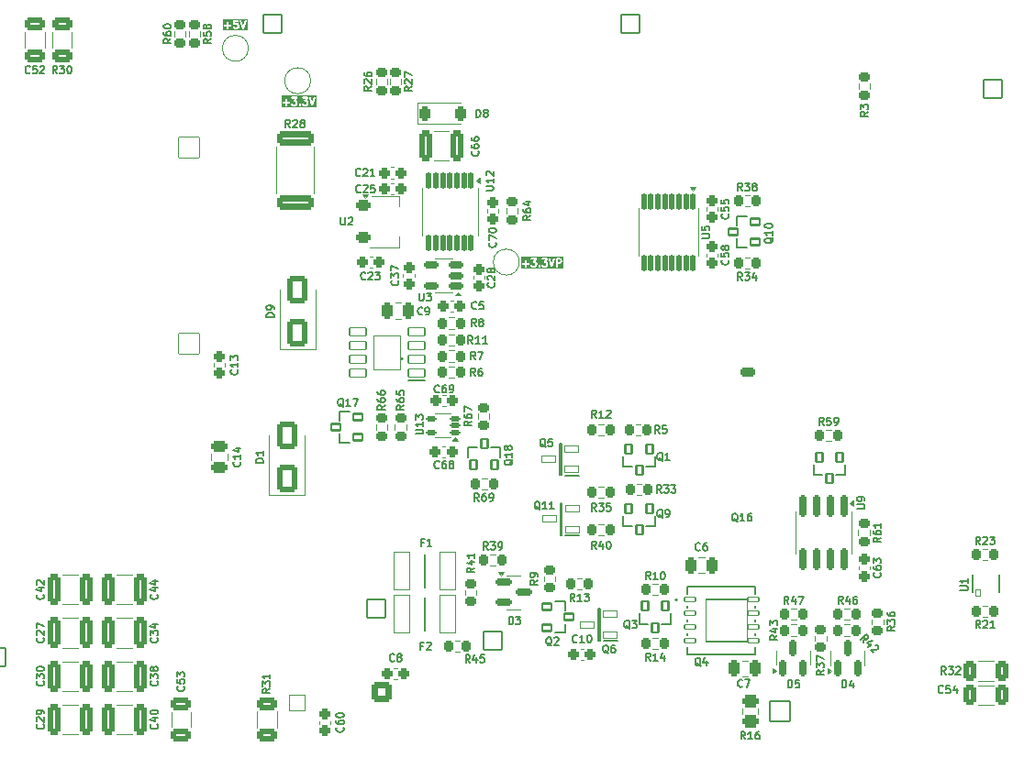
<source format=gbr>
%TF.GenerationSoftware,KiCad,Pcbnew,8.0.8*%
%TF.CreationDate,2025-02-06T17:20:12+00:00*%
%TF.ProjectId,mallow_adapt_v1.3,6d616c6c-6f77-45f6-9164-6170745f7631,rev?*%
%TF.SameCoordinates,Original*%
%TF.FileFunction,Legend,Top*%
%TF.FilePolarity,Positive*%
%FSLAX46Y46*%
G04 Gerber Fmt 4.6, Leading zero omitted, Abs format (unit mm)*
G04 Created by KiCad (PCBNEW 8.0.8) date 2025-02-06 17:20:12*
%MOMM*%
%LPD*%
G01*
G04 APERTURE LIST*
G04 Aperture macros list*
%AMRoundRect*
0 Rectangle with rounded corners*
0 $1 Rounding radius*
0 $2 $3 $4 $5 $6 $7 $8 $9 X,Y pos of 4 corners*
0 Add a 4 corners polygon primitive as box body*
4,1,4,$2,$3,$4,$5,$6,$7,$8,$9,$2,$3,0*
0 Add four circle primitives for the rounded corners*
1,1,$1+$1,$2,$3*
1,1,$1+$1,$4,$5*
1,1,$1+$1,$6,$7*
1,1,$1+$1,$8,$9*
0 Add four rect primitives between the rounded corners*
20,1,$1+$1,$2,$3,$4,$5,0*
20,1,$1+$1,$4,$5,$6,$7,0*
20,1,$1+$1,$6,$7,$8,$9,0*
20,1,$1+$1,$8,$9,$2,$3,0*%
%AMFreePoly0*
4,1,21,3.897855,0.901855,3.912500,0.866500,3.912500,-0.866500,3.897855,-0.901855,3.862500,-0.916500,0.737500,-0.916500,0.702145,-0.901855,0.687500,-0.866500,0.687500,-0.500000,-0.737500,-0.500000,-0.772855,-0.485355,-0.787500,-0.450000,-0.787500,0.450000,-0.772855,0.485355,-0.737500,0.500000,0.687500,0.500000,0.687500,0.866500,0.702145,0.901855,0.737500,0.916500,3.862500,0.916500,
3.897855,0.901855,3.897855,0.901855,$1*%
G04 Aperture macros list end*
%ADD10C,0.175000*%
%ADD11C,0.150000*%
%ADD12C,0.254000*%
%ADD13C,0.152400*%
%ADD14C,0.200000*%
%ADD15C,0.120000*%
%ADD16C,0.127000*%
%ADD17C,3.200000*%
%ADD18C,0.000000*%
%ADD19RoundRect,0.050000X0.210000X-0.300000X0.210000X0.300000X-0.210000X0.300000X-0.210000X-0.300000X0*%
%ADD20O,0.520000X0.700000*%
%ADD21RoundRect,0.050000X-0.508000X-0.203200X0.508000X-0.203200X0.508000X0.203200X-0.508000X0.203200X0*%
%ADD22RoundRect,0.050000X-1.910500X-1.954499X1.910500X-1.954499X1.910500X1.954499X-1.910500X1.954499X0*%
%ADD23RoundRect,0.050000X-0.762500X0.350000X-0.762500X-0.350000X0.762500X-0.350000X0.762500X0.350000X0*%
%ADD24RoundRect,0.050000X1.200000X1.600000X-1.200000X1.600000X-1.200000X-1.600000X1.200000X-1.600000X0*%
%ADD25RoundRect,0.271739X0.353261X1.128261X-0.353261X1.128261X-0.353261X-1.128261X0.353261X-1.128261X0*%
%ADD26RoundRect,0.271739X-0.353261X-1.128261X0.353261X-1.128261X0.353261X1.128261X-0.353261X1.128261X0*%
%ADD27RoundRect,0.050000X-0.850000X0.850000X-0.850000X-0.850000X0.850000X-0.850000X0.850000X0.850000X0*%
%ADD28O,1.800000X1.800000*%
%ADD29RoundRect,0.272222X-0.340278X-0.652778X0.340278X-0.652778X0.340278X0.652778X-0.340278X0.652778X0*%
%ADD30RoundRect,0.125000X0.375000X0.125000X-0.375000X0.125000X-0.375000X-0.125000X0.375000X-0.125000X0*%
%ADD31RoundRect,0.225000X-0.300000X0.225000X-0.300000X-0.225000X0.300000X-0.225000X0.300000X0.225000X0*%
%ADD32RoundRect,0.225000X0.225000X0.300000X-0.225000X0.300000X-0.225000X-0.300000X0.225000X-0.300000X0*%
%ADD33RoundRect,0.275000X-0.275000X-0.500000X0.275000X-0.500000X0.275000X0.500000X-0.275000X0.500000X0*%
%ADD34RoundRect,0.250000X0.275000X-0.250000X0.275000X0.250000X-0.275000X0.250000X-0.275000X-0.250000X0*%
%ADD35RoundRect,0.274390X0.475610X-0.288110X0.475610X0.288110X-0.475610X0.288110X-0.475610X-0.288110X0*%
%ADD36RoundRect,0.271739X-0.678261X0.353261X-0.678261X-0.353261X0.678261X-0.353261X0.678261X0.353261X0*%
%ADD37C,3.700000*%
%ADD38C,5.800000*%
%ADD39RoundRect,0.225000X0.300000X-0.225000X0.300000X0.225000X-0.300000X0.225000X-0.300000X-0.225000X0*%
%ADD40RoundRect,0.250000X-0.250000X-0.275000X0.250000X-0.275000X0.250000X0.275000X-0.250000X0.275000X0*%
%ADD41RoundRect,0.175000X0.175000X-0.612500X0.175000X0.612500X-0.175000X0.612500X-0.175000X-0.612500X0*%
%ADD42RoundRect,0.175000X-0.612500X-0.175000X0.612500X-0.175000X0.612500X0.175000X-0.612500X0.175000X0*%
%ADD43RoundRect,0.102000X0.400000X0.300000X-0.400000X0.300000X-0.400000X-0.300000X0.400000X-0.300000X0*%
%ADD44RoundRect,0.102000X0.300000X-0.400000X0.300000X0.400000X-0.300000X0.400000X-0.300000X-0.400000X0*%
%ADD45C,2.100000*%
%ADD46RoundRect,0.102000X-0.300000X0.400000X-0.300000X-0.400000X0.300000X-0.400000X0.300000X0.400000X0*%
%ADD47RoundRect,0.272222X-0.652778X0.340278X-0.652778X-0.340278X0.652778X-0.340278X0.652778X0.340278X0*%
%ADD48RoundRect,0.225000X-0.225000X-0.300000X0.225000X-0.300000X0.225000X0.300000X-0.225000X0.300000X0*%
%ADD49RoundRect,0.250000X0.250000X0.275000X-0.250000X0.275000X-0.250000X-0.275000X0.250000X-0.275000X0*%
%ADD50RoundRect,0.271739X0.678261X-0.353261X0.678261X0.353261X-0.678261X0.353261X-0.678261X-0.353261X0*%
%ADD51RoundRect,0.270409X-1.454591X0.392091X-1.454591X-0.392091X1.454591X-0.392091X1.454591X0.392091X0*%
%ADD52RoundRect,0.263889X0.686111X-1.036111X0.686111X1.036111X-0.686111X1.036111X-0.686111X-1.036111X0*%
%ADD53RoundRect,0.250000X-0.450000X-0.250000X0.450000X-0.250000X0.450000X0.250000X-0.450000X0.250000X0*%
%ADD54FreePoly0,0.000000*%
%ADD55RoundRect,0.050000X0.750000X1.715000X-0.750000X1.715000X-0.750000X-1.715000X0.750000X-1.715000X0*%
%ADD56RoundRect,0.102000X-0.400000X-0.300000X0.400000X-0.300000X0.400000X0.300000X-0.400000X0.300000X0*%
%ADD57RoundRect,0.275000X-0.500000X0.275000X-0.500000X-0.275000X0.500000X-0.275000X0.500000X0.275000X0*%
%ADD58RoundRect,0.050000X-0.625000X0.300000X-0.625000X-0.300000X0.625000X-0.300000X0.625000X0.300000X0*%
%ADD59RoundRect,0.271739X0.353261X0.678261X-0.353261X0.678261X-0.353261X-0.678261X0.353261X-0.678261X0*%
%ADD60RoundRect,0.250000X-0.275000X0.250000X-0.275000X-0.250000X0.275000X-0.250000X0.275000X0.250000X0*%
%ADD61RoundRect,0.272222X0.652778X-0.340278X0.652778X0.340278X-0.652778X0.340278X-0.652778X-0.340278X0*%
%ADD62RoundRect,0.175000X-0.175000X0.850000X-0.175000X-0.850000X0.175000X-0.850000X0.175000X0.850000X0*%
%ADD63RoundRect,0.250000X-0.250000X-0.400000X0.250000X-0.400000X0.250000X0.400000X-0.250000X0.400000X0*%
%ADD64RoundRect,0.125000X-0.125000X0.662500X-0.125000X-0.662500X0.125000X-0.662500X0.125000X0.662500X0*%
%ADD65RoundRect,0.175000X0.537500X0.175000X-0.537500X0.175000X-0.537500X-0.175000X0.537500X-0.175000X0*%
%ADD66C,3.009999*%
%ADD67C,1.620000*%
%ADD68C,1.120000*%
%ADD69C,1.975000*%
%ADD70RoundRect,0.050000X-0.937500X-0.937500X0.937500X-0.937500X0.937500X0.937500X-0.937500X0.937500X0*%
%ADD71C,1.450000*%
%ADD72C,1.900000*%
%ADD73C,1.400000*%
%ADD74C,1.600000*%
%ADD75RoundRect,0.050000X0.750000X-0.750000X0.750000X0.750000X-0.750000X0.750000X-0.750000X-0.750000X0*%
%ADD76C,3.300000*%
%ADD77C,2.000000*%
%ADD78RoundRect,0.050000X0.950000X-0.950000X0.950000X0.950000X-0.950000X0.950000X-0.950000X-0.950000X0*%
%ADD79C,3.100000*%
%ADD80C,2.200000*%
%ADD81C,1.800000*%
%ADD82RoundRect,0.264706X-0.635294X-0.635294X0.635294X-0.635294X0.635294X0.635294X-0.635294X0.635294X0*%
%ADD83C,1.300000*%
%ADD84RoundRect,0.050000X-0.850000X-0.850000X0.850000X-0.850000X0.850000X0.850000X-0.850000X0.850000X0*%
%ADD85RoundRect,0.050000X0.850000X0.850000X-0.850000X0.850000X-0.850000X-0.850000X0.850000X-0.850000X0*%
%ADD86RoundRect,0.225000X-0.475000X0.225000X-0.475000X-0.225000X0.475000X-0.225000X0.475000X0.225000X0*%
%ADD87O,1.400000X0.900000*%
G04 APERTURE END LIST*
D10*
G36*
X52046642Y36714522D02*
G01*
X52059896Y36701268D01*
X52077641Y36665779D01*
X52077641Y36607091D01*
X52059894Y36571598D01*
X52046642Y36558346D01*
X52011152Y36540600D01*
X51852641Y36540600D01*
X51852641Y36732267D01*
X52011152Y36732267D01*
X52046642Y36714522D01*
G37*
G36*
X52340141Y35944767D02*
G01*
X48458488Y35944767D01*
X48458488Y36403504D01*
X48545988Y36403504D01*
X48545988Y36369364D01*
X48559053Y36337822D01*
X48583195Y36313680D01*
X48614737Y36300615D01*
X48631807Y36298934D01*
X48810974Y36298934D01*
X48810974Y36119767D01*
X48812655Y36102697D01*
X48825720Y36071155D01*
X48849862Y36047013D01*
X48881404Y36033948D01*
X48915544Y36033948D01*
X48947086Y36047013D01*
X48971228Y36071155D01*
X48984293Y36102697D01*
X48985974Y36119767D01*
X48985974Y36298934D01*
X49165141Y36298934D01*
X49182211Y36300615D01*
X49213753Y36313680D01*
X49237895Y36337822D01*
X49250960Y36369364D01*
X49250960Y36403504D01*
X49237895Y36435046D01*
X49213753Y36459188D01*
X49182211Y36472253D01*
X49165141Y36473934D01*
X48985974Y36473934D01*
X48985974Y36653100D01*
X48984293Y36670170D01*
X48971228Y36701712D01*
X48947086Y36725854D01*
X48915544Y36738919D01*
X48881404Y36738919D01*
X48849862Y36725854D01*
X48825720Y36701712D01*
X48812655Y36670170D01*
X48810974Y36653100D01*
X48810974Y36473934D01*
X48631807Y36473934D01*
X48614737Y36472253D01*
X48583195Y36459188D01*
X48559053Y36435046D01*
X48545988Y36403504D01*
X48458488Y36403504D01*
X48458488Y36836837D01*
X49345989Y36836837D01*
X49345989Y36802697D01*
X49359054Y36771155D01*
X49383196Y36747013D01*
X49414738Y36733948D01*
X49431808Y36732267D01*
X49672311Y36732267D01*
X49565957Y36610719D01*
X49560681Y36603340D01*
X49559054Y36601712D01*
X49558414Y36600170D01*
X49555982Y36596766D01*
X49551428Y36583304D01*
X49545989Y36570170D01*
X49545989Y36567219D01*
X49545044Y36564424D01*
X49545989Y36550249D01*
X49545989Y36536030D01*
X49547118Y36533303D01*
X49547315Y36530358D01*
X49553616Y36517617D01*
X49559054Y36504488D01*
X49561139Y36502403D01*
X49562449Y36499755D01*
X49573151Y36490391D01*
X49583196Y36480346D01*
X49585921Y36479218D01*
X49588142Y36477274D01*
X49601604Y36472721D01*
X49614738Y36467281D01*
X49618902Y36466871D01*
X49620484Y36466336D01*
X49622779Y36466490D01*
X49631808Y36465600D01*
X49711153Y36465600D01*
X49746641Y36447856D01*
X49759895Y36434603D01*
X49777641Y36399111D01*
X49777641Y36273755D01*
X49759897Y36238267D01*
X49746641Y36225011D01*
X49711153Y36207267D01*
X49552465Y36207267D01*
X49516972Y36225013D01*
X49493681Y36248305D01*
X49480422Y36259187D01*
X49448880Y36272252D01*
X49414738Y36272253D01*
X49383196Y36259188D01*
X49359055Y36235048D01*
X49345990Y36203506D01*
X49345989Y36169364D01*
X49359054Y36137822D01*
X49369935Y36124563D01*
X49403268Y36091229D01*
X49409980Y36085720D01*
X49411494Y36083975D01*
X49414123Y36082320D01*
X49416527Y36080347D01*
X49418662Y36079463D01*
X49426010Y36074837D01*
X49492678Y36041504D01*
X49508697Y36035374D01*
X49511833Y36035152D01*
X49514738Y36033948D01*
X49531808Y36032267D01*
X49731808Y36032267D01*
X49748878Y36033948D01*
X49751782Y36035152D01*
X49754920Y36035374D01*
X49770939Y36041505D01*
X49837605Y36074838D01*
X49844948Y36079461D01*
X49847087Y36080346D01*
X49849493Y36082322D01*
X49852121Y36083975D01*
X49853633Y36085719D01*
X49860346Y36091228D01*
X49893680Y36124562D01*
X49899187Y36131274D01*
X49900933Y36132787D01*
X49902589Y36135419D01*
X49904561Y36137821D01*
X49905445Y36139956D01*
X49910070Y36147303D01*
X49921504Y36170171D01*
X50045989Y36170171D01*
X50045989Y36136029D01*
X50059054Y36104487D01*
X50069936Y36091228D01*
X50103269Y36057895D01*
X50116528Y36047013D01*
X50148070Y36033948D01*
X50148071Y36033948D01*
X50182211Y36033948D01*
X50182212Y36033948D01*
X50213754Y36047013D01*
X50213758Y36047018D01*
X50227012Y36057894D01*
X50260346Y36091227D01*
X50271228Y36104486D01*
X50284294Y36136028D01*
X50284294Y36170170D01*
X50271229Y36201712D01*
X50271227Y36201714D01*
X50260347Y36214972D01*
X50227013Y36248306D01*
X50213754Y36259188D01*
X50182212Y36272253D01*
X50182211Y36272253D01*
X50148069Y36272253D01*
X50135004Y36266841D01*
X50116528Y36259188D01*
X50116527Y36259187D01*
X50103268Y36248305D01*
X50069935Y36214971D01*
X50059058Y36201718D01*
X50059054Y36201713D01*
X50045989Y36170171D01*
X49921504Y36170171D01*
X49943403Y36213969D01*
X49949534Y36229989D01*
X49949756Y36233126D01*
X49950960Y36236030D01*
X49952641Y36253100D01*
X49952641Y36419767D01*
X49950960Y36436837D01*
X49949756Y36439742D01*
X49949534Y36442878D01*
X49943404Y36458897D01*
X49910071Y36525565D01*
X49905445Y36532913D01*
X49904561Y36535048D01*
X49902588Y36537452D01*
X49900933Y36540081D01*
X49899188Y36541595D01*
X49893679Y36548307D01*
X49860345Y36581640D01*
X49853634Y36587147D01*
X49852121Y36588892D01*
X49849490Y36590548D01*
X49847086Y36592521D01*
X49844949Y36593406D01*
X49837605Y36598029D01*
X49802671Y36615496D01*
X49930991Y36762148D01*
X49936266Y36769527D01*
X49937895Y36771155D01*
X49938534Y36772699D01*
X49940967Y36776101D01*
X49945520Y36789566D01*
X49950960Y36802697D01*
X49950960Y36805648D01*
X49951905Y36808442D01*
X49950960Y36822618D01*
X49950960Y36836837D01*
X50345989Y36836837D01*
X50345989Y36802697D01*
X50359054Y36771155D01*
X50383196Y36747013D01*
X50414738Y36733948D01*
X50431808Y36732267D01*
X50672311Y36732267D01*
X50565957Y36610719D01*
X50560681Y36603340D01*
X50559054Y36601712D01*
X50558414Y36600170D01*
X50555982Y36596766D01*
X50551428Y36583304D01*
X50545989Y36570170D01*
X50545989Y36567219D01*
X50545044Y36564424D01*
X50545989Y36550249D01*
X50545989Y36536030D01*
X50547118Y36533303D01*
X50547315Y36530358D01*
X50553616Y36517617D01*
X50559054Y36504488D01*
X50561139Y36502403D01*
X50562449Y36499755D01*
X50573151Y36490391D01*
X50583196Y36480346D01*
X50585921Y36479218D01*
X50588142Y36477274D01*
X50601604Y36472721D01*
X50614738Y36467281D01*
X50618902Y36466871D01*
X50620484Y36466336D01*
X50622779Y36466490D01*
X50631808Y36465600D01*
X50711153Y36465600D01*
X50746641Y36447856D01*
X50759895Y36434603D01*
X50777641Y36399111D01*
X50777641Y36273755D01*
X50759897Y36238267D01*
X50746641Y36225011D01*
X50711153Y36207267D01*
X50552465Y36207267D01*
X50516972Y36225013D01*
X50493681Y36248305D01*
X50480422Y36259187D01*
X50448880Y36272252D01*
X50414738Y36272253D01*
X50383196Y36259188D01*
X50359055Y36235048D01*
X50345990Y36203506D01*
X50345989Y36169364D01*
X50359054Y36137822D01*
X50369935Y36124563D01*
X50403268Y36091229D01*
X50409980Y36085720D01*
X50411494Y36083975D01*
X50414123Y36082320D01*
X50416527Y36080347D01*
X50418662Y36079463D01*
X50426010Y36074837D01*
X50492678Y36041504D01*
X50508697Y36035374D01*
X50511833Y36035152D01*
X50514738Y36033948D01*
X50531808Y36032267D01*
X50731808Y36032267D01*
X50748878Y36033948D01*
X50751782Y36035152D01*
X50754920Y36035374D01*
X50770939Y36041505D01*
X50837605Y36074838D01*
X50844948Y36079461D01*
X50847087Y36080346D01*
X50849493Y36082322D01*
X50852121Y36083975D01*
X50853633Y36085719D01*
X50860346Y36091228D01*
X50893680Y36124562D01*
X50899187Y36131274D01*
X50900933Y36132787D01*
X50902589Y36135419D01*
X50904561Y36137821D01*
X50905445Y36139956D01*
X50910070Y36147303D01*
X50943403Y36213969D01*
X50949534Y36229989D01*
X50949756Y36233126D01*
X50950960Y36236030D01*
X50952641Y36253100D01*
X50952641Y36419767D01*
X50950960Y36436837D01*
X50949756Y36439742D01*
X50949534Y36442878D01*
X50943404Y36458897D01*
X50910071Y36525565D01*
X50905445Y36532913D01*
X50904561Y36535048D01*
X50902588Y36537452D01*
X50900933Y36540081D01*
X50899188Y36541595D01*
X50893679Y36548307D01*
X50860345Y36581640D01*
X50853634Y36587147D01*
X50852121Y36588892D01*
X50849490Y36590548D01*
X50847086Y36592521D01*
X50844949Y36593406D01*
X50837605Y36598029D01*
X50802671Y36615496D01*
X50930991Y36762148D01*
X50936266Y36769527D01*
X50937895Y36771155D01*
X50938534Y36772699D01*
X50940967Y36776101D01*
X50945520Y36789566D01*
X50950960Y36802697D01*
X50950960Y36805648D01*
X50951905Y36808442D01*
X50951880Y36808823D01*
X50978328Y36808823D01*
X50982131Y36792097D01*
X51215465Y36092097D01*
X51222458Y36076435D01*
X51226554Y36071712D01*
X51229351Y36066119D01*
X51237638Y36058931D01*
X51244827Y36050643D01*
X51250419Y36047847D01*
X51255143Y36043750D01*
X51265553Y36040280D01*
X51275365Y36035374D01*
X51281600Y36034931D01*
X51287531Y36032954D01*
X51298475Y36033732D01*
X51309419Y36032954D01*
X51315349Y36034931D01*
X51321586Y36035374D01*
X51331399Y36040281D01*
X51341807Y36043750D01*
X51346530Y36047847D01*
X51352123Y36050643D01*
X51359311Y36058931D01*
X51367599Y36066119D01*
X51370395Y36071712D01*
X51374492Y36076435D01*
X51381485Y36092097D01*
X51614818Y36792097D01*
X51618621Y36808823D01*
X51617843Y36819767D01*
X51677641Y36819767D01*
X51677641Y36119767D01*
X51679322Y36102697D01*
X51692387Y36071155D01*
X51716529Y36047013D01*
X51748071Y36033948D01*
X51782211Y36033948D01*
X51813753Y36047013D01*
X51837895Y36071155D01*
X51850960Y36102697D01*
X51852641Y36119767D01*
X51852641Y36365600D01*
X52031808Y36365600D01*
X52048878Y36367281D01*
X52051782Y36368485D01*
X52054920Y36368707D01*
X52070940Y36374838D01*
X52137606Y36408172D01*
X52144950Y36412795D01*
X52147088Y36413680D01*
X52149492Y36415654D01*
X52152123Y36417309D01*
X52153637Y36419056D01*
X52160347Y36424562D01*
X52193680Y36457895D01*
X52199189Y36464608D01*
X52200933Y36466120D01*
X52202587Y36468749D01*
X52204562Y36471154D01*
X52205447Y36473291D01*
X52210071Y36480636D01*
X52243404Y36547304D01*
X52249534Y36563323D01*
X52249756Y36566460D01*
X52250960Y36569364D01*
X52252641Y36586434D01*
X52252641Y36686434D01*
X52250960Y36703504D01*
X52249756Y36706409D01*
X52249534Y36709545D01*
X52243403Y36725565D01*
X52210070Y36792231D01*
X52205446Y36799577D01*
X52204562Y36801712D01*
X52202588Y36804117D01*
X52200933Y36806747D01*
X52199188Y36808261D01*
X52193681Y36814971D01*
X52160348Y36848305D01*
X52153635Y36853815D01*
X52152122Y36855559D01*
X52149492Y36857215D01*
X52147089Y36859187D01*
X52144954Y36860072D01*
X52137606Y36864697D01*
X52070939Y36898030D01*
X52054919Y36904160D01*
X52051782Y36904383D01*
X52048878Y36905586D01*
X52031808Y36907267D01*
X51765141Y36907267D01*
X51748071Y36905586D01*
X51716529Y36892521D01*
X51692387Y36868379D01*
X51679322Y36836837D01*
X51677641Y36819767D01*
X51617843Y36819767D01*
X51616201Y36842878D01*
X51600932Y36873415D01*
X51575140Y36895784D01*
X51542752Y36906580D01*
X51508698Y36904160D01*
X51478160Y36888892D01*
X51455791Y36863100D01*
X51448798Y36847437D01*
X51298474Y36396467D01*
X51148151Y36847437D01*
X51141158Y36863099D01*
X51118789Y36888891D01*
X51088251Y36904160D01*
X51054197Y36906580D01*
X51021809Y36895784D01*
X50996017Y36873415D01*
X50980748Y36842877D01*
X50978328Y36808823D01*
X50951880Y36808823D01*
X50950960Y36822618D01*
X50950960Y36836837D01*
X50949830Y36839565D01*
X50949634Y36842509D01*
X50943334Y36855246D01*
X50937895Y36868379D01*
X50935807Y36870467D01*
X50934499Y36873112D01*
X50923804Y36882470D01*
X50913753Y36892521D01*
X50911025Y36893651D01*
X50908806Y36895593D01*
X50895346Y36900145D01*
X50882211Y36905586D01*
X50878046Y36905997D01*
X50876465Y36906531D01*
X50874169Y36906378D01*
X50865141Y36907267D01*
X50431808Y36907267D01*
X50414738Y36905586D01*
X50383196Y36892521D01*
X50359054Y36868379D01*
X50345989Y36836837D01*
X49950960Y36836837D01*
X49949830Y36839565D01*
X49949634Y36842509D01*
X49943334Y36855246D01*
X49937895Y36868379D01*
X49935807Y36870467D01*
X49934499Y36873112D01*
X49923804Y36882470D01*
X49913753Y36892521D01*
X49911025Y36893651D01*
X49908806Y36895593D01*
X49895346Y36900145D01*
X49882211Y36905586D01*
X49878046Y36905997D01*
X49876465Y36906531D01*
X49874169Y36906378D01*
X49865141Y36907267D01*
X49431808Y36907267D01*
X49414738Y36905586D01*
X49383196Y36892521D01*
X49359054Y36868379D01*
X49345989Y36836837D01*
X48458488Y36836837D01*
X48458488Y36994767D01*
X52340141Y36994767D01*
X52340141Y35944767D01*
G37*
G36*
X23206121Y57944767D02*
G01*
X20958488Y57944767D01*
X20958488Y58403504D01*
X21045988Y58403504D01*
X21045988Y58369364D01*
X21059053Y58337822D01*
X21083195Y58313680D01*
X21114737Y58300615D01*
X21131807Y58298934D01*
X21310974Y58298934D01*
X21310974Y58119767D01*
X21312655Y58102697D01*
X21325720Y58071155D01*
X21349862Y58047013D01*
X21381404Y58033948D01*
X21415544Y58033948D01*
X21447086Y58047013D01*
X21471228Y58071155D01*
X21484293Y58102697D01*
X21485974Y58119767D01*
X21485974Y58298934D01*
X21665141Y58298934D01*
X21682211Y58300615D01*
X21713753Y58313680D01*
X21737895Y58337822D01*
X21750960Y58369364D01*
X21750960Y58403504D01*
X21737895Y58435046D01*
X21713753Y58459188D01*
X21682211Y58472253D01*
X21665141Y58473934D01*
X21485974Y58473934D01*
X21485974Y58477988D01*
X21878049Y58477988D01*
X21879322Y58473769D01*
X21879322Y58469363D01*
X21884216Y58457546D01*
X21887911Y58445302D01*
X21890700Y58441893D01*
X21892387Y58437821D01*
X21901434Y58428774D01*
X21909531Y58418878D01*
X21913411Y58416797D01*
X21916528Y58413680D01*
X21928345Y58408786D01*
X21939616Y58402739D01*
X21944000Y58402301D01*
X21948070Y58400615D01*
X21960857Y58400615D01*
X21973587Y58399342D01*
X21977806Y58400615D01*
X21982212Y58400615D01*
X21994029Y58405510D01*
X22006273Y58409204D01*
X22009682Y58411994D01*
X22013754Y58413680D01*
X22027013Y58424562D01*
X22050304Y58447854D01*
X22085798Y58465600D01*
X22211153Y58465600D01*
X22246641Y58447856D01*
X22259895Y58434603D01*
X22277641Y58399111D01*
X22277641Y58273755D01*
X22259897Y58238267D01*
X22246641Y58225011D01*
X22211153Y58207267D01*
X22085798Y58207267D01*
X22050305Y58225013D01*
X22027014Y58248305D01*
X22013755Y58259187D01*
X21982213Y58272252D01*
X21948071Y58272253D01*
X21916529Y58259188D01*
X21892388Y58235048D01*
X21879323Y58203506D01*
X21879322Y58169364D01*
X21892387Y58137822D01*
X21903268Y58124563D01*
X21936601Y58091229D01*
X21943313Y58085720D01*
X21944827Y58083975D01*
X21947456Y58082320D01*
X21949860Y58080347D01*
X21951995Y58079463D01*
X21959343Y58074837D01*
X22026011Y58041504D01*
X22042030Y58035374D01*
X22045166Y58035152D01*
X22048071Y58033948D01*
X22065141Y58032267D01*
X22231808Y58032267D01*
X22248878Y58033948D01*
X22251782Y58035152D01*
X22254920Y58035374D01*
X22270939Y58041505D01*
X22337605Y58074838D01*
X22344948Y58079461D01*
X22347087Y58080346D01*
X22349493Y58082322D01*
X22352121Y58083975D01*
X22353633Y58085719D01*
X22360346Y58091228D01*
X22393680Y58124562D01*
X22399187Y58131274D01*
X22400933Y58132787D01*
X22402589Y58135419D01*
X22404561Y58137821D01*
X22405445Y58139956D01*
X22410070Y58147303D01*
X22443403Y58213969D01*
X22449534Y58229989D01*
X22449756Y58233126D01*
X22450960Y58236030D01*
X22452641Y58253100D01*
X22452641Y58419767D01*
X22450960Y58436837D01*
X22449756Y58439742D01*
X22449534Y58442878D01*
X22443404Y58458897D01*
X22410071Y58525565D01*
X22405445Y58532913D01*
X22404561Y58535048D01*
X22402588Y58537452D01*
X22400933Y58540081D01*
X22399188Y58541595D01*
X22393679Y58548307D01*
X22360345Y58581640D01*
X22353634Y58587147D01*
X22352121Y58588892D01*
X22349490Y58590548D01*
X22347086Y58592521D01*
X22344949Y58593406D01*
X22337605Y58598029D01*
X22270939Y58631362D01*
X22254920Y58637493D01*
X22251782Y58637716D01*
X22248878Y58638919D01*
X22231808Y58640600D01*
X22068494Y58640600D01*
X22077661Y58732267D01*
X22331808Y58732267D01*
X22348878Y58733948D01*
X22380420Y58747013D01*
X22404562Y58771155D01*
X22417627Y58802697D01*
X22417627Y58808823D01*
X22478328Y58808823D01*
X22482131Y58792097D01*
X22715465Y58092097D01*
X22722458Y58076435D01*
X22726554Y58071712D01*
X22729351Y58066119D01*
X22737638Y58058931D01*
X22744827Y58050643D01*
X22750419Y58047847D01*
X22755143Y58043750D01*
X22765553Y58040280D01*
X22775365Y58035374D01*
X22781600Y58034931D01*
X22787531Y58032954D01*
X22798475Y58033732D01*
X22809419Y58032954D01*
X22815349Y58034931D01*
X22821586Y58035374D01*
X22831399Y58040281D01*
X22841807Y58043750D01*
X22846530Y58047847D01*
X22852123Y58050643D01*
X22859311Y58058931D01*
X22867599Y58066119D01*
X22870395Y58071712D01*
X22874492Y58076435D01*
X22881485Y58092097D01*
X23114818Y58792097D01*
X23118621Y58808823D01*
X23116201Y58842878D01*
X23100932Y58873415D01*
X23075140Y58895784D01*
X23042752Y58906580D01*
X23008698Y58904160D01*
X22978160Y58888892D01*
X22955791Y58863100D01*
X22948798Y58847437D01*
X22798474Y58396467D01*
X22648151Y58847437D01*
X22641158Y58863099D01*
X22618789Y58888891D01*
X22588251Y58904160D01*
X22554197Y58906580D01*
X22521809Y58895784D01*
X22496017Y58873415D01*
X22480748Y58842877D01*
X22478328Y58808823D01*
X22417627Y58808823D01*
X22417627Y58836837D01*
X22404562Y58868379D01*
X22380420Y58892521D01*
X22348878Y58905586D01*
X22331808Y58907267D01*
X21998474Y58907267D01*
X21992157Y58906646D01*
X21990028Y58906858D01*
X21987948Y58906231D01*
X21981404Y58905586D01*
X21969580Y58900689D01*
X21957342Y58896996D01*
X21953934Y58894208D01*
X21949862Y58892521D01*
X21940813Y58883473D01*
X21930918Y58875376D01*
X21928836Y58871496D01*
X21925720Y58868379D01*
X21920825Y58856562D01*
X21914779Y58845291D01*
X21913487Y58838847D01*
X21912655Y58836837D01*
X21912655Y58834695D01*
X21911408Y58828473D01*
X21878075Y58495140D01*
X21878049Y58477988D01*
X21485974Y58477988D01*
X21485974Y58653100D01*
X21484293Y58670170D01*
X21471228Y58701712D01*
X21447086Y58725854D01*
X21415544Y58738919D01*
X21381404Y58738919D01*
X21349862Y58725854D01*
X21325720Y58701712D01*
X21312655Y58670170D01*
X21310974Y58653100D01*
X21310974Y58473934D01*
X21131807Y58473934D01*
X21114737Y58472253D01*
X21083195Y58459188D01*
X21059053Y58435046D01*
X21045988Y58403504D01*
X20958488Y58403504D01*
X20958488Y58994767D01*
X23206121Y58994767D01*
X23206121Y57944767D01*
G37*
G36*
X29606121Y50844767D02*
G01*
X26358488Y50844767D01*
X26358488Y51303504D01*
X26445988Y51303504D01*
X26445988Y51269364D01*
X26459053Y51237822D01*
X26483195Y51213680D01*
X26514737Y51200615D01*
X26531807Y51198934D01*
X26710974Y51198934D01*
X26710974Y51019767D01*
X26712655Y51002697D01*
X26725720Y50971155D01*
X26749862Y50947013D01*
X26781404Y50933948D01*
X26815544Y50933948D01*
X26847086Y50947013D01*
X26871228Y50971155D01*
X26884293Y51002697D01*
X26885974Y51019767D01*
X26885974Y51198934D01*
X27065141Y51198934D01*
X27082211Y51200615D01*
X27113753Y51213680D01*
X27137895Y51237822D01*
X27150960Y51269364D01*
X27150960Y51303504D01*
X27137895Y51335046D01*
X27113753Y51359188D01*
X27082211Y51372253D01*
X27065141Y51373934D01*
X26885974Y51373934D01*
X26885974Y51553100D01*
X26884293Y51570170D01*
X26871228Y51601712D01*
X26847086Y51625854D01*
X26815544Y51638919D01*
X26781404Y51638919D01*
X26749862Y51625854D01*
X26725720Y51601712D01*
X26712655Y51570170D01*
X26710974Y51553100D01*
X26710974Y51373934D01*
X26531807Y51373934D01*
X26514737Y51372253D01*
X26483195Y51359188D01*
X26459053Y51335046D01*
X26445988Y51303504D01*
X26358488Y51303504D01*
X26358488Y51736837D01*
X27245989Y51736837D01*
X27245989Y51702697D01*
X27259054Y51671155D01*
X27283196Y51647013D01*
X27314738Y51633948D01*
X27331808Y51632267D01*
X27572311Y51632267D01*
X27465957Y51510719D01*
X27460681Y51503340D01*
X27459054Y51501712D01*
X27458414Y51500170D01*
X27455982Y51496766D01*
X27451428Y51483304D01*
X27445989Y51470170D01*
X27445989Y51467219D01*
X27445044Y51464424D01*
X27445989Y51450249D01*
X27445989Y51436030D01*
X27447118Y51433303D01*
X27447315Y51430358D01*
X27453616Y51417617D01*
X27459054Y51404488D01*
X27461139Y51402403D01*
X27462449Y51399755D01*
X27473151Y51390391D01*
X27483196Y51380346D01*
X27485921Y51379218D01*
X27488142Y51377274D01*
X27501604Y51372721D01*
X27514738Y51367281D01*
X27518902Y51366871D01*
X27520484Y51366336D01*
X27522779Y51366490D01*
X27531808Y51365600D01*
X27611153Y51365600D01*
X27646641Y51347856D01*
X27659895Y51334603D01*
X27677641Y51299111D01*
X27677641Y51173755D01*
X27659897Y51138267D01*
X27646641Y51125011D01*
X27611153Y51107267D01*
X27452465Y51107267D01*
X27416972Y51125013D01*
X27393681Y51148305D01*
X27380422Y51159187D01*
X27348880Y51172252D01*
X27314738Y51172253D01*
X27283196Y51159188D01*
X27259055Y51135048D01*
X27245990Y51103506D01*
X27245989Y51069364D01*
X27259054Y51037822D01*
X27269935Y51024563D01*
X27303268Y50991229D01*
X27309980Y50985720D01*
X27311494Y50983975D01*
X27314123Y50982320D01*
X27316527Y50980347D01*
X27318662Y50979463D01*
X27326010Y50974837D01*
X27392678Y50941504D01*
X27408697Y50935374D01*
X27411833Y50935152D01*
X27414738Y50933948D01*
X27431808Y50932267D01*
X27631808Y50932267D01*
X27648878Y50933948D01*
X27651782Y50935152D01*
X27654920Y50935374D01*
X27670939Y50941505D01*
X27737605Y50974838D01*
X27744948Y50979461D01*
X27747087Y50980346D01*
X27749493Y50982322D01*
X27752121Y50983975D01*
X27753633Y50985719D01*
X27760346Y50991228D01*
X27793680Y51024562D01*
X27799187Y51031274D01*
X27800933Y51032787D01*
X27802589Y51035419D01*
X27804561Y51037821D01*
X27805445Y51039956D01*
X27810070Y51047303D01*
X27821504Y51070171D01*
X27945989Y51070171D01*
X27945989Y51036029D01*
X27959054Y51004487D01*
X27969936Y50991228D01*
X28003269Y50957895D01*
X28016528Y50947013D01*
X28048070Y50933948D01*
X28048071Y50933948D01*
X28082211Y50933948D01*
X28082212Y50933948D01*
X28113754Y50947013D01*
X28113758Y50947018D01*
X28127012Y50957894D01*
X28160346Y50991227D01*
X28171228Y51004486D01*
X28184294Y51036028D01*
X28184294Y51070170D01*
X28171229Y51101712D01*
X28171227Y51101714D01*
X28160347Y51114972D01*
X28127013Y51148306D01*
X28113754Y51159188D01*
X28082212Y51172253D01*
X28082211Y51172253D01*
X28048069Y51172253D01*
X28035004Y51166841D01*
X28016528Y51159188D01*
X28016527Y51159187D01*
X28003268Y51148305D01*
X27969935Y51114971D01*
X27959058Y51101718D01*
X27959054Y51101713D01*
X27945989Y51070171D01*
X27821504Y51070171D01*
X27843403Y51113969D01*
X27849534Y51129989D01*
X27849756Y51133126D01*
X27850960Y51136030D01*
X27852641Y51153100D01*
X27852641Y51319767D01*
X27850960Y51336837D01*
X27849756Y51339742D01*
X27849534Y51342878D01*
X27843404Y51358897D01*
X27810071Y51425565D01*
X27805445Y51432913D01*
X27804561Y51435048D01*
X27802588Y51437452D01*
X27800933Y51440081D01*
X27799188Y51441595D01*
X27793679Y51448307D01*
X27760345Y51481640D01*
X27753634Y51487147D01*
X27752121Y51488892D01*
X27749490Y51490548D01*
X27747086Y51492521D01*
X27744949Y51493406D01*
X27737605Y51498029D01*
X27702671Y51515496D01*
X27830991Y51662148D01*
X27836266Y51669527D01*
X27837895Y51671155D01*
X27838534Y51672699D01*
X27840967Y51676101D01*
X27845520Y51689566D01*
X27850960Y51702697D01*
X27850960Y51705648D01*
X27851905Y51708442D01*
X27850960Y51722618D01*
X27850960Y51736837D01*
X28245989Y51736837D01*
X28245989Y51702697D01*
X28259054Y51671155D01*
X28283196Y51647013D01*
X28314738Y51633948D01*
X28331808Y51632267D01*
X28572311Y51632267D01*
X28465957Y51510719D01*
X28460681Y51503340D01*
X28459054Y51501712D01*
X28458414Y51500170D01*
X28455982Y51496766D01*
X28451428Y51483304D01*
X28445989Y51470170D01*
X28445989Y51467219D01*
X28445044Y51464424D01*
X28445989Y51450249D01*
X28445989Y51436030D01*
X28447118Y51433303D01*
X28447315Y51430358D01*
X28453616Y51417617D01*
X28459054Y51404488D01*
X28461139Y51402403D01*
X28462449Y51399755D01*
X28473151Y51390391D01*
X28483196Y51380346D01*
X28485921Y51379218D01*
X28488142Y51377274D01*
X28501604Y51372721D01*
X28514738Y51367281D01*
X28518902Y51366871D01*
X28520484Y51366336D01*
X28522779Y51366490D01*
X28531808Y51365600D01*
X28611153Y51365600D01*
X28646641Y51347856D01*
X28659895Y51334603D01*
X28677641Y51299111D01*
X28677641Y51173755D01*
X28659897Y51138267D01*
X28646641Y51125011D01*
X28611153Y51107267D01*
X28452465Y51107267D01*
X28416972Y51125013D01*
X28393681Y51148305D01*
X28380422Y51159187D01*
X28348880Y51172252D01*
X28314738Y51172253D01*
X28283196Y51159188D01*
X28259055Y51135048D01*
X28245990Y51103506D01*
X28245989Y51069364D01*
X28259054Y51037822D01*
X28269935Y51024563D01*
X28303268Y50991229D01*
X28309980Y50985720D01*
X28311494Y50983975D01*
X28314123Y50982320D01*
X28316527Y50980347D01*
X28318662Y50979463D01*
X28326010Y50974837D01*
X28392678Y50941504D01*
X28408697Y50935374D01*
X28411833Y50935152D01*
X28414738Y50933948D01*
X28431808Y50932267D01*
X28631808Y50932267D01*
X28648878Y50933948D01*
X28651782Y50935152D01*
X28654920Y50935374D01*
X28670939Y50941505D01*
X28737605Y50974838D01*
X28744948Y50979461D01*
X28747087Y50980346D01*
X28749493Y50982322D01*
X28752121Y50983975D01*
X28753633Y50985719D01*
X28760346Y50991228D01*
X28793680Y51024562D01*
X28799187Y51031274D01*
X28800933Y51032787D01*
X28802589Y51035419D01*
X28804561Y51037821D01*
X28805445Y51039956D01*
X28810070Y51047303D01*
X28843403Y51113969D01*
X28849534Y51129989D01*
X28849756Y51133126D01*
X28850960Y51136030D01*
X28852641Y51153100D01*
X28852641Y51319767D01*
X28850960Y51336837D01*
X28849756Y51339742D01*
X28849534Y51342878D01*
X28843404Y51358897D01*
X28810071Y51425565D01*
X28805445Y51432913D01*
X28804561Y51435048D01*
X28802588Y51437452D01*
X28800933Y51440081D01*
X28799188Y51441595D01*
X28793679Y51448307D01*
X28760345Y51481640D01*
X28753634Y51487147D01*
X28752121Y51488892D01*
X28749490Y51490548D01*
X28747086Y51492521D01*
X28744949Y51493406D01*
X28737605Y51498029D01*
X28702671Y51515496D01*
X28830991Y51662148D01*
X28836266Y51669527D01*
X28837895Y51671155D01*
X28838534Y51672699D01*
X28840967Y51676101D01*
X28845520Y51689566D01*
X28850960Y51702697D01*
X28850960Y51705648D01*
X28851905Y51708442D01*
X28851880Y51708823D01*
X28878328Y51708823D01*
X28882131Y51692097D01*
X29115465Y50992097D01*
X29122458Y50976435D01*
X29126554Y50971712D01*
X29129351Y50966119D01*
X29137638Y50958931D01*
X29144827Y50950643D01*
X29150419Y50947847D01*
X29155143Y50943750D01*
X29165553Y50940280D01*
X29175365Y50935374D01*
X29181600Y50934931D01*
X29187531Y50932954D01*
X29198475Y50933732D01*
X29209419Y50932954D01*
X29215349Y50934931D01*
X29221586Y50935374D01*
X29231399Y50940281D01*
X29241807Y50943750D01*
X29246530Y50947847D01*
X29252123Y50950643D01*
X29259311Y50958931D01*
X29267599Y50966119D01*
X29270395Y50971712D01*
X29274492Y50976435D01*
X29281485Y50992097D01*
X29514818Y51692097D01*
X29518621Y51708823D01*
X29516201Y51742878D01*
X29500932Y51773415D01*
X29475140Y51795784D01*
X29442752Y51806580D01*
X29408698Y51804160D01*
X29378160Y51788892D01*
X29355791Y51763100D01*
X29348798Y51747437D01*
X29198474Y51296467D01*
X29048151Y51747437D01*
X29041158Y51763099D01*
X29018789Y51788891D01*
X28988251Y51804160D01*
X28954197Y51806580D01*
X28921809Y51795784D01*
X28896017Y51773415D01*
X28880748Y51742877D01*
X28878328Y51708823D01*
X28851880Y51708823D01*
X28850960Y51722618D01*
X28850960Y51736837D01*
X28849830Y51739565D01*
X28849634Y51742509D01*
X28843334Y51755246D01*
X28837895Y51768379D01*
X28835807Y51770467D01*
X28834499Y51773112D01*
X28823804Y51782470D01*
X28813753Y51792521D01*
X28811025Y51793651D01*
X28808806Y51795593D01*
X28795346Y51800145D01*
X28782211Y51805586D01*
X28778046Y51805997D01*
X28776465Y51806531D01*
X28774169Y51806378D01*
X28765141Y51807267D01*
X28331808Y51807267D01*
X28314738Y51805586D01*
X28283196Y51792521D01*
X28259054Y51768379D01*
X28245989Y51736837D01*
X27850960Y51736837D01*
X27849830Y51739565D01*
X27849634Y51742509D01*
X27843334Y51755246D01*
X27837895Y51768379D01*
X27835807Y51770467D01*
X27834499Y51773112D01*
X27823804Y51782470D01*
X27813753Y51792521D01*
X27811025Y51793651D01*
X27808806Y51795593D01*
X27795346Y51800145D01*
X27782211Y51805586D01*
X27778046Y51805997D01*
X27776465Y51806531D01*
X27774169Y51806378D01*
X27765141Y51807267D01*
X27331808Y51807267D01*
X27314738Y51805586D01*
X27283196Y51792521D01*
X27259054Y51768379D01*
X27245989Y51736837D01*
X26358488Y51736837D01*
X26358488Y51894767D01*
X29606121Y51894767D01*
X29606121Y50844767D01*
G37*
D11*
X88966043Y6191667D02*
X89532710Y6191667D01*
X89532710Y6191667D02*
X89599376Y6225000D01*
X89599376Y6225000D02*
X89632710Y6258334D01*
X89632710Y6258334D02*
X89666043Y6325000D01*
X89666043Y6325000D02*
X89666043Y6458334D01*
X89666043Y6458334D02*
X89632710Y6525000D01*
X89632710Y6525000D02*
X89599376Y6558334D01*
X89599376Y6558334D02*
X89532710Y6591667D01*
X89532710Y6591667D02*
X88966043Y6591667D01*
X89666043Y7291667D02*
X89666043Y6891667D01*
X89666043Y7091667D02*
X88966043Y7091667D01*
X88966043Y7091667D02*
X89066043Y7025000D01*
X89066043Y7025000D02*
X89132710Y6958333D01*
X89132710Y6958333D02*
X89166043Y6891667D01*
X65033343Y-807700D02*
X64966676Y-774366D01*
X64966676Y-774366D02*
X64900010Y-707700D01*
X64900010Y-707700D02*
X64800010Y-607700D01*
X64800010Y-607700D02*
X64733343Y-574366D01*
X64733343Y-574366D02*
X64666676Y-574366D01*
X64700010Y-741033D02*
X64633343Y-707700D01*
X64633343Y-707700D02*
X64566676Y-641033D01*
X64566676Y-641033D02*
X64533343Y-507700D01*
X64533343Y-507700D02*
X64533343Y-274366D01*
X64533343Y-274366D02*
X64566676Y-141033D01*
X64566676Y-141033D02*
X64633343Y-74366D01*
X64633343Y-74366D02*
X64700010Y-41033D01*
X64700010Y-41033D02*
X64833343Y-41033D01*
X64833343Y-41033D02*
X64900010Y-74366D01*
X64900010Y-74366D02*
X64966676Y-141033D01*
X64966676Y-141033D02*
X65000010Y-274366D01*
X65000010Y-274366D02*
X65000010Y-507700D01*
X65000010Y-507700D02*
X64966676Y-641033D01*
X64966676Y-641033D02*
X64900010Y-707700D01*
X64900010Y-707700D02*
X64833343Y-741033D01*
X64833343Y-741033D02*
X64700010Y-741033D01*
X65600009Y-274366D02*
X65600009Y-741033D01*
X65433343Y-7700D02*
X65266676Y-507700D01*
X65266676Y-507700D02*
X65700009Y-507700D01*
D12*
X34898247Y27605682D02*
X34898247Y28875682D01*
X36228724Y27726635D02*
X36168248Y27666158D01*
X36168248Y27666158D02*
X35986819Y27605682D01*
X35986819Y27605682D02*
X35865867Y27605682D01*
X35865867Y27605682D02*
X35684438Y27666158D01*
X35684438Y27666158D02*
X35563486Y27787111D01*
X35563486Y27787111D02*
X35503009Y27908063D01*
X35503009Y27908063D02*
X35442533Y28149968D01*
X35442533Y28149968D02*
X35442533Y28331397D01*
X35442533Y28331397D02*
X35503009Y28573301D01*
X35503009Y28573301D02*
X35563486Y28694254D01*
X35563486Y28694254D02*
X35684438Y28815206D01*
X35684438Y28815206D02*
X35865867Y28875682D01*
X35865867Y28875682D02*
X35986819Y28875682D01*
X35986819Y28875682D02*
X36168248Y28815206D01*
X36168248Y28815206D02*
X36228724Y28754730D01*
X37438248Y27605682D02*
X36712533Y27605682D01*
X37075390Y27605682D02*
X37075390Y28875682D01*
X37075390Y28875682D02*
X36954438Y28694254D01*
X36954438Y28694254D02*
X36833486Y28573301D01*
X36833486Y28573301D02*
X36712533Y28512825D01*
D11*
X14874376Y-6175000D02*
X14907710Y-6208333D01*
X14907710Y-6208333D02*
X14941043Y-6308333D01*
X14941043Y-6308333D02*
X14941043Y-6375000D01*
X14941043Y-6375000D02*
X14907710Y-6475000D01*
X14907710Y-6475000D02*
X14841043Y-6541667D01*
X14841043Y-6541667D02*
X14774376Y-6575000D01*
X14774376Y-6575000D02*
X14641043Y-6608333D01*
X14641043Y-6608333D02*
X14541043Y-6608333D01*
X14541043Y-6608333D02*
X14407710Y-6575000D01*
X14407710Y-6575000D02*
X14341043Y-6541667D01*
X14341043Y-6541667D02*
X14274376Y-6475000D01*
X14274376Y-6475000D02*
X14241043Y-6375000D01*
X14241043Y-6375000D02*
X14241043Y-6308333D01*
X14241043Y-6308333D02*
X14274376Y-6208333D01*
X14274376Y-6208333D02*
X14307710Y-6175000D01*
X14474376Y-5575000D02*
X14941043Y-5575000D01*
X14207710Y-5741667D02*
X14707710Y-5908333D01*
X14707710Y-5908333D02*
X14707710Y-5475000D01*
X14241043Y-5075000D02*
X14241043Y-5008333D01*
X14241043Y-5008333D02*
X14274376Y-4941666D01*
X14274376Y-4941666D02*
X14307710Y-4908333D01*
X14307710Y-4908333D02*
X14374376Y-4875000D01*
X14374376Y-4875000D02*
X14507710Y-4841666D01*
X14507710Y-4841666D02*
X14674376Y-4841666D01*
X14674376Y-4841666D02*
X14807710Y-4875000D01*
X14807710Y-4875000D02*
X14874376Y-4908333D01*
X14874376Y-4908333D02*
X14907710Y-4941666D01*
X14907710Y-4941666D02*
X14941043Y-5008333D01*
X14941043Y-5008333D02*
X14941043Y-5075000D01*
X14941043Y-5075000D02*
X14907710Y-5141666D01*
X14907710Y-5141666D02*
X14874376Y-5175000D01*
X14874376Y-5175000D02*
X14807710Y-5208333D01*
X14807710Y-5208333D02*
X14674376Y-5241666D01*
X14674376Y-5241666D02*
X14507710Y-5241666D01*
X14507710Y-5241666D02*
X14374376Y-5208333D01*
X14374376Y-5208333D02*
X14307710Y-5175000D01*
X14307710Y-5175000D02*
X14274376Y-5141666D01*
X14274376Y-5141666D02*
X14241043Y-5075000D01*
X14874376Y-2175000D02*
X14907710Y-2208333D01*
X14907710Y-2208333D02*
X14941043Y-2308333D01*
X14941043Y-2308333D02*
X14941043Y-2375000D01*
X14941043Y-2375000D02*
X14907710Y-2475000D01*
X14907710Y-2475000D02*
X14841043Y-2541667D01*
X14841043Y-2541667D02*
X14774376Y-2575000D01*
X14774376Y-2575000D02*
X14641043Y-2608333D01*
X14641043Y-2608333D02*
X14541043Y-2608333D01*
X14541043Y-2608333D02*
X14407710Y-2575000D01*
X14407710Y-2575000D02*
X14341043Y-2541667D01*
X14341043Y-2541667D02*
X14274376Y-2475000D01*
X14274376Y-2475000D02*
X14241043Y-2375000D01*
X14241043Y-2375000D02*
X14241043Y-2308333D01*
X14241043Y-2308333D02*
X14274376Y-2208333D01*
X14274376Y-2208333D02*
X14307710Y-2175000D01*
X14241043Y-1941667D02*
X14241043Y-1508333D01*
X14241043Y-1508333D02*
X14507710Y-1741667D01*
X14507710Y-1741667D02*
X14507710Y-1641667D01*
X14507710Y-1641667D02*
X14541043Y-1575000D01*
X14541043Y-1575000D02*
X14574376Y-1541667D01*
X14574376Y-1541667D02*
X14641043Y-1508333D01*
X14641043Y-1508333D02*
X14807710Y-1508333D01*
X14807710Y-1508333D02*
X14874376Y-1541667D01*
X14874376Y-1541667D02*
X14907710Y-1575000D01*
X14907710Y-1575000D02*
X14941043Y-1641667D01*
X14941043Y-1641667D02*
X14941043Y-1841667D01*
X14941043Y-1841667D02*
X14907710Y-1908333D01*
X14907710Y-1908333D02*
X14874376Y-1941667D01*
X14541043Y-1108333D02*
X14507710Y-1175000D01*
X14507710Y-1175000D02*
X14474376Y-1208333D01*
X14474376Y-1208333D02*
X14407710Y-1241666D01*
X14407710Y-1241666D02*
X14374376Y-1241666D01*
X14374376Y-1241666D02*
X14307710Y-1208333D01*
X14307710Y-1208333D02*
X14274376Y-1175000D01*
X14274376Y-1175000D02*
X14241043Y-1108333D01*
X14241043Y-1108333D02*
X14241043Y-975000D01*
X14241043Y-975000D02*
X14274376Y-908333D01*
X14274376Y-908333D02*
X14307710Y-875000D01*
X14307710Y-875000D02*
X14374376Y-841666D01*
X14374376Y-841666D02*
X14407710Y-841666D01*
X14407710Y-841666D02*
X14474376Y-875000D01*
X14474376Y-875000D02*
X14507710Y-908333D01*
X14507710Y-908333D02*
X14541043Y-975000D01*
X14541043Y-975000D02*
X14541043Y-1108333D01*
X14541043Y-1108333D02*
X14574376Y-1175000D01*
X14574376Y-1175000D02*
X14607710Y-1208333D01*
X14607710Y-1208333D02*
X14674376Y-1241666D01*
X14674376Y-1241666D02*
X14807710Y-1241666D01*
X14807710Y-1241666D02*
X14874376Y-1208333D01*
X14874376Y-1208333D02*
X14907710Y-1175000D01*
X14907710Y-1175000D02*
X14941043Y-1108333D01*
X14941043Y-1108333D02*
X14941043Y-975000D01*
X14941043Y-975000D02*
X14907710Y-908333D01*
X14907710Y-908333D02*
X14874376Y-875000D01*
X14874376Y-875000D02*
X14807710Y-841666D01*
X14807710Y-841666D02*
X14674376Y-841666D01*
X14674376Y-841666D02*
X14607710Y-875000D01*
X14607710Y-875000D02*
X14574376Y-908333D01*
X14574376Y-908333D02*
X14541043Y-975000D01*
X14874376Y1825000D02*
X14907710Y1791667D01*
X14907710Y1791667D02*
X14941043Y1691667D01*
X14941043Y1691667D02*
X14941043Y1625000D01*
X14941043Y1625000D02*
X14907710Y1525000D01*
X14907710Y1525000D02*
X14841043Y1458333D01*
X14841043Y1458333D02*
X14774376Y1425000D01*
X14774376Y1425000D02*
X14641043Y1391667D01*
X14641043Y1391667D02*
X14541043Y1391667D01*
X14541043Y1391667D02*
X14407710Y1425000D01*
X14407710Y1425000D02*
X14341043Y1458333D01*
X14341043Y1458333D02*
X14274376Y1525000D01*
X14274376Y1525000D02*
X14241043Y1625000D01*
X14241043Y1625000D02*
X14241043Y1691667D01*
X14241043Y1691667D02*
X14274376Y1791667D01*
X14274376Y1791667D02*
X14307710Y1825000D01*
X14241043Y2058333D02*
X14241043Y2491667D01*
X14241043Y2491667D02*
X14507710Y2258333D01*
X14507710Y2258333D02*
X14507710Y2358333D01*
X14507710Y2358333D02*
X14541043Y2425000D01*
X14541043Y2425000D02*
X14574376Y2458333D01*
X14574376Y2458333D02*
X14641043Y2491667D01*
X14641043Y2491667D02*
X14807710Y2491667D01*
X14807710Y2491667D02*
X14874376Y2458333D01*
X14874376Y2458333D02*
X14907710Y2425000D01*
X14907710Y2425000D02*
X14941043Y2358333D01*
X14941043Y2358333D02*
X14941043Y2158333D01*
X14941043Y2158333D02*
X14907710Y2091667D01*
X14907710Y2091667D02*
X14874376Y2058333D01*
X14474376Y3091667D02*
X14941043Y3091667D01*
X14207710Y2925000D02*
X14707710Y2758334D01*
X14707710Y2758334D02*
X14707710Y3191667D01*
X4374376Y-2175000D02*
X4407710Y-2208333D01*
X4407710Y-2208333D02*
X4441043Y-2308333D01*
X4441043Y-2308333D02*
X4441043Y-2375000D01*
X4441043Y-2375000D02*
X4407710Y-2475000D01*
X4407710Y-2475000D02*
X4341043Y-2541667D01*
X4341043Y-2541667D02*
X4274376Y-2575000D01*
X4274376Y-2575000D02*
X4141043Y-2608333D01*
X4141043Y-2608333D02*
X4041043Y-2608333D01*
X4041043Y-2608333D02*
X3907710Y-2575000D01*
X3907710Y-2575000D02*
X3841043Y-2541667D01*
X3841043Y-2541667D02*
X3774376Y-2475000D01*
X3774376Y-2475000D02*
X3741043Y-2375000D01*
X3741043Y-2375000D02*
X3741043Y-2308333D01*
X3741043Y-2308333D02*
X3774376Y-2208333D01*
X3774376Y-2208333D02*
X3807710Y-2175000D01*
X3741043Y-1941667D02*
X3741043Y-1508333D01*
X3741043Y-1508333D02*
X4007710Y-1741667D01*
X4007710Y-1741667D02*
X4007710Y-1641667D01*
X4007710Y-1641667D02*
X4041043Y-1575000D01*
X4041043Y-1575000D02*
X4074376Y-1541667D01*
X4074376Y-1541667D02*
X4141043Y-1508333D01*
X4141043Y-1508333D02*
X4307710Y-1508333D01*
X4307710Y-1508333D02*
X4374376Y-1541667D01*
X4374376Y-1541667D02*
X4407710Y-1575000D01*
X4407710Y-1575000D02*
X4441043Y-1641667D01*
X4441043Y-1641667D02*
X4441043Y-1841667D01*
X4441043Y-1841667D02*
X4407710Y-1908333D01*
X4407710Y-1908333D02*
X4374376Y-1941667D01*
X3741043Y-1075000D02*
X3741043Y-1008333D01*
X3741043Y-1008333D02*
X3774376Y-941666D01*
X3774376Y-941666D02*
X3807710Y-908333D01*
X3807710Y-908333D02*
X3874376Y-875000D01*
X3874376Y-875000D02*
X4007710Y-841666D01*
X4007710Y-841666D02*
X4174376Y-841666D01*
X4174376Y-841666D02*
X4307710Y-875000D01*
X4307710Y-875000D02*
X4374376Y-908333D01*
X4374376Y-908333D02*
X4407710Y-941666D01*
X4407710Y-941666D02*
X4441043Y-1008333D01*
X4441043Y-1008333D02*
X4441043Y-1075000D01*
X4441043Y-1075000D02*
X4407710Y-1141666D01*
X4407710Y-1141666D02*
X4374376Y-1175000D01*
X4374376Y-1175000D02*
X4307710Y-1208333D01*
X4307710Y-1208333D02*
X4174376Y-1241666D01*
X4174376Y-1241666D02*
X4007710Y-1241666D01*
X4007710Y-1241666D02*
X3874376Y-1208333D01*
X3874376Y-1208333D02*
X3807710Y-1175000D01*
X3807710Y-1175000D02*
X3774376Y-1141666D01*
X3774376Y-1141666D02*
X3741043Y-1075000D01*
X4374376Y1825000D02*
X4407710Y1791667D01*
X4407710Y1791667D02*
X4441043Y1691667D01*
X4441043Y1691667D02*
X4441043Y1625000D01*
X4441043Y1625000D02*
X4407710Y1525000D01*
X4407710Y1525000D02*
X4341043Y1458333D01*
X4341043Y1458333D02*
X4274376Y1425000D01*
X4274376Y1425000D02*
X4141043Y1391667D01*
X4141043Y1391667D02*
X4041043Y1391667D01*
X4041043Y1391667D02*
X3907710Y1425000D01*
X3907710Y1425000D02*
X3841043Y1458333D01*
X3841043Y1458333D02*
X3774376Y1525000D01*
X3774376Y1525000D02*
X3741043Y1625000D01*
X3741043Y1625000D02*
X3741043Y1691667D01*
X3741043Y1691667D02*
X3774376Y1791667D01*
X3774376Y1791667D02*
X3807710Y1825000D01*
X3807710Y2091667D02*
X3774376Y2125000D01*
X3774376Y2125000D02*
X3741043Y2191667D01*
X3741043Y2191667D02*
X3741043Y2358333D01*
X3741043Y2358333D02*
X3774376Y2425000D01*
X3774376Y2425000D02*
X3807710Y2458333D01*
X3807710Y2458333D02*
X3874376Y2491667D01*
X3874376Y2491667D02*
X3941043Y2491667D01*
X3941043Y2491667D02*
X4041043Y2458333D01*
X4041043Y2458333D02*
X4441043Y2058333D01*
X4441043Y2058333D02*
X4441043Y2491667D01*
X3741043Y2725000D02*
X3741043Y3191667D01*
X3741043Y3191667D02*
X4441043Y2891667D01*
X14874376Y5825000D02*
X14907710Y5791667D01*
X14907710Y5791667D02*
X14941043Y5691667D01*
X14941043Y5691667D02*
X14941043Y5625000D01*
X14941043Y5625000D02*
X14907710Y5525000D01*
X14907710Y5525000D02*
X14841043Y5458333D01*
X14841043Y5458333D02*
X14774376Y5425000D01*
X14774376Y5425000D02*
X14641043Y5391667D01*
X14641043Y5391667D02*
X14541043Y5391667D01*
X14541043Y5391667D02*
X14407710Y5425000D01*
X14407710Y5425000D02*
X14341043Y5458333D01*
X14341043Y5458333D02*
X14274376Y5525000D01*
X14274376Y5525000D02*
X14241043Y5625000D01*
X14241043Y5625000D02*
X14241043Y5691667D01*
X14241043Y5691667D02*
X14274376Y5791667D01*
X14274376Y5791667D02*
X14307710Y5825000D01*
X14474376Y6425000D02*
X14941043Y6425000D01*
X14207710Y6258333D02*
X14707710Y6091667D01*
X14707710Y6091667D02*
X14707710Y6525000D01*
X14474376Y7091667D02*
X14941043Y7091667D01*
X14207710Y6925000D02*
X14707710Y6758334D01*
X14707710Y6758334D02*
X14707710Y7191667D01*
X4374376Y5825000D02*
X4407710Y5791667D01*
X4407710Y5791667D02*
X4441043Y5691667D01*
X4441043Y5691667D02*
X4441043Y5625000D01*
X4441043Y5625000D02*
X4407710Y5525000D01*
X4407710Y5525000D02*
X4341043Y5458333D01*
X4341043Y5458333D02*
X4274376Y5425000D01*
X4274376Y5425000D02*
X4141043Y5391667D01*
X4141043Y5391667D02*
X4041043Y5391667D01*
X4041043Y5391667D02*
X3907710Y5425000D01*
X3907710Y5425000D02*
X3841043Y5458333D01*
X3841043Y5458333D02*
X3774376Y5525000D01*
X3774376Y5525000D02*
X3741043Y5625000D01*
X3741043Y5625000D02*
X3741043Y5691667D01*
X3741043Y5691667D02*
X3774376Y5791667D01*
X3774376Y5791667D02*
X3807710Y5825000D01*
X3974376Y6425000D02*
X4441043Y6425000D01*
X3707710Y6258333D02*
X4207710Y6091667D01*
X4207710Y6091667D02*
X4207710Y6525000D01*
X3807710Y6758334D02*
X3774376Y6791667D01*
X3774376Y6791667D02*
X3741043Y6858334D01*
X3741043Y6858334D02*
X3741043Y7025000D01*
X3741043Y7025000D02*
X3774376Y7091667D01*
X3774376Y7091667D02*
X3807710Y7125000D01*
X3807710Y7125000D02*
X3874376Y7158334D01*
X3874376Y7158334D02*
X3941043Y7158334D01*
X3941043Y7158334D02*
X4041043Y7125000D01*
X4041043Y7125000D02*
X4441043Y6725000D01*
X4441043Y6725000D02*
X4441043Y7158334D01*
X4374376Y-6175000D02*
X4407710Y-6208333D01*
X4407710Y-6208333D02*
X4441043Y-6308333D01*
X4441043Y-6308333D02*
X4441043Y-6375000D01*
X4441043Y-6375000D02*
X4407710Y-6475000D01*
X4407710Y-6475000D02*
X4341043Y-6541667D01*
X4341043Y-6541667D02*
X4274376Y-6575000D01*
X4274376Y-6575000D02*
X4141043Y-6608333D01*
X4141043Y-6608333D02*
X4041043Y-6608333D01*
X4041043Y-6608333D02*
X3907710Y-6575000D01*
X3907710Y-6575000D02*
X3841043Y-6541667D01*
X3841043Y-6541667D02*
X3774376Y-6475000D01*
X3774376Y-6475000D02*
X3741043Y-6375000D01*
X3741043Y-6375000D02*
X3741043Y-6308333D01*
X3741043Y-6308333D02*
X3774376Y-6208333D01*
X3774376Y-6208333D02*
X3807710Y-6175000D01*
X3807710Y-5908333D02*
X3774376Y-5875000D01*
X3774376Y-5875000D02*
X3741043Y-5808333D01*
X3741043Y-5808333D02*
X3741043Y-5641667D01*
X3741043Y-5641667D02*
X3774376Y-5575000D01*
X3774376Y-5575000D02*
X3807710Y-5541667D01*
X3807710Y-5541667D02*
X3874376Y-5508333D01*
X3874376Y-5508333D02*
X3941043Y-5508333D01*
X3941043Y-5508333D02*
X4041043Y-5541667D01*
X4041043Y-5541667D02*
X4441043Y-5941667D01*
X4441043Y-5941667D02*
X4441043Y-5508333D01*
X4441043Y-5175000D02*
X4441043Y-5041666D01*
X4441043Y-5041666D02*
X4407710Y-4975000D01*
X4407710Y-4975000D02*
X4374376Y-4941666D01*
X4374376Y-4941666D02*
X4274376Y-4875000D01*
X4274376Y-4875000D02*
X4141043Y-4841666D01*
X4141043Y-4841666D02*
X3874376Y-4841666D01*
X3874376Y-4841666D02*
X3807710Y-4875000D01*
X3807710Y-4875000D02*
X3774376Y-4908333D01*
X3774376Y-4908333D02*
X3741043Y-4975000D01*
X3741043Y-4975000D02*
X3741043Y-5108333D01*
X3741043Y-5108333D02*
X3774376Y-5175000D01*
X3774376Y-5175000D02*
X3807710Y-5208333D01*
X3807710Y-5208333D02*
X3874376Y-5241666D01*
X3874376Y-5241666D02*
X4041043Y-5241666D01*
X4041043Y-5241666D02*
X4107710Y-5208333D01*
X4107710Y-5208333D02*
X4141043Y-5175000D01*
X4141043Y-5175000D02*
X4174376Y-5108333D01*
X4174376Y-5108333D02*
X4174376Y-4975000D01*
X4174376Y-4975000D02*
X4141043Y-4908333D01*
X4141043Y-4908333D02*
X4107710Y-4875000D01*
X4107710Y-4875000D02*
X4041043Y-4841666D01*
X87650009Y-1541033D02*
X87416676Y-1207700D01*
X87250009Y-1541033D02*
X87250009Y-841033D01*
X87250009Y-841033D02*
X87516676Y-841033D01*
X87516676Y-841033D02*
X87583343Y-874366D01*
X87583343Y-874366D02*
X87616676Y-907700D01*
X87616676Y-907700D02*
X87650009Y-974366D01*
X87650009Y-974366D02*
X87650009Y-1074366D01*
X87650009Y-1074366D02*
X87616676Y-1141033D01*
X87616676Y-1141033D02*
X87583343Y-1174366D01*
X87583343Y-1174366D02*
X87516676Y-1207700D01*
X87516676Y-1207700D02*
X87250009Y-1207700D01*
X87883343Y-841033D02*
X88316676Y-841033D01*
X88316676Y-841033D02*
X88083343Y-1107700D01*
X88083343Y-1107700D02*
X88183343Y-1107700D01*
X88183343Y-1107700D02*
X88250009Y-1141033D01*
X88250009Y-1141033D02*
X88283343Y-1174366D01*
X88283343Y-1174366D02*
X88316676Y-1241033D01*
X88316676Y-1241033D02*
X88316676Y-1407700D01*
X88316676Y-1407700D02*
X88283343Y-1474366D01*
X88283343Y-1474366D02*
X88250009Y-1507700D01*
X88250009Y-1507700D02*
X88183343Y-1541033D01*
X88183343Y-1541033D02*
X87983343Y-1541033D01*
X87983343Y-1541033D02*
X87916676Y-1507700D01*
X87916676Y-1507700D02*
X87883343Y-1474366D01*
X88583343Y-907700D02*
X88616676Y-874366D01*
X88616676Y-874366D02*
X88683343Y-841033D01*
X88683343Y-841033D02*
X88850010Y-841033D01*
X88850010Y-841033D02*
X88916676Y-874366D01*
X88916676Y-874366D02*
X88950010Y-907700D01*
X88950010Y-907700D02*
X88983343Y-974366D01*
X88983343Y-974366D02*
X88983343Y-1041033D01*
X88983343Y-1041033D02*
X88950010Y-1141033D01*
X88950010Y-1141033D02*
X88550010Y-1541033D01*
X88550010Y-1541033D02*
X88983343Y-1541033D01*
X38716043Y20658334D02*
X39282710Y20658334D01*
X39282710Y20658334D02*
X39349376Y20691667D01*
X39349376Y20691667D02*
X39382710Y20725001D01*
X39382710Y20725001D02*
X39416043Y20791667D01*
X39416043Y20791667D02*
X39416043Y20925001D01*
X39416043Y20925001D02*
X39382710Y20991667D01*
X39382710Y20991667D02*
X39349376Y21025001D01*
X39349376Y21025001D02*
X39282710Y21058334D01*
X39282710Y21058334D02*
X38716043Y21058334D01*
X39416043Y21758334D02*
X39416043Y21358334D01*
X39416043Y21558334D02*
X38716043Y21558334D01*
X38716043Y21558334D02*
X38816043Y21491667D01*
X38816043Y21491667D02*
X38882710Y21425000D01*
X38882710Y21425000D02*
X38916043Y21358334D01*
X38716043Y21991667D02*
X38716043Y22425001D01*
X38716043Y22425001D02*
X38982710Y22191667D01*
X38982710Y22191667D02*
X38982710Y22291667D01*
X38982710Y22291667D02*
X39016043Y22358334D01*
X39016043Y22358334D02*
X39049376Y22391667D01*
X39049376Y22391667D02*
X39116043Y22425001D01*
X39116043Y22425001D02*
X39282710Y22425001D01*
X39282710Y22425001D02*
X39349376Y22391667D01*
X39349376Y22391667D02*
X39382710Y22358334D01*
X39382710Y22358334D02*
X39416043Y22291667D01*
X39416043Y22291667D02*
X39416043Y22091667D01*
X39416043Y22091667D02*
X39382710Y22025001D01*
X39382710Y22025001D02*
X39349376Y21991667D01*
X49346043Y40825000D02*
X49012710Y40591667D01*
X49346043Y40425000D02*
X48646043Y40425000D01*
X48646043Y40425000D02*
X48646043Y40691667D01*
X48646043Y40691667D02*
X48679376Y40758333D01*
X48679376Y40758333D02*
X48712710Y40791667D01*
X48712710Y40791667D02*
X48779376Y40825000D01*
X48779376Y40825000D02*
X48879376Y40825000D01*
X48879376Y40825000D02*
X48946043Y40791667D01*
X48946043Y40791667D02*
X48979376Y40758333D01*
X48979376Y40758333D02*
X49012710Y40691667D01*
X49012710Y40691667D02*
X49012710Y40425000D01*
X48646043Y41425000D02*
X48646043Y41291667D01*
X48646043Y41291667D02*
X48679376Y41225000D01*
X48679376Y41225000D02*
X48712710Y41191667D01*
X48712710Y41191667D02*
X48812710Y41125000D01*
X48812710Y41125000D02*
X48946043Y41091667D01*
X48946043Y41091667D02*
X49212710Y41091667D01*
X49212710Y41091667D02*
X49279376Y41125000D01*
X49279376Y41125000D02*
X49312710Y41158333D01*
X49312710Y41158333D02*
X49346043Y41225000D01*
X49346043Y41225000D02*
X49346043Y41358333D01*
X49346043Y41358333D02*
X49312710Y41425000D01*
X49312710Y41425000D02*
X49279376Y41458333D01*
X49279376Y41458333D02*
X49212710Y41491667D01*
X49212710Y41491667D02*
X49046043Y41491667D01*
X49046043Y41491667D02*
X48979376Y41458333D01*
X48979376Y41458333D02*
X48946043Y41425000D01*
X48946043Y41425000D02*
X48912710Y41358333D01*
X48912710Y41358333D02*
X48912710Y41225000D01*
X48912710Y41225000D02*
X48946043Y41158333D01*
X48946043Y41158333D02*
X48979376Y41125000D01*
X48979376Y41125000D02*
X49046043Y41091667D01*
X48879376Y42091667D02*
X49346043Y42091667D01*
X48612710Y41925000D02*
X49112710Y41758334D01*
X49112710Y41758334D02*
X49112710Y42191667D01*
X55400009Y13528967D02*
X55166676Y13862300D01*
X55000009Y13528967D02*
X55000009Y14228967D01*
X55000009Y14228967D02*
X55266676Y14228967D01*
X55266676Y14228967D02*
X55333343Y14195634D01*
X55333343Y14195634D02*
X55366676Y14162300D01*
X55366676Y14162300D02*
X55400009Y14095634D01*
X55400009Y14095634D02*
X55400009Y13995634D01*
X55400009Y13995634D02*
X55366676Y13928967D01*
X55366676Y13928967D02*
X55333343Y13895634D01*
X55333343Y13895634D02*
X55266676Y13862300D01*
X55266676Y13862300D02*
X55000009Y13862300D01*
X55633343Y14228967D02*
X56066676Y14228967D01*
X56066676Y14228967D02*
X55833343Y13962300D01*
X55833343Y13962300D02*
X55933343Y13962300D01*
X55933343Y13962300D02*
X56000009Y13928967D01*
X56000009Y13928967D02*
X56033343Y13895634D01*
X56033343Y13895634D02*
X56066676Y13828967D01*
X56066676Y13828967D02*
X56066676Y13662300D01*
X56066676Y13662300D02*
X56033343Y13595634D01*
X56033343Y13595634D02*
X56000009Y13562300D01*
X56000009Y13562300D02*
X55933343Y13528967D01*
X55933343Y13528967D02*
X55733343Y13528967D01*
X55733343Y13528967D02*
X55666676Y13562300D01*
X55666676Y13562300D02*
X55633343Y13595634D01*
X56700010Y14228967D02*
X56366676Y14228967D01*
X56366676Y14228967D02*
X56333343Y13895634D01*
X56333343Y13895634D02*
X56366676Y13928967D01*
X56366676Y13928967D02*
X56433343Y13962300D01*
X56433343Y13962300D02*
X56600010Y13962300D01*
X56600010Y13962300D02*
X56666676Y13928967D01*
X56666676Y13928967D02*
X56700010Y13895634D01*
X56700010Y13895634D02*
X56733343Y13828967D01*
X56733343Y13828967D02*
X56733343Y13662300D01*
X56733343Y13662300D02*
X56700010Y13595634D01*
X56700010Y13595634D02*
X56666676Y13562300D01*
X56666676Y13562300D02*
X56600010Y13528967D01*
X56600010Y13528967D02*
X56433343Y13528967D01*
X56433343Y13528967D02*
X56366676Y13562300D01*
X56366676Y13562300D02*
X56333343Y13595634D01*
X39352703Y31726827D02*
X39319370Y31693493D01*
X39319370Y31693493D02*
X39219370Y31660160D01*
X39219370Y31660160D02*
X39152703Y31660160D01*
X39152703Y31660160D02*
X39052703Y31693493D01*
X39052703Y31693493D02*
X38986037Y31760160D01*
X38986037Y31760160D02*
X38952703Y31826827D01*
X38952703Y31826827D02*
X38919370Y31960160D01*
X38919370Y31960160D02*
X38919370Y32060160D01*
X38919370Y32060160D02*
X38952703Y32193493D01*
X38952703Y32193493D02*
X38986037Y32260160D01*
X38986037Y32260160D02*
X39052703Y32326827D01*
X39052703Y32326827D02*
X39152703Y32360160D01*
X39152703Y32360160D02*
X39219370Y32360160D01*
X39219370Y32360160D02*
X39319370Y32326827D01*
X39319370Y32326827D02*
X39352703Y32293493D01*
X39686037Y31660160D02*
X39819370Y31660160D01*
X39819370Y31660160D02*
X39886037Y31693493D01*
X39886037Y31693493D02*
X39919370Y31726827D01*
X39919370Y31726827D02*
X39986037Y31826827D01*
X39986037Y31826827D02*
X40019370Y31960160D01*
X40019370Y31960160D02*
X40019370Y32226827D01*
X40019370Y32226827D02*
X39986037Y32293493D01*
X39986037Y32293493D02*
X39952703Y32326827D01*
X39952703Y32326827D02*
X39886037Y32360160D01*
X39886037Y32360160D02*
X39752703Y32360160D01*
X39752703Y32360160D02*
X39686037Y32326827D01*
X39686037Y32326827D02*
X39652703Y32293493D01*
X39652703Y32293493D02*
X39619370Y32226827D01*
X39619370Y32226827D02*
X39619370Y32060160D01*
X39619370Y32060160D02*
X39652703Y31993493D01*
X39652703Y31993493D02*
X39686037Y31960160D01*
X39686037Y31960160D02*
X39752703Y31926827D01*
X39752703Y31926827D02*
X39886037Y31926827D01*
X39886037Y31926827D02*
X39952703Y31960160D01*
X39952703Y31960160D02*
X39986037Y31993493D01*
X39986037Y31993493D02*
X40019370Y32060160D01*
X46099376Y38325000D02*
X46132710Y38291667D01*
X46132710Y38291667D02*
X46166043Y38191667D01*
X46166043Y38191667D02*
X46166043Y38125000D01*
X46166043Y38125000D02*
X46132710Y38025000D01*
X46132710Y38025000D02*
X46066043Y37958333D01*
X46066043Y37958333D02*
X45999376Y37925000D01*
X45999376Y37925000D02*
X45866043Y37891667D01*
X45866043Y37891667D02*
X45766043Y37891667D01*
X45766043Y37891667D02*
X45632710Y37925000D01*
X45632710Y37925000D02*
X45566043Y37958333D01*
X45566043Y37958333D02*
X45499376Y38025000D01*
X45499376Y38025000D02*
X45466043Y38125000D01*
X45466043Y38125000D02*
X45466043Y38191667D01*
X45466043Y38191667D02*
X45499376Y38291667D01*
X45499376Y38291667D02*
X45532710Y38325000D01*
X45466043Y38558333D02*
X45466043Y39025000D01*
X45466043Y39025000D02*
X46166043Y38725000D01*
X45466043Y39425000D02*
X45466043Y39491667D01*
X45466043Y39491667D02*
X45499376Y39558334D01*
X45499376Y39558334D02*
X45532710Y39591667D01*
X45532710Y39591667D02*
X45599376Y39625000D01*
X45599376Y39625000D02*
X45732710Y39658334D01*
X45732710Y39658334D02*
X45899376Y39658334D01*
X45899376Y39658334D02*
X46032710Y39625000D01*
X46032710Y39625000D02*
X46099376Y39591667D01*
X46099376Y39591667D02*
X46132710Y39558334D01*
X46132710Y39558334D02*
X46166043Y39491667D01*
X46166043Y39491667D02*
X46166043Y39425000D01*
X46166043Y39425000D02*
X46132710Y39358334D01*
X46132710Y39358334D02*
X46099376Y39325000D01*
X46099376Y39325000D02*
X46032710Y39291667D01*
X46032710Y39291667D02*
X45899376Y39258334D01*
X45899376Y39258334D02*
X45732710Y39258334D01*
X45732710Y39258334D02*
X45599376Y39291667D01*
X45599376Y39291667D02*
X45532710Y39325000D01*
X45532710Y39325000D02*
X45499376Y39358334D01*
X45499376Y39358334D02*
X45466043Y39425000D01*
X69150009Y-7541033D02*
X68916676Y-7207700D01*
X68750009Y-7541033D02*
X68750009Y-6841033D01*
X68750009Y-6841033D02*
X69016676Y-6841033D01*
X69016676Y-6841033D02*
X69083343Y-6874366D01*
X69083343Y-6874366D02*
X69116676Y-6907700D01*
X69116676Y-6907700D02*
X69150009Y-6974366D01*
X69150009Y-6974366D02*
X69150009Y-7074366D01*
X69150009Y-7074366D02*
X69116676Y-7141033D01*
X69116676Y-7141033D02*
X69083343Y-7174366D01*
X69083343Y-7174366D02*
X69016676Y-7207700D01*
X69016676Y-7207700D02*
X68750009Y-7207700D01*
X69816676Y-7541033D02*
X69416676Y-7541033D01*
X69616676Y-7541033D02*
X69616676Y-6841033D01*
X69616676Y-6841033D02*
X69550009Y-6941033D01*
X69550009Y-6941033D02*
X69483343Y-7007700D01*
X69483343Y-7007700D02*
X69416676Y-7041033D01*
X70416676Y-6841033D02*
X70283343Y-6841033D01*
X70283343Y-6841033D02*
X70216676Y-6874366D01*
X70216676Y-6874366D02*
X70183343Y-6907700D01*
X70183343Y-6907700D02*
X70116676Y-7007700D01*
X70116676Y-7007700D02*
X70083343Y-7141033D01*
X70083343Y-7141033D02*
X70083343Y-7407700D01*
X70083343Y-7407700D02*
X70116676Y-7474366D01*
X70116676Y-7474366D02*
X70150010Y-7507700D01*
X70150010Y-7507700D02*
X70216676Y-7541033D01*
X70216676Y-7541033D02*
X70350010Y-7541033D01*
X70350010Y-7541033D02*
X70416676Y-7507700D01*
X70416676Y-7507700D02*
X70450010Y-7474366D01*
X70450010Y-7474366D02*
X70483343Y-7407700D01*
X70483343Y-7407700D02*
X70483343Y-7241033D01*
X70483343Y-7241033D02*
X70450010Y-7174366D01*
X70450010Y-7174366D02*
X70416676Y-7141033D01*
X70416676Y-7141033D02*
X70350010Y-7107700D01*
X70350010Y-7107700D02*
X70216676Y-7107700D01*
X70216676Y-7107700D02*
X70150010Y-7141033D01*
X70150010Y-7141033D02*
X70116676Y-7174366D01*
X70116676Y-7174366D02*
X70083343Y-7241033D01*
X3150009Y54025634D02*
X3116676Y53992300D01*
X3116676Y53992300D02*
X3016676Y53958967D01*
X3016676Y53958967D02*
X2950009Y53958967D01*
X2950009Y53958967D02*
X2850009Y53992300D01*
X2850009Y53992300D02*
X2783343Y54058967D01*
X2783343Y54058967D02*
X2750009Y54125634D01*
X2750009Y54125634D02*
X2716676Y54258967D01*
X2716676Y54258967D02*
X2716676Y54358967D01*
X2716676Y54358967D02*
X2750009Y54492300D01*
X2750009Y54492300D02*
X2783343Y54558967D01*
X2783343Y54558967D02*
X2850009Y54625634D01*
X2850009Y54625634D02*
X2950009Y54658967D01*
X2950009Y54658967D02*
X3016676Y54658967D01*
X3016676Y54658967D02*
X3116676Y54625634D01*
X3116676Y54625634D02*
X3150009Y54592300D01*
X3783343Y54658967D02*
X3450009Y54658967D01*
X3450009Y54658967D02*
X3416676Y54325634D01*
X3416676Y54325634D02*
X3450009Y54358967D01*
X3450009Y54358967D02*
X3516676Y54392300D01*
X3516676Y54392300D02*
X3683343Y54392300D01*
X3683343Y54392300D02*
X3750009Y54358967D01*
X3750009Y54358967D02*
X3783343Y54325634D01*
X3783343Y54325634D02*
X3816676Y54258967D01*
X3816676Y54258967D02*
X3816676Y54092300D01*
X3816676Y54092300D02*
X3783343Y54025634D01*
X3783343Y54025634D02*
X3750009Y53992300D01*
X3750009Y53992300D02*
X3683343Y53958967D01*
X3683343Y53958967D02*
X3516676Y53958967D01*
X3516676Y53958967D02*
X3450009Y53992300D01*
X3450009Y53992300D02*
X3416676Y54025634D01*
X4083343Y54592300D02*
X4116676Y54625634D01*
X4116676Y54625634D02*
X4183343Y54658967D01*
X4183343Y54658967D02*
X4350010Y54658967D01*
X4350010Y54658967D02*
X4416676Y54625634D01*
X4416676Y54625634D02*
X4450010Y54592300D01*
X4450010Y54592300D02*
X4483343Y54525634D01*
X4483343Y54525634D02*
X4483343Y54458967D01*
X4483343Y54458967D02*
X4450010Y54358967D01*
X4450010Y54358967D02*
X4050010Y53958967D01*
X4050010Y53958967D02*
X4483343Y53958967D01*
X45988918Y34621042D02*
X46022252Y34587709D01*
X46022252Y34587709D02*
X46055585Y34487709D01*
X46055585Y34487709D02*
X46055585Y34421042D01*
X46055585Y34421042D02*
X46022252Y34321042D01*
X46022252Y34321042D02*
X45955585Y34254375D01*
X45955585Y34254375D02*
X45888918Y34221042D01*
X45888918Y34221042D02*
X45755585Y34187709D01*
X45755585Y34187709D02*
X45655585Y34187709D01*
X45655585Y34187709D02*
X45522252Y34221042D01*
X45522252Y34221042D02*
X45455585Y34254375D01*
X45455585Y34254375D02*
X45388918Y34321042D01*
X45388918Y34321042D02*
X45355585Y34421042D01*
X45355585Y34421042D02*
X45355585Y34487709D01*
X45355585Y34487709D02*
X45388918Y34587709D01*
X45388918Y34587709D02*
X45422252Y34621042D01*
X45422252Y34887709D02*
X45388918Y34921042D01*
X45388918Y34921042D02*
X45355585Y34987709D01*
X45355585Y34987709D02*
X45355585Y35154375D01*
X45355585Y35154375D02*
X45388918Y35221042D01*
X45388918Y35221042D02*
X45422252Y35254375D01*
X45422252Y35254375D02*
X45488918Y35287709D01*
X45488918Y35287709D02*
X45555585Y35287709D01*
X45555585Y35287709D02*
X45655585Y35254375D01*
X45655585Y35254375D02*
X46055585Y34854375D01*
X46055585Y34854375D02*
X46055585Y35287709D01*
X45655585Y35687709D02*
X45622252Y35621042D01*
X45622252Y35621042D02*
X45588918Y35587709D01*
X45588918Y35587709D02*
X45522252Y35554376D01*
X45522252Y35554376D02*
X45488918Y35554376D01*
X45488918Y35554376D02*
X45422252Y35587709D01*
X45422252Y35587709D02*
X45388918Y35621042D01*
X45388918Y35621042D02*
X45355585Y35687709D01*
X45355585Y35687709D02*
X45355585Y35821042D01*
X45355585Y35821042D02*
X45388918Y35887709D01*
X45388918Y35887709D02*
X45422252Y35921042D01*
X45422252Y35921042D02*
X45488918Y35954376D01*
X45488918Y35954376D02*
X45522252Y35954376D01*
X45522252Y35954376D02*
X45588918Y35921042D01*
X45588918Y35921042D02*
X45622252Y35887709D01*
X45622252Y35887709D02*
X45655585Y35821042D01*
X45655585Y35821042D02*
X45655585Y35687709D01*
X45655585Y35687709D02*
X45688918Y35621042D01*
X45688918Y35621042D02*
X45722252Y35587709D01*
X45722252Y35587709D02*
X45788918Y35554376D01*
X45788918Y35554376D02*
X45922252Y35554376D01*
X45922252Y35554376D02*
X45988918Y35587709D01*
X45988918Y35587709D02*
X46022252Y35621042D01*
X46022252Y35621042D02*
X46055585Y35687709D01*
X46055585Y35687709D02*
X46055585Y35821042D01*
X46055585Y35821042D02*
X46022252Y35887709D01*
X46022252Y35887709D02*
X45988918Y35921042D01*
X45988918Y35921042D02*
X45922252Y35954376D01*
X45922252Y35954376D02*
X45788918Y35954376D01*
X45788918Y35954376D02*
X45722252Y35921042D01*
X45722252Y35921042D02*
X45688918Y35887709D01*
X45688918Y35887709D02*
X45655585Y35821042D01*
X43911024Y21824549D02*
X43577691Y21591216D01*
X43911024Y21424549D02*
X43211024Y21424549D01*
X43211024Y21424549D02*
X43211024Y21691216D01*
X43211024Y21691216D02*
X43244357Y21757882D01*
X43244357Y21757882D02*
X43277691Y21791216D01*
X43277691Y21791216D02*
X43344357Y21824549D01*
X43344357Y21824549D02*
X43444357Y21824549D01*
X43444357Y21824549D02*
X43511024Y21791216D01*
X43511024Y21791216D02*
X43544357Y21757882D01*
X43544357Y21757882D02*
X43577691Y21691216D01*
X43577691Y21691216D02*
X43577691Y21424549D01*
X43211024Y22424549D02*
X43211024Y22291216D01*
X43211024Y22291216D02*
X43244357Y22224549D01*
X43244357Y22224549D02*
X43277691Y22191216D01*
X43277691Y22191216D02*
X43377691Y22124549D01*
X43377691Y22124549D02*
X43511024Y22091216D01*
X43511024Y22091216D02*
X43777691Y22091216D01*
X43777691Y22091216D02*
X43844357Y22124549D01*
X43844357Y22124549D02*
X43877691Y22157882D01*
X43877691Y22157882D02*
X43911024Y22224549D01*
X43911024Y22224549D02*
X43911024Y22357882D01*
X43911024Y22357882D02*
X43877691Y22424549D01*
X43877691Y22424549D02*
X43844357Y22457882D01*
X43844357Y22457882D02*
X43777691Y22491216D01*
X43777691Y22491216D02*
X43611024Y22491216D01*
X43611024Y22491216D02*
X43544357Y22457882D01*
X43544357Y22457882D02*
X43511024Y22424549D01*
X43511024Y22424549D02*
X43477691Y22357882D01*
X43477691Y22357882D02*
X43477691Y22224549D01*
X43477691Y22224549D02*
X43511024Y22157882D01*
X43511024Y22157882D02*
X43544357Y22124549D01*
X43544357Y22124549D02*
X43611024Y22091216D01*
X43211024Y22724549D02*
X43211024Y23191216D01*
X43211024Y23191216D02*
X43911024Y22891216D01*
X40900009Y24525634D02*
X40866676Y24492300D01*
X40866676Y24492300D02*
X40766676Y24458967D01*
X40766676Y24458967D02*
X40700009Y24458967D01*
X40700009Y24458967D02*
X40600009Y24492300D01*
X40600009Y24492300D02*
X40533343Y24558967D01*
X40533343Y24558967D02*
X40500009Y24625634D01*
X40500009Y24625634D02*
X40466676Y24758967D01*
X40466676Y24758967D02*
X40466676Y24858967D01*
X40466676Y24858967D02*
X40500009Y24992300D01*
X40500009Y24992300D02*
X40533343Y25058967D01*
X40533343Y25058967D02*
X40600009Y25125634D01*
X40600009Y25125634D02*
X40700009Y25158967D01*
X40700009Y25158967D02*
X40766676Y25158967D01*
X40766676Y25158967D02*
X40866676Y25125634D01*
X40866676Y25125634D02*
X40900009Y25092300D01*
X41500009Y25158967D02*
X41366676Y25158967D01*
X41366676Y25158967D02*
X41300009Y25125634D01*
X41300009Y25125634D02*
X41266676Y25092300D01*
X41266676Y25092300D02*
X41200009Y24992300D01*
X41200009Y24992300D02*
X41166676Y24858967D01*
X41166676Y24858967D02*
X41166676Y24592300D01*
X41166676Y24592300D02*
X41200009Y24525634D01*
X41200009Y24525634D02*
X41233343Y24492300D01*
X41233343Y24492300D02*
X41300009Y24458967D01*
X41300009Y24458967D02*
X41433343Y24458967D01*
X41433343Y24458967D02*
X41500009Y24492300D01*
X41500009Y24492300D02*
X41533343Y24525634D01*
X41533343Y24525634D02*
X41566676Y24592300D01*
X41566676Y24592300D02*
X41566676Y24758967D01*
X41566676Y24758967D02*
X41533343Y24825634D01*
X41533343Y24825634D02*
X41500009Y24858967D01*
X41500009Y24858967D02*
X41433343Y24892300D01*
X41433343Y24892300D02*
X41300009Y24892300D01*
X41300009Y24892300D02*
X41233343Y24858967D01*
X41233343Y24858967D02*
X41200009Y24825634D01*
X41200009Y24825634D02*
X41166676Y24758967D01*
X41900010Y24458967D02*
X42033343Y24458967D01*
X42033343Y24458967D02*
X42100010Y24492300D01*
X42100010Y24492300D02*
X42133343Y24525634D01*
X42133343Y24525634D02*
X42200010Y24625634D01*
X42200010Y24625634D02*
X42233343Y24758967D01*
X42233343Y24758967D02*
X42233343Y25025634D01*
X42233343Y25025634D02*
X42200010Y25092300D01*
X42200010Y25092300D02*
X42166676Y25125634D01*
X42166676Y25125634D02*
X42100010Y25158967D01*
X42100010Y25158967D02*
X41966676Y25158967D01*
X41966676Y25158967D02*
X41900010Y25125634D01*
X41900010Y25125634D02*
X41866676Y25092300D01*
X41866676Y25092300D02*
X41833343Y25025634D01*
X41833343Y25025634D02*
X41833343Y24858967D01*
X41833343Y24858967D02*
X41866676Y24792300D01*
X41866676Y24792300D02*
X41900010Y24758967D01*
X41900010Y24758967D02*
X41966676Y24725634D01*
X41966676Y24725634D02*
X42100010Y24725634D01*
X42100010Y24725634D02*
X42166676Y24758967D01*
X42166676Y24758967D02*
X42200010Y24792300D01*
X42200010Y24792300D02*
X42233343Y24858967D01*
X73083343Y-2791033D02*
X73083343Y-2091033D01*
X73083343Y-2091033D02*
X73250010Y-2091033D01*
X73250010Y-2091033D02*
X73350010Y-2124366D01*
X73350010Y-2124366D02*
X73416677Y-2191033D01*
X73416677Y-2191033D02*
X73450010Y-2257700D01*
X73450010Y-2257700D02*
X73483343Y-2391033D01*
X73483343Y-2391033D02*
X73483343Y-2491033D01*
X73483343Y-2491033D02*
X73450010Y-2624366D01*
X73450010Y-2624366D02*
X73416677Y-2691033D01*
X73416677Y-2691033D02*
X73350010Y-2757700D01*
X73350010Y-2757700D02*
X73250010Y-2791033D01*
X73250010Y-2791033D02*
X73083343Y-2791033D01*
X74116677Y-2091033D02*
X73783343Y-2091033D01*
X73783343Y-2091033D02*
X73750010Y-2424366D01*
X73750010Y-2424366D02*
X73783343Y-2391033D01*
X73783343Y-2391033D02*
X73850010Y-2357700D01*
X73850010Y-2357700D02*
X74016677Y-2357700D01*
X74016677Y-2357700D02*
X74083343Y-2391033D01*
X74083343Y-2391033D02*
X74116677Y-2424366D01*
X74116677Y-2424366D02*
X74150010Y-2491033D01*
X74150010Y-2491033D02*
X74150010Y-2657700D01*
X74150010Y-2657700D02*
X74116677Y-2724366D01*
X74116677Y-2724366D02*
X74083343Y-2757700D01*
X74083343Y-2757700D02*
X74016677Y-2791033D01*
X74016677Y-2791033D02*
X73850010Y-2791033D01*
X73850010Y-2791033D02*
X73783343Y-2757700D01*
X73783343Y-2757700D02*
X73750010Y-2724366D01*
X47333343Y3058967D02*
X47333343Y3758967D01*
X47333343Y3758967D02*
X47500010Y3758967D01*
X47500010Y3758967D02*
X47600010Y3725634D01*
X47600010Y3725634D02*
X47666677Y3658967D01*
X47666677Y3658967D02*
X47700010Y3592300D01*
X47700010Y3592300D02*
X47733343Y3458967D01*
X47733343Y3458967D02*
X47733343Y3358967D01*
X47733343Y3358967D02*
X47700010Y3225634D01*
X47700010Y3225634D02*
X47666677Y3158967D01*
X47666677Y3158967D02*
X47600010Y3092300D01*
X47600010Y3092300D02*
X47500010Y3058967D01*
X47500010Y3058967D02*
X47333343Y3058967D01*
X47966677Y3758967D02*
X48400010Y3758967D01*
X48400010Y3758967D02*
X48166677Y3492300D01*
X48166677Y3492300D02*
X48266677Y3492300D01*
X48266677Y3492300D02*
X48333343Y3458967D01*
X48333343Y3458967D02*
X48366677Y3425634D01*
X48366677Y3425634D02*
X48400010Y3358967D01*
X48400010Y3358967D02*
X48400010Y3192300D01*
X48400010Y3192300D02*
X48366677Y3125634D01*
X48366677Y3125634D02*
X48333343Y3092300D01*
X48333343Y3092300D02*
X48266677Y3058967D01*
X48266677Y3058967D02*
X48066677Y3058967D01*
X48066677Y3058967D02*
X48000010Y3092300D01*
X48000010Y3092300D02*
X47966677Y3125634D01*
X73150009Y4958967D02*
X72916676Y5292300D01*
X72750009Y4958967D02*
X72750009Y5658967D01*
X72750009Y5658967D02*
X73016676Y5658967D01*
X73016676Y5658967D02*
X73083343Y5625634D01*
X73083343Y5625634D02*
X73116676Y5592300D01*
X73116676Y5592300D02*
X73150009Y5525634D01*
X73150009Y5525634D02*
X73150009Y5425634D01*
X73150009Y5425634D02*
X73116676Y5358967D01*
X73116676Y5358967D02*
X73083343Y5325634D01*
X73083343Y5325634D02*
X73016676Y5292300D01*
X73016676Y5292300D02*
X72750009Y5292300D01*
X73750009Y5425634D02*
X73750009Y4958967D01*
X73583343Y5692300D02*
X73416676Y5192300D01*
X73416676Y5192300D02*
X73850009Y5192300D01*
X74050010Y5658967D02*
X74516676Y5658967D01*
X74516676Y5658967D02*
X74216676Y4958967D01*
X32070010Y23142300D02*
X32003343Y23175634D01*
X32003343Y23175634D02*
X31936677Y23242300D01*
X31936677Y23242300D02*
X31836677Y23342300D01*
X31836677Y23342300D02*
X31770010Y23375634D01*
X31770010Y23375634D02*
X31703343Y23375634D01*
X31736677Y23208967D02*
X31670010Y23242300D01*
X31670010Y23242300D02*
X31603343Y23308967D01*
X31603343Y23308967D02*
X31570010Y23442300D01*
X31570010Y23442300D02*
X31570010Y23675634D01*
X31570010Y23675634D02*
X31603343Y23808967D01*
X31603343Y23808967D02*
X31670010Y23875634D01*
X31670010Y23875634D02*
X31736677Y23908967D01*
X31736677Y23908967D02*
X31870010Y23908967D01*
X31870010Y23908967D02*
X31936677Y23875634D01*
X31936677Y23875634D02*
X32003343Y23808967D01*
X32003343Y23808967D02*
X32036677Y23675634D01*
X32036677Y23675634D02*
X32036677Y23442300D01*
X32036677Y23442300D02*
X32003343Y23308967D01*
X32003343Y23308967D02*
X31936677Y23242300D01*
X31936677Y23242300D02*
X31870010Y23208967D01*
X31870010Y23208967D02*
X31736677Y23208967D01*
X32703343Y23208967D02*
X32303343Y23208967D01*
X32503343Y23208967D02*
X32503343Y23908967D01*
X32503343Y23908967D02*
X32436676Y23808967D01*
X32436676Y23808967D02*
X32370010Y23742300D01*
X32370010Y23742300D02*
X32303343Y23708967D01*
X32936677Y23908967D02*
X33403343Y23908967D01*
X33403343Y23908967D02*
X33103343Y23208967D01*
X45400009Y9958967D02*
X45166676Y10292300D01*
X45000009Y9958967D02*
X45000009Y10658967D01*
X45000009Y10658967D02*
X45266676Y10658967D01*
X45266676Y10658967D02*
X45333343Y10625634D01*
X45333343Y10625634D02*
X45366676Y10592300D01*
X45366676Y10592300D02*
X45400009Y10525634D01*
X45400009Y10525634D02*
X45400009Y10425634D01*
X45400009Y10425634D02*
X45366676Y10358967D01*
X45366676Y10358967D02*
X45333343Y10325634D01*
X45333343Y10325634D02*
X45266676Y10292300D01*
X45266676Y10292300D02*
X45000009Y10292300D01*
X45633343Y10658967D02*
X46066676Y10658967D01*
X46066676Y10658967D02*
X45833343Y10392300D01*
X45833343Y10392300D02*
X45933343Y10392300D01*
X45933343Y10392300D02*
X46000009Y10358967D01*
X46000009Y10358967D02*
X46033343Y10325634D01*
X46033343Y10325634D02*
X46066676Y10258967D01*
X46066676Y10258967D02*
X46066676Y10092300D01*
X46066676Y10092300D02*
X46033343Y10025634D01*
X46033343Y10025634D02*
X46000009Y9992300D01*
X46000009Y9992300D02*
X45933343Y9958967D01*
X45933343Y9958967D02*
X45733343Y9958967D01*
X45733343Y9958967D02*
X45666676Y9992300D01*
X45666676Y9992300D02*
X45633343Y10025634D01*
X46400010Y9958967D02*
X46533343Y9958967D01*
X46533343Y9958967D02*
X46600010Y9992300D01*
X46600010Y9992300D02*
X46633343Y10025634D01*
X46633343Y10025634D02*
X46700010Y10125634D01*
X46700010Y10125634D02*
X46733343Y10258967D01*
X46733343Y10258967D02*
X46733343Y10525634D01*
X46733343Y10525634D02*
X46700010Y10592300D01*
X46700010Y10592300D02*
X46666676Y10625634D01*
X46666676Y10625634D02*
X46600010Y10658967D01*
X46600010Y10658967D02*
X46466676Y10658967D01*
X46466676Y10658967D02*
X46400010Y10625634D01*
X46400010Y10625634D02*
X46366676Y10592300D01*
X46366676Y10592300D02*
X46333343Y10525634D01*
X46333343Y10525634D02*
X46333343Y10358967D01*
X46333343Y10358967D02*
X46366676Y10292300D01*
X46366676Y10292300D02*
X46400010Y10258967D01*
X46400010Y10258967D02*
X46466676Y10225634D01*
X46466676Y10225634D02*
X46600010Y10225634D01*
X46600010Y10225634D02*
X46666676Y10258967D01*
X46666676Y10258967D02*
X46700010Y10292300D01*
X46700010Y10292300D02*
X46733343Y10358967D01*
X47682710Y18275001D02*
X47649376Y18208334D01*
X47649376Y18208334D02*
X47582710Y18141667D01*
X47582710Y18141667D02*
X47482710Y18041667D01*
X47482710Y18041667D02*
X47449376Y17975001D01*
X47449376Y17975001D02*
X47449376Y17908334D01*
X47616043Y17941667D02*
X47582710Y17875001D01*
X47582710Y17875001D02*
X47516043Y17808334D01*
X47516043Y17808334D02*
X47382710Y17775001D01*
X47382710Y17775001D02*
X47149376Y17775001D01*
X47149376Y17775001D02*
X47016043Y17808334D01*
X47016043Y17808334D02*
X46949376Y17875001D01*
X46949376Y17875001D02*
X46916043Y17941667D01*
X46916043Y17941667D02*
X46916043Y18075001D01*
X46916043Y18075001D02*
X46949376Y18141667D01*
X46949376Y18141667D02*
X47016043Y18208334D01*
X47016043Y18208334D02*
X47149376Y18241667D01*
X47149376Y18241667D02*
X47382710Y18241667D01*
X47382710Y18241667D02*
X47516043Y18208334D01*
X47516043Y18208334D02*
X47582710Y18141667D01*
X47582710Y18141667D02*
X47616043Y18075001D01*
X47616043Y18075001D02*
X47616043Y17941667D01*
X47616043Y18908334D02*
X47616043Y18508334D01*
X47616043Y18708334D02*
X46916043Y18708334D01*
X46916043Y18708334D02*
X47016043Y18641667D01*
X47016043Y18641667D02*
X47082710Y18575000D01*
X47082710Y18575000D02*
X47116043Y18508334D01*
X47216043Y19308334D02*
X47182710Y19241667D01*
X47182710Y19241667D02*
X47149376Y19208334D01*
X47149376Y19208334D02*
X47082710Y19175001D01*
X47082710Y19175001D02*
X47049376Y19175001D01*
X47049376Y19175001D02*
X46982710Y19208334D01*
X46982710Y19208334D02*
X46949376Y19241667D01*
X46949376Y19241667D02*
X46916043Y19308334D01*
X46916043Y19308334D02*
X46916043Y19441667D01*
X46916043Y19441667D02*
X46949376Y19508334D01*
X46949376Y19508334D02*
X46982710Y19541667D01*
X46982710Y19541667D02*
X47049376Y19575001D01*
X47049376Y19575001D02*
X47082710Y19575001D01*
X47082710Y19575001D02*
X47149376Y19541667D01*
X47149376Y19541667D02*
X47182710Y19508334D01*
X47182710Y19508334D02*
X47216043Y19441667D01*
X47216043Y19441667D02*
X47216043Y19308334D01*
X47216043Y19308334D02*
X47249376Y19241667D01*
X47249376Y19241667D02*
X47282710Y19208334D01*
X47282710Y19208334D02*
X47349376Y19175001D01*
X47349376Y19175001D02*
X47482710Y19175001D01*
X47482710Y19175001D02*
X47549376Y19208334D01*
X47549376Y19208334D02*
X47582710Y19241667D01*
X47582710Y19241667D02*
X47616043Y19308334D01*
X47616043Y19308334D02*
X47616043Y19441667D01*
X47616043Y19441667D02*
X47582710Y19508334D01*
X47582710Y19508334D02*
X47549376Y19541667D01*
X47549376Y19541667D02*
X47482710Y19575001D01*
X47482710Y19575001D02*
X47349376Y19575001D01*
X47349376Y19575001D02*
X47282710Y19541667D01*
X47282710Y19541667D02*
X47249376Y19508334D01*
X47249376Y19508334D02*
X47216043Y19441667D01*
X61533343Y18142300D02*
X61466676Y18175634D01*
X61466676Y18175634D02*
X61400010Y18242300D01*
X61400010Y18242300D02*
X61300010Y18342300D01*
X61300010Y18342300D02*
X61233343Y18375634D01*
X61233343Y18375634D02*
X61166676Y18375634D01*
X61200010Y18208967D02*
X61133343Y18242300D01*
X61133343Y18242300D02*
X61066676Y18308967D01*
X61066676Y18308967D02*
X61033343Y18442300D01*
X61033343Y18442300D02*
X61033343Y18675634D01*
X61033343Y18675634D02*
X61066676Y18808967D01*
X61066676Y18808967D02*
X61133343Y18875634D01*
X61133343Y18875634D02*
X61200010Y18908967D01*
X61200010Y18908967D02*
X61333343Y18908967D01*
X61333343Y18908967D02*
X61400010Y18875634D01*
X61400010Y18875634D02*
X61466676Y18808967D01*
X61466676Y18808967D02*
X61500010Y18675634D01*
X61500010Y18675634D02*
X61500010Y18442300D01*
X61500010Y18442300D02*
X61466676Y18308967D01*
X61466676Y18308967D02*
X61400010Y18242300D01*
X61400010Y18242300D02*
X61333343Y18208967D01*
X61333343Y18208967D02*
X61200010Y18208967D01*
X62166676Y18208967D02*
X61766676Y18208967D01*
X61966676Y18208967D02*
X61966676Y18908967D01*
X61966676Y18908967D02*
X61900009Y18808967D01*
X61900009Y18808967D02*
X61833343Y18742300D01*
X61833343Y18742300D02*
X61766676Y18708967D01*
X25297495Y-2872418D02*
X24964162Y-3105751D01*
X25297495Y-3272418D02*
X24597495Y-3272418D01*
X24597495Y-3272418D02*
X24597495Y-3005751D01*
X24597495Y-3005751D02*
X24630828Y-2939085D01*
X24630828Y-2939085D02*
X24664162Y-2905751D01*
X24664162Y-2905751D02*
X24730828Y-2872418D01*
X24730828Y-2872418D02*
X24830828Y-2872418D01*
X24830828Y-2872418D02*
X24897495Y-2905751D01*
X24897495Y-2905751D02*
X24930828Y-2939085D01*
X24930828Y-2939085D02*
X24964162Y-3005751D01*
X24964162Y-3005751D02*
X24964162Y-3272418D01*
X24597495Y-2639085D02*
X24597495Y-2205751D01*
X24597495Y-2205751D02*
X24864162Y-2439085D01*
X24864162Y-2439085D02*
X24864162Y-2339085D01*
X24864162Y-2339085D02*
X24897495Y-2272418D01*
X24897495Y-2272418D02*
X24930828Y-2239085D01*
X24930828Y-2239085D02*
X24997495Y-2205751D01*
X24997495Y-2205751D02*
X25164162Y-2205751D01*
X25164162Y-2205751D02*
X25230828Y-2239085D01*
X25230828Y-2239085D02*
X25264162Y-2272418D01*
X25264162Y-2272418D02*
X25297495Y-2339085D01*
X25297495Y-2339085D02*
X25297495Y-2539085D01*
X25297495Y-2539085D02*
X25264162Y-2605751D01*
X25264162Y-2605751D02*
X25230828Y-2639085D01*
X25297495Y-1539084D02*
X25297495Y-1939084D01*
X25297495Y-1739084D02*
X24597495Y-1739084D01*
X24597495Y-1739084D02*
X24697495Y-1805751D01*
X24697495Y-1805751D02*
X24764162Y-1872418D01*
X24764162Y-1872418D02*
X24797495Y-1939084D01*
X16166043Y57175000D02*
X15832710Y56941667D01*
X16166043Y56775000D02*
X15466043Y56775000D01*
X15466043Y56775000D02*
X15466043Y57041667D01*
X15466043Y57041667D02*
X15499376Y57108333D01*
X15499376Y57108333D02*
X15532710Y57141667D01*
X15532710Y57141667D02*
X15599376Y57175000D01*
X15599376Y57175000D02*
X15699376Y57175000D01*
X15699376Y57175000D02*
X15766043Y57141667D01*
X15766043Y57141667D02*
X15799376Y57108333D01*
X15799376Y57108333D02*
X15832710Y57041667D01*
X15832710Y57041667D02*
X15832710Y56775000D01*
X15466043Y57775000D02*
X15466043Y57641667D01*
X15466043Y57641667D02*
X15499376Y57575000D01*
X15499376Y57575000D02*
X15532710Y57541667D01*
X15532710Y57541667D02*
X15632710Y57475000D01*
X15632710Y57475000D02*
X15766043Y57441667D01*
X15766043Y57441667D02*
X16032710Y57441667D01*
X16032710Y57441667D02*
X16099376Y57475000D01*
X16099376Y57475000D02*
X16132710Y57508333D01*
X16132710Y57508333D02*
X16166043Y57575000D01*
X16166043Y57575000D02*
X16166043Y57708333D01*
X16166043Y57708333D02*
X16132710Y57775000D01*
X16132710Y57775000D02*
X16099376Y57808333D01*
X16099376Y57808333D02*
X16032710Y57841667D01*
X16032710Y57841667D02*
X15866043Y57841667D01*
X15866043Y57841667D02*
X15799376Y57808333D01*
X15799376Y57808333D02*
X15766043Y57775000D01*
X15766043Y57775000D02*
X15732710Y57708333D01*
X15732710Y57708333D02*
X15732710Y57575000D01*
X15732710Y57575000D02*
X15766043Y57508333D01*
X15766043Y57508333D02*
X15799376Y57475000D01*
X15799376Y57475000D02*
X15866043Y57441667D01*
X15466043Y58275000D02*
X15466043Y58341667D01*
X15466043Y58341667D02*
X15499376Y58408334D01*
X15499376Y58408334D02*
X15532710Y58441667D01*
X15532710Y58441667D02*
X15599376Y58475000D01*
X15599376Y58475000D02*
X15732710Y58508334D01*
X15732710Y58508334D02*
X15899376Y58508334D01*
X15899376Y58508334D02*
X16032710Y58475000D01*
X16032710Y58475000D02*
X16099376Y58441667D01*
X16099376Y58441667D02*
X16132710Y58408334D01*
X16132710Y58408334D02*
X16166043Y58341667D01*
X16166043Y58341667D02*
X16166043Y58275000D01*
X16166043Y58275000D02*
X16132710Y58208334D01*
X16132710Y58208334D02*
X16099376Y58175000D01*
X16099376Y58175000D02*
X16032710Y58141667D01*
X16032710Y58141667D02*
X15899376Y58108334D01*
X15899376Y58108334D02*
X15732710Y58108334D01*
X15732710Y58108334D02*
X15599376Y58141667D01*
X15599376Y58141667D02*
X15532710Y58175000D01*
X15532710Y58175000D02*
X15499376Y58208334D01*
X15499376Y58208334D02*
X15466043Y58275000D01*
X34666043Y52750000D02*
X34332710Y52516667D01*
X34666043Y52350000D02*
X33966043Y52350000D01*
X33966043Y52350000D02*
X33966043Y52616667D01*
X33966043Y52616667D02*
X33999376Y52683333D01*
X33999376Y52683333D02*
X34032710Y52716667D01*
X34032710Y52716667D02*
X34099376Y52750000D01*
X34099376Y52750000D02*
X34199376Y52750000D01*
X34199376Y52750000D02*
X34266043Y52716667D01*
X34266043Y52716667D02*
X34299376Y52683333D01*
X34299376Y52683333D02*
X34332710Y52616667D01*
X34332710Y52616667D02*
X34332710Y52350000D01*
X34032710Y53016667D02*
X33999376Y53050000D01*
X33999376Y53050000D02*
X33966043Y53116667D01*
X33966043Y53116667D02*
X33966043Y53283333D01*
X33966043Y53283333D02*
X33999376Y53350000D01*
X33999376Y53350000D02*
X34032710Y53383333D01*
X34032710Y53383333D02*
X34099376Y53416667D01*
X34099376Y53416667D02*
X34166043Y53416667D01*
X34166043Y53416667D02*
X34266043Y53383333D01*
X34266043Y53383333D02*
X34666043Y52983333D01*
X34666043Y52983333D02*
X34666043Y53416667D01*
X33966043Y54016667D02*
X33966043Y53883334D01*
X33966043Y53883334D02*
X33999376Y53816667D01*
X33999376Y53816667D02*
X34032710Y53783334D01*
X34032710Y53783334D02*
X34132710Y53716667D01*
X34132710Y53716667D02*
X34266043Y53683334D01*
X34266043Y53683334D02*
X34532710Y53683334D01*
X34532710Y53683334D02*
X34599376Y53716667D01*
X34599376Y53716667D02*
X34632710Y53750000D01*
X34632710Y53750000D02*
X34666043Y53816667D01*
X34666043Y53816667D02*
X34666043Y53950000D01*
X34666043Y53950000D02*
X34632710Y54016667D01*
X34632710Y54016667D02*
X34599376Y54050000D01*
X34599376Y54050000D02*
X34532710Y54083334D01*
X34532710Y54083334D02*
X34366043Y54083334D01*
X34366043Y54083334D02*
X34299376Y54050000D01*
X34299376Y54050000D02*
X34266043Y54016667D01*
X34266043Y54016667D02*
X34232710Y53950000D01*
X34232710Y53950000D02*
X34232710Y53816667D01*
X34232710Y53816667D02*
X34266043Y53750000D01*
X34266043Y53750000D02*
X34299376Y53716667D01*
X34299376Y53716667D02*
X34366043Y53683334D01*
X60400009Y7208967D02*
X60166676Y7542300D01*
X60000009Y7208967D02*
X60000009Y7908967D01*
X60000009Y7908967D02*
X60266676Y7908967D01*
X60266676Y7908967D02*
X60333343Y7875634D01*
X60333343Y7875634D02*
X60366676Y7842300D01*
X60366676Y7842300D02*
X60400009Y7775634D01*
X60400009Y7775634D02*
X60400009Y7675634D01*
X60400009Y7675634D02*
X60366676Y7608967D01*
X60366676Y7608967D02*
X60333343Y7575634D01*
X60333343Y7575634D02*
X60266676Y7542300D01*
X60266676Y7542300D02*
X60000009Y7542300D01*
X61066676Y7208967D02*
X60666676Y7208967D01*
X60866676Y7208967D02*
X60866676Y7908967D01*
X60866676Y7908967D02*
X60800009Y7808967D01*
X60800009Y7808967D02*
X60733343Y7742300D01*
X60733343Y7742300D02*
X60666676Y7708967D01*
X61500010Y7908967D02*
X61566676Y7908967D01*
X61566676Y7908967D02*
X61633343Y7875634D01*
X61633343Y7875634D02*
X61666676Y7842300D01*
X61666676Y7842300D02*
X61700010Y7775634D01*
X61700010Y7775634D02*
X61733343Y7642300D01*
X61733343Y7642300D02*
X61733343Y7475634D01*
X61733343Y7475634D02*
X61700010Y7342300D01*
X61700010Y7342300D02*
X61666676Y7275634D01*
X61666676Y7275634D02*
X61633343Y7242300D01*
X61633343Y7242300D02*
X61566676Y7208967D01*
X61566676Y7208967D02*
X61500010Y7208967D01*
X61500010Y7208967D02*
X61433343Y7242300D01*
X61433343Y7242300D02*
X61400010Y7275634D01*
X61400010Y7275634D02*
X61366676Y7342300D01*
X61366676Y7342300D02*
X61333343Y7475634D01*
X61333343Y7475634D02*
X61333343Y7642300D01*
X61333343Y7642300D02*
X61366676Y7775634D01*
X61366676Y7775634D02*
X61400010Y7842300D01*
X61400010Y7842300D02*
X61433343Y7875634D01*
X61433343Y7875634D02*
X61500010Y7908967D01*
X78081939Y-2791033D02*
X78081939Y-2091033D01*
X78081939Y-2091033D02*
X78248606Y-2091033D01*
X78248606Y-2091033D02*
X78348606Y-2124366D01*
X78348606Y-2124366D02*
X78415273Y-2191033D01*
X78415273Y-2191033D02*
X78448606Y-2257700D01*
X78448606Y-2257700D02*
X78481939Y-2391033D01*
X78481939Y-2391033D02*
X78481939Y-2491033D01*
X78481939Y-2491033D02*
X78448606Y-2624366D01*
X78448606Y-2624366D02*
X78415273Y-2691033D01*
X78415273Y-2691033D02*
X78348606Y-2757700D01*
X78348606Y-2757700D02*
X78248606Y-2791033D01*
X78248606Y-2791033D02*
X78081939Y-2791033D01*
X79081939Y-2324366D02*
X79081939Y-2791033D01*
X78915273Y-2057700D02*
X78748606Y-2557700D01*
X78748606Y-2557700D02*
X79181939Y-2557700D01*
X60400009Y-291033D02*
X60166676Y42300D01*
X60000009Y-291033D02*
X60000009Y408967D01*
X60000009Y408967D02*
X60266676Y408967D01*
X60266676Y408967D02*
X60333343Y375634D01*
X60333343Y375634D02*
X60366676Y342300D01*
X60366676Y342300D02*
X60400009Y275634D01*
X60400009Y275634D02*
X60400009Y175634D01*
X60400009Y175634D02*
X60366676Y108967D01*
X60366676Y108967D02*
X60333343Y75634D01*
X60333343Y75634D02*
X60266676Y42300D01*
X60266676Y42300D02*
X60000009Y42300D01*
X61066676Y-291033D02*
X60666676Y-291033D01*
X60866676Y-291033D02*
X60866676Y408967D01*
X60866676Y408967D02*
X60800009Y308967D01*
X60800009Y308967D02*
X60733343Y242300D01*
X60733343Y242300D02*
X60666676Y208967D01*
X61666676Y175634D02*
X61666676Y-291033D01*
X61500010Y442300D02*
X61333343Y-57700D01*
X61333343Y-57700D02*
X61766676Y-57700D01*
X33650009Y43025634D02*
X33616676Y42992300D01*
X33616676Y42992300D02*
X33516676Y42958967D01*
X33516676Y42958967D02*
X33450009Y42958967D01*
X33450009Y42958967D02*
X33350009Y42992300D01*
X33350009Y42992300D02*
X33283343Y43058967D01*
X33283343Y43058967D02*
X33250009Y43125634D01*
X33250009Y43125634D02*
X33216676Y43258967D01*
X33216676Y43258967D02*
X33216676Y43358967D01*
X33216676Y43358967D02*
X33250009Y43492300D01*
X33250009Y43492300D02*
X33283343Y43558967D01*
X33283343Y43558967D02*
X33350009Y43625634D01*
X33350009Y43625634D02*
X33450009Y43658967D01*
X33450009Y43658967D02*
X33516676Y43658967D01*
X33516676Y43658967D02*
X33616676Y43625634D01*
X33616676Y43625634D02*
X33650009Y43592300D01*
X33916676Y43592300D02*
X33950009Y43625634D01*
X33950009Y43625634D02*
X34016676Y43658967D01*
X34016676Y43658967D02*
X34183343Y43658967D01*
X34183343Y43658967D02*
X34250009Y43625634D01*
X34250009Y43625634D02*
X34283343Y43592300D01*
X34283343Y43592300D02*
X34316676Y43525634D01*
X34316676Y43525634D02*
X34316676Y43458967D01*
X34316676Y43458967D02*
X34283343Y43358967D01*
X34283343Y43358967D02*
X33883343Y42958967D01*
X33883343Y42958967D02*
X34316676Y42958967D01*
X34950010Y43658967D02*
X34616676Y43658967D01*
X34616676Y43658967D02*
X34583343Y43325634D01*
X34583343Y43325634D02*
X34616676Y43358967D01*
X34616676Y43358967D02*
X34683343Y43392300D01*
X34683343Y43392300D02*
X34850010Y43392300D01*
X34850010Y43392300D02*
X34916676Y43358967D01*
X34916676Y43358967D02*
X34950010Y43325634D01*
X34950010Y43325634D02*
X34983343Y43258967D01*
X34983343Y43258967D02*
X34983343Y43092300D01*
X34983343Y43092300D02*
X34950010Y43025634D01*
X34950010Y43025634D02*
X34916676Y42992300D01*
X34916676Y42992300D02*
X34850010Y42958967D01*
X34850010Y42958967D02*
X34683343Y42958967D01*
X34683343Y42958967D02*
X34616676Y42992300D01*
X34616676Y42992300D02*
X34583343Y43025634D01*
X68875009Y34858967D02*
X68641676Y35192300D01*
X68475009Y34858967D02*
X68475009Y35558967D01*
X68475009Y35558967D02*
X68741676Y35558967D01*
X68741676Y35558967D02*
X68808343Y35525634D01*
X68808343Y35525634D02*
X68841676Y35492300D01*
X68841676Y35492300D02*
X68875009Y35425634D01*
X68875009Y35425634D02*
X68875009Y35325634D01*
X68875009Y35325634D02*
X68841676Y35258967D01*
X68841676Y35258967D02*
X68808343Y35225634D01*
X68808343Y35225634D02*
X68741676Y35192300D01*
X68741676Y35192300D02*
X68475009Y35192300D01*
X69108343Y35558967D02*
X69541676Y35558967D01*
X69541676Y35558967D02*
X69308343Y35292300D01*
X69308343Y35292300D02*
X69408343Y35292300D01*
X69408343Y35292300D02*
X69475009Y35258967D01*
X69475009Y35258967D02*
X69508343Y35225634D01*
X69508343Y35225634D02*
X69541676Y35158967D01*
X69541676Y35158967D02*
X69541676Y34992300D01*
X69541676Y34992300D02*
X69508343Y34925634D01*
X69508343Y34925634D02*
X69475009Y34892300D01*
X69475009Y34892300D02*
X69408343Y34858967D01*
X69408343Y34858967D02*
X69208343Y34858967D01*
X69208343Y34858967D02*
X69141676Y34892300D01*
X69141676Y34892300D02*
X69108343Y34925634D01*
X70141676Y35325634D02*
X70141676Y34858967D01*
X69975010Y35592300D02*
X69808343Y35092300D01*
X69808343Y35092300D02*
X70241676Y35092300D01*
X37099376Y34825000D02*
X37132710Y34791667D01*
X37132710Y34791667D02*
X37166043Y34691667D01*
X37166043Y34691667D02*
X37166043Y34625000D01*
X37166043Y34625000D02*
X37132710Y34525000D01*
X37132710Y34525000D02*
X37066043Y34458333D01*
X37066043Y34458333D02*
X36999376Y34425000D01*
X36999376Y34425000D02*
X36866043Y34391667D01*
X36866043Y34391667D02*
X36766043Y34391667D01*
X36766043Y34391667D02*
X36632710Y34425000D01*
X36632710Y34425000D02*
X36566043Y34458333D01*
X36566043Y34458333D02*
X36499376Y34525000D01*
X36499376Y34525000D02*
X36466043Y34625000D01*
X36466043Y34625000D02*
X36466043Y34691667D01*
X36466043Y34691667D02*
X36499376Y34791667D01*
X36499376Y34791667D02*
X36532710Y34825000D01*
X36466043Y35058333D02*
X36466043Y35491667D01*
X36466043Y35491667D02*
X36732710Y35258333D01*
X36732710Y35258333D02*
X36732710Y35358333D01*
X36732710Y35358333D02*
X36766043Y35425000D01*
X36766043Y35425000D02*
X36799376Y35458333D01*
X36799376Y35458333D02*
X36866043Y35491667D01*
X36866043Y35491667D02*
X37032710Y35491667D01*
X37032710Y35491667D02*
X37099376Y35458333D01*
X37099376Y35458333D02*
X37132710Y35425000D01*
X37132710Y35425000D02*
X37166043Y35358333D01*
X37166043Y35358333D02*
X37166043Y35158333D01*
X37166043Y35158333D02*
X37132710Y35091667D01*
X37132710Y35091667D02*
X37099376Y35058333D01*
X36466043Y35725000D02*
X36466043Y36191667D01*
X36466043Y36191667D02*
X37166043Y35891667D01*
X17349376Y-2675000D02*
X17382710Y-2708333D01*
X17382710Y-2708333D02*
X17416043Y-2808333D01*
X17416043Y-2808333D02*
X17416043Y-2875000D01*
X17416043Y-2875000D02*
X17382710Y-2975000D01*
X17382710Y-2975000D02*
X17316043Y-3041667D01*
X17316043Y-3041667D02*
X17249376Y-3075000D01*
X17249376Y-3075000D02*
X17116043Y-3108333D01*
X17116043Y-3108333D02*
X17016043Y-3108333D01*
X17016043Y-3108333D02*
X16882710Y-3075000D01*
X16882710Y-3075000D02*
X16816043Y-3041667D01*
X16816043Y-3041667D02*
X16749376Y-2975000D01*
X16749376Y-2975000D02*
X16716043Y-2875000D01*
X16716043Y-2875000D02*
X16716043Y-2808333D01*
X16716043Y-2808333D02*
X16749376Y-2708333D01*
X16749376Y-2708333D02*
X16782710Y-2675000D01*
X16716043Y-2041667D02*
X16716043Y-2375000D01*
X16716043Y-2375000D02*
X17049376Y-2408333D01*
X17049376Y-2408333D02*
X17016043Y-2375000D01*
X17016043Y-2375000D02*
X16982710Y-2308333D01*
X16982710Y-2308333D02*
X16982710Y-2141667D01*
X16982710Y-2141667D02*
X17016043Y-2075000D01*
X17016043Y-2075000D02*
X17049376Y-2041667D01*
X17049376Y-2041667D02*
X17116043Y-2008333D01*
X17116043Y-2008333D02*
X17282710Y-2008333D01*
X17282710Y-2008333D02*
X17349376Y-2041667D01*
X17349376Y-2041667D02*
X17382710Y-2075000D01*
X17382710Y-2075000D02*
X17416043Y-2141667D01*
X17416043Y-2141667D02*
X17416043Y-2308333D01*
X17416043Y-2308333D02*
X17382710Y-2375000D01*
X17382710Y-2375000D02*
X17349376Y-2408333D01*
X16716043Y-1775000D02*
X16716043Y-1341666D01*
X16716043Y-1341666D02*
X16982710Y-1575000D01*
X16982710Y-1575000D02*
X16982710Y-1475000D01*
X16982710Y-1475000D02*
X17016043Y-1408333D01*
X17016043Y-1408333D02*
X17049376Y-1375000D01*
X17049376Y-1375000D02*
X17116043Y-1341666D01*
X17116043Y-1341666D02*
X17282710Y-1341666D01*
X17282710Y-1341666D02*
X17349376Y-1375000D01*
X17349376Y-1375000D02*
X17382710Y-1408333D01*
X17382710Y-1408333D02*
X17416043Y-1475000D01*
X17416043Y-1475000D02*
X17416043Y-1675000D01*
X17416043Y-1675000D02*
X17382710Y-1741666D01*
X17382710Y-1741666D02*
X17349376Y-1775000D01*
X61233343Y20708967D02*
X61000010Y21042300D01*
X60833343Y20708967D02*
X60833343Y21408967D01*
X60833343Y21408967D02*
X61100010Y21408967D01*
X61100010Y21408967D02*
X61166677Y21375634D01*
X61166677Y21375634D02*
X61200010Y21342300D01*
X61200010Y21342300D02*
X61233343Y21275634D01*
X61233343Y21275634D02*
X61233343Y21175634D01*
X61233343Y21175634D02*
X61200010Y21108967D01*
X61200010Y21108967D02*
X61166677Y21075634D01*
X61166677Y21075634D02*
X61100010Y21042300D01*
X61100010Y21042300D02*
X60833343Y21042300D01*
X61866677Y21408967D02*
X61533343Y21408967D01*
X61533343Y21408967D02*
X61500010Y21075634D01*
X61500010Y21075634D02*
X61533343Y21108967D01*
X61533343Y21108967D02*
X61600010Y21142300D01*
X61600010Y21142300D02*
X61766677Y21142300D01*
X61766677Y21142300D02*
X61833343Y21108967D01*
X61833343Y21108967D02*
X61866677Y21075634D01*
X61866677Y21075634D02*
X61900010Y21008967D01*
X61900010Y21008967D02*
X61900010Y20842300D01*
X61900010Y20842300D02*
X61866677Y20775634D01*
X61866677Y20775634D02*
X61833343Y20742300D01*
X61833343Y20742300D02*
X61766677Y20708967D01*
X61766677Y20708967D02*
X61600010Y20708967D01*
X61600010Y20708967D02*
X61533343Y20742300D01*
X61533343Y20742300D02*
X61500010Y20775634D01*
X44233343Y27518967D02*
X44000010Y27852300D01*
X43833343Y27518967D02*
X43833343Y28218967D01*
X43833343Y28218967D02*
X44100010Y28218967D01*
X44100010Y28218967D02*
X44166677Y28185634D01*
X44166677Y28185634D02*
X44200010Y28152300D01*
X44200010Y28152300D02*
X44233343Y28085634D01*
X44233343Y28085634D02*
X44233343Y27985634D01*
X44233343Y27985634D02*
X44200010Y27918967D01*
X44200010Y27918967D02*
X44166677Y27885634D01*
X44166677Y27885634D02*
X44100010Y27852300D01*
X44100010Y27852300D02*
X43833343Y27852300D01*
X44466677Y28218967D02*
X44933343Y28218967D01*
X44933343Y28218967D02*
X44633343Y27518967D01*
X34100009Y34975634D02*
X34066676Y34942300D01*
X34066676Y34942300D02*
X33966676Y34908967D01*
X33966676Y34908967D02*
X33900009Y34908967D01*
X33900009Y34908967D02*
X33800009Y34942300D01*
X33800009Y34942300D02*
X33733343Y35008967D01*
X33733343Y35008967D02*
X33700009Y35075634D01*
X33700009Y35075634D02*
X33666676Y35208967D01*
X33666676Y35208967D02*
X33666676Y35308967D01*
X33666676Y35308967D02*
X33700009Y35442300D01*
X33700009Y35442300D02*
X33733343Y35508967D01*
X33733343Y35508967D02*
X33800009Y35575634D01*
X33800009Y35575634D02*
X33900009Y35608967D01*
X33900009Y35608967D02*
X33966676Y35608967D01*
X33966676Y35608967D02*
X34066676Y35575634D01*
X34066676Y35575634D02*
X34100009Y35542300D01*
X34366676Y35542300D02*
X34400009Y35575634D01*
X34400009Y35575634D02*
X34466676Y35608967D01*
X34466676Y35608967D02*
X34633343Y35608967D01*
X34633343Y35608967D02*
X34700009Y35575634D01*
X34700009Y35575634D02*
X34733343Y35542300D01*
X34733343Y35542300D02*
X34766676Y35475634D01*
X34766676Y35475634D02*
X34766676Y35408967D01*
X34766676Y35408967D02*
X34733343Y35308967D01*
X34733343Y35308967D02*
X34333343Y34908967D01*
X34333343Y34908967D02*
X34766676Y34908967D01*
X35000010Y35608967D02*
X35433343Y35608967D01*
X35433343Y35608967D02*
X35200010Y35342300D01*
X35200010Y35342300D02*
X35300010Y35342300D01*
X35300010Y35342300D02*
X35366676Y35308967D01*
X35366676Y35308967D02*
X35400010Y35275634D01*
X35400010Y35275634D02*
X35433343Y35208967D01*
X35433343Y35208967D02*
X35433343Y35042300D01*
X35433343Y35042300D02*
X35400010Y34975634D01*
X35400010Y34975634D02*
X35366676Y34942300D01*
X35366676Y34942300D02*
X35300010Y34908967D01*
X35300010Y34908967D02*
X35100010Y34908967D01*
X35100010Y34908967D02*
X35033343Y34942300D01*
X35033343Y34942300D02*
X35000010Y34975634D01*
X44333343Y32235634D02*
X44300010Y32202300D01*
X44300010Y32202300D02*
X44200010Y32168967D01*
X44200010Y32168967D02*
X44133343Y32168967D01*
X44133343Y32168967D02*
X44033343Y32202300D01*
X44033343Y32202300D02*
X43966677Y32268967D01*
X43966677Y32268967D02*
X43933343Y32335634D01*
X43933343Y32335634D02*
X43900010Y32468967D01*
X43900010Y32468967D02*
X43900010Y32568967D01*
X43900010Y32568967D02*
X43933343Y32702300D01*
X43933343Y32702300D02*
X43966677Y32768967D01*
X43966677Y32768967D02*
X44033343Y32835634D01*
X44033343Y32835634D02*
X44133343Y32868967D01*
X44133343Y32868967D02*
X44200010Y32868967D01*
X44200010Y32868967D02*
X44300010Y32835634D01*
X44300010Y32835634D02*
X44333343Y32802300D01*
X44966677Y32868967D02*
X44633343Y32868967D01*
X44633343Y32868967D02*
X44600010Y32535634D01*
X44600010Y32535634D02*
X44633343Y32568967D01*
X44633343Y32568967D02*
X44700010Y32602300D01*
X44700010Y32602300D02*
X44866677Y32602300D01*
X44866677Y32602300D02*
X44933343Y32568967D01*
X44933343Y32568967D02*
X44966677Y32535634D01*
X44966677Y32535634D02*
X45000010Y32468967D01*
X45000010Y32468967D02*
X45000010Y32302300D01*
X45000010Y32302300D02*
X44966677Y32235634D01*
X44966677Y32235634D02*
X44933343Y32202300D01*
X44933343Y32202300D02*
X44866677Y32168967D01*
X44866677Y32168967D02*
X44700010Y32168967D01*
X44700010Y32168967D02*
X44633343Y32202300D01*
X44633343Y32202300D02*
X44600010Y32235634D01*
X27150009Y48958967D02*
X26916676Y49292300D01*
X26750009Y48958967D02*
X26750009Y49658967D01*
X26750009Y49658967D02*
X27016676Y49658967D01*
X27016676Y49658967D02*
X27083343Y49625634D01*
X27083343Y49625634D02*
X27116676Y49592300D01*
X27116676Y49592300D02*
X27150009Y49525634D01*
X27150009Y49525634D02*
X27150009Y49425634D01*
X27150009Y49425634D02*
X27116676Y49358967D01*
X27116676Y49358967D02*
X27083343Y49325634D01*
X27083343Y49325634D02*
X27016676Y49292300D01*
X27016676Y49292300D02*
X26750009Y49292300D01*
X27416676Y49592300D02*
X27450009Y49625634D01*
X27450009Y49625634D02*
X27516676Y49658967D01*
X27516676Y49658967D02*
X27683343Y49658967D01*
X27683343Y49658967D02*
X27750009Y49625634D01*
X27750009Y49625634D02*
X27783343Y49592300D01*
X27783343Y49592300D02*
X27816676Y49525634D01*
X27816676Y49525634D02*
X27816676Y49458967D01*
X27816676Y49458967D02*
X27783343Y49358967D01*
X27783343Y49358967D02*
X27383343Y48958967D01*
X27383343Y48958967D02*
X27816676Y48958967D01*
X28216676Y49358967D02*
X28150010Y49392300D01*
X28150010Y49392300D02*
X28116676Y49425634D01*
X28116676Y49425634D02*
X28083343Y49492300D01*
X28083343Y49492300D02*
X28083343Y49525634D01*
X28083343Y49525634D02*
X28116676Y49592300D01*
X28116676Y49592300D02*
X28150010Y49625634D01*
X28150010Y49625634D02*
X28216676Y49658967D01*
X28216676Y49658967D02*
X28350010Y49658967D01*
X28350010Y49658967D02*
X28416676Y49625634D01*
X28416676Y49625634D02*
X28450010Y49592300D01*
X28450010Y49592300D02*
X28483343Y49525634D01*
X28483343Y49525634D02*
X28483343Y49492300D01*
X28483343Y49492300D02*
X28450010Y49425634D01*
X28450010Y49425634D02*
X28416676Y49392300D01*
X28416676Y49392300D02*
X28350010Y49358967D01*
X28350010Y49358967D02*
X28216676Y49358967D01*
X28216676Y49358967D02*
X28150010Y49325634D01*
X28150010Y49325634D02*
X28116676Y49292300D01*
X28116676Y49292300D02*
X28083343Y49225634D01*
X28083343Y49225634D02*
X28083343Y49092300D01*
X28083343Y49092300D02*
X28116676Y49025634D01*
X28116676Y49025634D02*
X28150010Y48992300D01*
X28150010Y48992300D02*
X28216676Y48958967D01*
X28216676Y48958967D02*
X28350010Y48958967D01*
X28350010Y48958967D02*
X28416676Y48992300D01*
X28416676Y48992300D02*
X28450010Y49025634D01*
X28450010Y49025634D02*
X28483343Y49092300D01*
X28483343Y49092300D02*
X28483343Y49225634D01*
X28483343Y49225634D02*
X28450010Y49292300D01*
X28450010Y49292300D02*
X28416676Y49325634D01*
X28416676Y49325634D02*
X28350010Y49358967D01*
X61533343Y12892300D02*
X61466676Y12925634D01*
X61466676Y12925634D02*
X61400010Y12992300D01*
X61400010Y12992300D02*
X61300010Y13092300D01*
X61300010Y13092300D02*
X61233343Y13125634D01*
X61233343Y13125634D02*
X61166676Y13125634D01*
X61200010Y12958967D02*
X61133343Y12992300D01*
X61133343Y12992300D02*
X61066676Y13058967D01*
X61066676Y13058967D02*
X61033343Y13192300D01*
X61033343Y13192300D02*
X61033343Y13425634D01*
X61033343Y13425634D02*
X61066676Y13558967D01*
X61066676Y13558967D02*
X61133343Y13625634D01*
X61133343Y13625634D02*
X61200010Y13658967D01*
X61200010Y13658967D02*
X61333343Y13658967D01*
X61333343Y13658967D02*
X61400010Y13625634D01*
X61400010Y13625634D02*
X61466676Y13558967D01*
X61466676Y13558967D02*
X61500010Y13425634D01*
X61500010Y13425634D02*
X61500010Y13192300D01*
X61500010Y13192300D02*
X61466676Y13058967D01*
X61466676Y13058967D02*
X61400010Y12992300D01*
X61400010Y12992300D02*
X61333343Y12958967D01*
X61333343Y12958967D02*
X61200010Y12958967D01*
X61833343Y12958967D02*
X61966676Y12958967D01*
X61966676Y12958967D02*
X62033343Y12992300D01*
X62033343Y12992300D02*
X62066676Y13025634D01*
X62066676Y13025634D02*
X62133343Y13125634D01*
X62133343Y13125634D02*
X62166676Y13258967D01*
X62166676Y13258967D02*
X62166676Y13525634D01*
X62166676Y13525634D02*
X62133343Y13592300D01*
X62133343Y13592300D02*
X62100009Y13625634D01*
X62100009Y13625634D02*
X62033343Y13658967D01*
X62033343Y13658967D02*
X61900009Y13658967D01*
X61900009Y13658967D02*
X61833343Y13625634D01*
X61833343Y13625634D02*
X61800009Y13592300D01*
X61800009Y13592300D02*
X61766676Y13525634D01*
X61766676Y13525634D02*
X61766676Y13358967D01*
X61766676Y13358967D02*
X61800009Y13292300D01*
X61800009Y13292300D02*
X61833343Y13258967D01*
X61833343Y13258967D02*
X61900009Y13225634D01*
X61900009Y13225634D02*
X62033343Y13225634D01*
X62033343Y13225634D02*
X62100009Y13258967D01*
X62100009Y13258967D02*
X62133343Y13292300D01*
X62133343Y13292300D02*
X62166676Y13358967D01*
X68450010Y12542300D02*
X68383343Y12575634D01*
X68383343Y12575634D02*
X68316677Y12642300D01*
X68316677Y12642300D02*
X68216677Y12742300D01*
X68216677Y12742300D02*
X68150010Y12775634D01*
X68150010Y12775634D02*
X68083343Y12775634D01*
X68116677Y12608967D02*
X68050010Y12642300D01*
X68050010Y12642300D02*
X67983343Y12708967D01*
X67983343Y12708967D02*
X67950010Y12842300D01*
X67950010Y12842300D02*
X67950010Y13075634D01*
X67950010Y13075634D02*
X67983343Y13208967D01*
X67983343Y13208967D02*
X68050010Y13275634D01*
X68050010Y13275634D02*
X68116677Y13308967D01*
X68116677Y13308967D02*
X68250010Y13308967D01*
X68250010Y13308967D02*
X68316677Y13275634D01*
X68316677Y13275634D02*
X68383343Y13208967D01*
X68383343Y13208967D02*
X68416677Y13075634D01*
X68416677Y13075634D02*
X68416677Y12842300D01*
X68416677Y12842300D02*
X68383343Y12708967D01*
X68383343Y12708967D02*
X68316677Y12642300D01*
X68316677Y12642300D02*
X68250010Y12608967D01*
X68250010Y12608967D02*
X68116677Y12608967D01*
X69083343Y12608967D02*
X68683343Y12608967D01*
X68883343Y12608967D02*
X68883343Y13308967D01*
X68883343Y13308967D02*
X68816676Y13208967D01*
X68816676Y13208967D02*
X68750010Y13142300D01*
X68750010Y13142300D02*
X68683343Y13108967D01*
X69683343Y13308967D02*
X69550010Y13308967D01*
X69550010Y13308967D02*
X69483343Y13275634D01*
X69483343Y13275634D02*
X69450010Y13242300D01*
X69450010Y13242300D02*
X69383343Y13142300D01*
X69383343Y13142300D02*
X69350010Y13008967D01*
X69350010Y13008967D02*
X69350010Y12742300D01*
X69350010Y12742300D02*
X69383343Y12675634D01*
X69383343Y12675634D02*
X69416677Y12642300D01*
X69416677Y12642300D02*
X69483343Y12608967D01*
X69483343Y12608967D02*
X69616677Y12608967D01*
X69616677Y12608967D02*
X69683343Y12642300D01*
X69683343Y12642300D02*
X69716677Y12675634D01*
X69716677Y12675634D02*
X69750010Y12742300D01*
X69750010Y12742300D02*
X69750010Y12908967D01*
X69750010Y12908967D02*
X69716677Y12975634D01*
X69716677Y12975634D02*
X69683343Y13008967D01*
X69683343Y13008967D02*
X69616677Y13042300D01*
X69616677Y13042300D02*
X69483343Y13042300D01*
X69483343Y13042300D02*
X69416677Y13008967D01*
X69416677Y13008967D02*
X69383343Y12975634D01*
X69383343Y12975634D02*
X69350010Y12908967D01*
X43750009Y-441033D02*
X43516676Y-107700D01*
X43350009Y-441033D02*
X43350009Y258967D01*
X43350009Y258967D02*
X43616676Y258967D01*
X43616676Y258967D02*
X43683343Y225634D01*
X43683343Y225634D02*
X43716676Y192300D01*
X43716676Y192300D02*
X43750009Y125634D01*
X43750009Y125634D02*
X43750009Y25634D01*
X43750009Y25634D02*
X43716676Y-41033D01*
X43716676Y-41033D02*
X43683343Y-74366D01*
X43683343Y-74366D02*
X43616676Y-107700D01*
X43616676Y-107700D02*
X43350009Y-107700D01*
X44350009Y25634D02*
X44350009Y-441033D01*
X44183343Y292300D02*
X44016676Y-207700D01*
X44016676Y-207700D02*
X44450009Y-207700D01*
X45050010Y258967D02*
X44716676Y258967D01*
X44716676Y258967D02*
X44683343Y-74366D01*
X44683343Y-74366D02*
X44716676Y-41033D01*
X44716676Y-41033D02*
X44783343Y-7700D01*
X44783343Y-7700D02*
X44950010Y-7700D01*
X44950010Y-7700D02*
X45016676Y-41033D01*
X45016676Y-41033D02*
X45050010Y-74366D01*
X45050010Y-74366D02*
X45083343Y-141033D01*
X45083343Y-141033D02*
X45083343Y-307700D01*
X45083343Y-307700D02*
X45050010Y-374366D01*
X45050010Y-374366D02*
X45016676Y-407700D01*
X45016676Y-407700D02*
X44950010Y-441033D01*
X44950010Y-441033D02*
X44783343Y-441033D01*
X44783343Y-441033D02*
X44716676Y-407700D01*
X44716676Y-407700D02*
X44683343Y-374366D01*
X55400009Y22138967D02*
X55166676Y22472300D01*
X55000009Y22138967D02*
X55000009Y22838967D01*
X55000009Y22838967D02*
X55266676Y22838967D01*
X55266676Y22838967D02*
X55333343Y22805634D01*
X55333343Y22805634D02*
X55366676Y22772300D01*
X55366676Y22772300D02*
X55400009Y22705634D01*
X55400009Y22705634D02*
X55400009Y22605634D01*
X55400009Y22605634D02*
X55366676Y22538967D01*
X55366676Y22538967D02*
X55333343Y22505634D01*
X55333343Y22505634D02*
X55266676Y22472300D01*
X55266676Y22472300D02*
X55000009Y22472300D01*
X56066676Y22138967D02*
X55666676Y22138967D01*
X55866676Y22138967D02*
X55866676Y22838967D01*
X55866676Y22838967D02*
X55800009Y22738967D01*
X55800009Y22738967D02*
X55733343Y22672300D01*
X55733343Y22672300D02*
X55666676Y22638967D01*
X56333343Y22772300D02*
X56366676Y22805634D01*
X56366676Y22805634D02*
X56433343Y22838967D01*
X56433343Y22838967D02*
X56600010Y22838967D01*
X56600010Y22838967D02*
X56666676Y22805634D01*
X56666676Y22805634D02*
X56700010Y22772300D01*
X56700010Y22772300D02*
X56733343Y22705634D01*
X56733343Y22705634D02*
X56733343Y22638967D01*
X56733343Y22638967D02*
X56700010Y22538967D01*
X56700010Y22538967D02*
X56300010Y22138967D01*
X56300010Y22138967D02*
X56733343Y22138967D01*
X24666043Y18008334D02*
X23966043Y18008334D01*
X23966043Y18008334D02*
X23966043Y18175001D01*
X23966043Y18175001D02*
X23999376Y18275001D01*
X23999376Y18275001D02*
X24066043Y18341667D01*
X24066043Y18341667D02*
X24132710Y18375001D01*
X24132710Y18375001D02*
X24266043Y18408334D01*
X24266043Y18408334D02*
X24366043Y18408334D01*
X24366043Y18408334D02*
X24499376Y18375001D01*
X24499376Y18375001D02*
X24566043Y18341667D01*
X24566043Y18341667D02*
X24632710Y18275001D01*
X24632710Y18275001D02*
X24666043Y18175001D01*
X24666043Y18175001D02*
X24666043Y18008334D01*
X24666043Y19075001D02*
X24666043Y18675001D01*
X24666043Y18875001D02*
X23966043Y18875001D01*
X23966043Y18875001D02*
X24066043Y18808334D01*
X24066043Y18808334D02*
X24132710Y18741667D01*
X24132710Y18741667D02*
X24166043Y18675001D01*
X33625009Y44525634D02*
X33591676Y44492300D01*
X33591676Y44492300D02*
X33491676Y44458967D01*
X33491676Y44458967D02*
X33425009Y44458967D01*
X33425009Y44458967D02*
X33325009Y44492300D01*
X33325009Y44492300D02*
X33258343Y44558967D01*
X33258343Y44558967D02*
X33225009Y44625634D01*
X33225009Y44625634D02*
X33191676Y44758967D01*
X33191676Y44758967D02*
X33191676Y44858967D01*
X33191676Y44858967D02*
X33225009Y44992300D01*
X33225009Y44992300D02*
X33258343Y45058967D01*
X33258343Y45058967D02*
X33325009Y45125634D01*
X33325009Y45125634D02*
X33425009Y45158967D01*
X33425009Y45158967D02*
X33491676Y45158967D01*
X33491676Y45158967D02*
X33591676Y45125634D01*
X33591676Y45125634D02*
X33625009Y45092300D01*
X33891676Y45092300D02*
X33925009Y45125634D01*
X33925009Y45125634D02*
X33991676Y45158967D01*
X33991676Y45158967D02*
X34158343Y45158967D01*
X34158343Y45158967D02*
X34225009Y45125634D01*
X34225009Y45125634D02*
X34258343Y45092300D01*
X34258343Y45092300D02*
X34291676Y45025634D01*
X34291676Y45025634D02*
X34291676Y44958967D01*
X34291676Y44958967D02*
X34258343Y44858967D01*
X34258343Y44858967D02*
X33858343Y44458967D01*
X33858343Y44458967D02*
X34291676Y44458967D01*
X34958343Y44458967D02*
X34558343Y44458967D01*
X34758343Y44458967D02*
X34758343Y45158967D01*
X34758343Y45158967D02*
X34691676Y45058967D01*
X34691676Y45058967D02*
X34625010Y44992300D01*
X34625010Y44992300D02*
X34558343Y44958967D01*
X55400009Y10028967D02*
X55166676Y10362300D01*
X55000009Y10028967D02*
X55000009Y10728967D01*
X55000009Y10728967D02*
X55266676Y10728967D01*
X55266676Y10728967D02*
X55333343Y10695634D01*
X55333343Y10695634D02*
X55366676Y10662300D01*
X55366676Y10662300D02*
X55400009Y10595634D01*
X55400009Y10595634D02*
X55400009Y10495634D01*
X55400009Y10495634D02*
X55366676Y10428967D01*
X55366676Y10428967D02*
X55333343Y10395634D01*
X55333343Y10395634D02*
X55266676Y10362300D01*
X55266676Y10362300D02*
X55000009Y10362300D01*
X56000009Y10495634D02*
X56000009Y10028967D01*
X55833343Y10762300D02*
X55666676Y10262300D01*
X55666676Y10262300D02*
X56100009Y10262300D01*
X56500010Y10728967D02*
X56566676Y10728967D01*
X56566676Y10728967D02*
X56633343Y10695634D01*
X56633343Y10695634D02*
X56666676Y10662300D01*
X56666676Y10662300D02*
X56700010Y10595634D01*
X56700010Y10595634D02*
X56733343Y10462300D01*
X56733343Y10462300D02*
X56733343Y10295634D01*
X56733343Y10295634D02*
X56700010Y10162300D01*
X56700010Y10162300D02*
X56666676Y10095634D01*
X56666676Y10095634D02*
X56633343Y10062300D01*
X56633343Y10062300D02*
X56566676Y10028967D01*
X56566676Y10028967D02*
X56500010Y10028967D01*
X56500010Y10028967D02*
X56433343Y10062300D01*
X56433343Y10062300D02*
X56400010Y10095634D01*
X56400010Y10095634D02*
X56366676Y10162300D01*
X56366676Y10162300D02*
X56333343Y10295634D01*
X56333343Y10295634D02*
X56333343Y10462300D01*
X56333343Y10462300D02*
X56366676Y10595634D01*
X56366676Y10595634D02*
X56400010Y10662300D01*
X56400010Y10662300D02*
X56433343Y10695634D01*
X56433343Y10695634D02*
X56500010Y10728967D01*
X37666043Y23325000D02*
X37332710Y23091667D01*
X37666043Y22925000D02*
X36966043Y22925000D01*
X36966043Y22925000D02*
X36966043Y23191667D01*
X36966043Y23191667D02*
X36999376Y23258333D01*
X36999376Y23258333D02*
X37032710Y23291667D01*
X37032710Y23291667D02*
X37099376Y23325000D01*
X37099376Y23325000D02*
X37199376Y23325000D01*
X37199376Y23325000D02*
X37266043Y23291667D01*
X37266043Y23291667D02*
X37299376Y23258333D01*
X37299376Y23258333D02*
X37332710Y23191667D01*
X37332710Y23191667D02*
X37332710Y22925000D01*
X36966043Y23925000D02*
X36966043Y23791667D01*
X36966043Y23791667D02*
X36999376Y23725000D01*
X36999376Y23725000D02*
X37032710Y23691667D01*
X37032710Y23691667D02*
X37132710Y23625000D01*
X37132710Y23625000D02*
X37266043Y23591667D01*
X37266043Y23591667D02*
X37532710Y23591667D01*
X37532710Y23591667D02*
X37599376Y23625000D01*
X37599376Y23625000D02*
X37632710Y23658333D01*
X37632710Y23658333D02*
X37666043Y23725000D01*
X37666043Y23725000D02*
X37666043Y23858333D01*
X37666043Y23858333D02*
X37632710Y23925000D01*
X37632710Y23925000D02*
X37599376Y23958333D01*
X37599376Y23958333D02*
X37532710Y23991667D01*
X37532710Y23991667D02*
X37366043Y23991667D01*
X37366043Y23991667D02*
X37299376Y23958333D01*
X37299376Y23958333D02*
X37266043Y23925000D01*
X37266043Y23925000D02*
X37232710Y23858333D01*
X37232710Y23858333D02*
X37232710Y23725000D01*
X37232710Y23725000D02*
X37266043Y23658333D01*
X37266043Y23658333D02*
X37299376Y23625000D01*
X37299376Y23625000D02*
X37366043Y23591667D01*
X36966043Y24625000D02*
X36966043Y24291667D01*
X36966043Y24291667D02*
X37299376Y24258334D01*
X37299376Y24258334D02*
X37266043Y24291667D01*
X37266043Y24291667D02*
X37232710Y24358334D01*
X37232710Y24358334D02*
X37232710Y24525000D01*
X37232710Y24525000D02*
X37266043Y24591667D01*
X37266043Y24591667D02*
X37299376Y24625000D01*
X37299376Y24625000D02*
X37366043Y24658334D01*
X37366043Y24658334D02*
X37532710Y24658334D01*
X37532710Y24658334D02*
X37599376Y24625000D01*
X37599376Y24625000D02*
X37632710Y24591667D01*
X37632710Y24591667D02*
X37666043Y24525000D01*
X37666043Y24525000D02*
X37666043Y24358334D01*
X37666043Y24358334D02*
X37632710Y24291667D01*
X37632710Y24291667D02*
X37599376Y24258334D01*
X31816676Y40658967D02*
X31816676Y40092300D01*
X31816676Y40092300D02*
X31850010Y40025634D01*
X31850010Y40025634D02*
X31883343Y39992300D01*
X31883343Y39992300D02*
X31950010Y39958967D01*
X31950010Y39958967D02*
X32083343Y39958967D01*
X32083343Y39958967D02*
X32150010Y39992300D01*
X32150010Y39992300D02*
X32183343Y40025634D01*
X32183343Y40025634D02*
X32216676Y40092300D01*
X32216676Y40092300D02*
X32216676Y40658967D01*
X32516676Y40592300D02*
X32550009Y40625634D01*
X32550009Y40625634D02*
X32616676Y40658967D01*
X32616676Y40658967D02*
X32783343Y40658967D01*
X32783343Y40658967D02*
X32850009Y40625634D01*
X32850009Y40625634D02*
X32883343Y40592300D01*
X32883343Y40592300D02*
X32916676Y40525634D01*
X32916676Y40525634D02*
X32916676Y40458967D01*
X32916676Y40458967D02*
X32883343Y40358967D01*
X32883343Y40358967D02*
X32483343Y39958967D01*
X32483343Y39958967D02*
X32916676Y39958967D01*
X39466677Y10625634D02*
X39233343Y10625634D01*
X39233343Y10258967D02*
X39233343Y10958967D01*
X39233343Y10958967D02*
X39566677Y10958967D01*
X40200010Y10258967D02*
X39800010Y10258967D01*
X40000010Y10258967D02*
X40000010Y10958967D01*
X40000010Y10958967D02*
X39933343Y10858967D01*
X39933343Y10858967D02*
X39866677Y10792300D01*
X39866677Y10792300D02*
X39800010Y10758967D01*
X44499376Y46775000D02*
X44532710Y46741667D01*
X44532710Y46741667D02*
X44566043Y46641667D01*
X44566043Y46641667D02*
X44566043Y46575000D01*
X44566043Y46575000D02*
X44532710Y46475000D01*
X44532710Y46475000D02*
X44466043Y46408333D01*
X44466043Y46408333D02*
X44399376Y46375000D01*
X44399376Y46375000D02*
X44266043Y46341667D01*
X44266043Y46341667D02*
X44166043Y46341667D01*
X44166043Y46341667D02*
X44032710Y46375000D01*
X44032710Y46375000D02*
X43966043Y46408333D01*
X43966043Y46408333D02*
X43899376Y46475000D01*
X43899376Y46475000D02*
X43866043Y46575000D01*
X43866043Y46575000D02*
X43866043Y46641667D01*
X43866043Y46641667D02*
X43899376Y46741667D01*
X43899376Y46741667D02*
X43932710Y46775000D01*
X43866043Y47375000D02*
X43866043Y47241667D01*
X43866043Y47241667D02*
X43899376Y47175000D01*
X43899376Y47175000D02*
X43932710Y47141667D01*
X43932710Y47141667D02*
X44032710Y47075000D01*
X44032710Y47075000D02*
X44166043Y47041667D01*
X44166043Y47041667D02*
X44432710Y47041667D01*
X44432710Y47041667D02*
X44499376Y47075000D01*
X44499376Y47075000D02*
X44532710Y47108333D01*
X44532710Y47108333D02*
X44566043Y47175000D01*
X44566043Y47175000D02*
X44566043Y47308333D01*
X44566043Y47308333D02*
X44532710Y47375000D01*
X44532710Y47375000D02*
X44499376Y47408333D01*
X44499376Y47408333D02*
X44432710Y47441667D01*
X44432710Y47441667D02*
X44266043Y47441667D01*
X44266043Y47441667D02*
X44199376Y47408333D01*
X44199376Y47408333D02*
X44166043Y47375000D01*
X44166043Y47375000D02*
X44132710Y47308333D01*
X44132710Y47308333D02*
X44132710Y47175000D01*
X44132710Y47175000D02*
X44166043Y47108333D01*
X44166043Y47108333D02*
X44199376Y47075000D01*
X44199376Y47075000D02*
X44266043Y47041667D01*
X43866043Y48041667D02*
X43866043Y47908334D01*
X43866043Y47908334D02*
X43899376Y47841667D01*
X43899376Y47841667D02*
X43932710Y47808334D01*
X43932710Y47808334D02*
X44032710Y47741667D01*
X44032710Y47741667D02*
X44166043Y47708334D01*
X44166043Y47708334D02*
X44432710Y47708334D01*
X44432710Y47708334D02*
X44499376Y47741667D01*
X44499376Y47741667D02*
X44532710Y47775000D01*
X44532710Y47775000D02*
X44566043Y47841667D01*
X44566043Y47841667D02*
X44566043Y47975000D01*
X44566043Y47975000D02*
X44532710Y48041667D01*
X44532710Y48041667D02*
X44499376Y48075000D01*
X44499376Y48075000D02*
X44432710Y48108334D01*
X44432710Y48108334D02*
X44266043Y48108334D01*
X44266043Y48108334D02*
X44199376Y48075000D01*
X44199376Y48075000D02*
X44166043Y48041667D01*
X44166043Y48041667D02*
X44132710Y47975000D01*
X44132710Y47975000D02*
X44132710Y47841667D01*
X44132710Y47841667D02*
X44166043Y47775000D01*
X44166043Y47775000D02*
X44199376Y47741667D01*
X44199376Y47741667D02*
X44266043Y47708334D01*
X51283343Y1092300D02*
X51216676Y1125634D01*
X51216676Y1125634D02*
X51150010Y1192300D01*
X51150010Y1192300D02*
X51050010Y1292300D01*
X51050010Y1292300D02*
X50983343Y1325634D01*
X50983343Y1325634D02*
X50916676Y1325634D01*
X50950010Y1158967D02*
X50883343Y1192300D01*
X50883343Y1192300D02*
X50816676Y1258967D01*
X50816676Y1258967D02*
X50783343Y1392300D01*
X50783343Y1392300D02*
X50783343Y1625634D01*
X50783343Y1625634D02*
X50816676Y1758967D01*
X50816676Y1758967D02*
X50883343Y1825634D01*
X50883343Y1825634D02*
X50950010Y1858967D01*
X50950010Y1858967D02*
X51083343Y1858967D01*
X51083343Y1858967D02*
X51150010Y1825634D01*
X51150010Y1825634D02*
X51216676Y1758967D01*
X51216676Y1758967D02*
X51250010Y1625634D01*
X51250010Y1625634D02*
X51250010Y1392300D01*
X51250010Y1392300D02*
X51216676Y1258967D01*
X51216676Y1258967D02*
X51150010Y1192300D01*
X51150010Y1192300D02*
X51083343Y1158967D01*
X51083343Y1158967D02*
X50950010Y1158967D01*
X51516676Y1792300D02*
X51550009Y1825634D01*
X51550009Y1825634D02*
X51616676Y1858967D01*
X51616676Y1858967D02*
X51783343Y1858967D01*
X51783343Y1858967D02*
X51850009Y1825634D01*
X51850009Y1825634D02*
X51883343Y1792300D01*
X51883343Y1792300D02*
X51916676Y1725634D01*
X51916676Y1725634D02*
X51916676Y1658967D01*
X51916676Y1658967D02*
X51883343Y1558967D01*
X51883343Y1558967D02*
X51483343Y1158967D01*
X51483343Y1158967D02*
X51916676Y1158967D01*
X22529376Y18075000D02*
X22562710Y18041667D01*
X22562710Y18041667D02*
X22596043Y17941667D01*
X22596043Y17941667D02*
X22596043Y17875000D01*
X22596043Y17875000D02*
X22562710Y17775000D01*
X22562710Y17775000D02*
X22496043Y17708333D01*
X22496043Y17708333D02*
X22429376Y17675000D01*
X22429376Y17675000D02*
X22296043Y17641667D01*
X22296043Y17641667D02*
X22196043Y17641667D01*
X22196043Y17641667D02*
X22062710Y17675000D01*
X22062710Y17675000D02*
X21996043Y17708333D01*
X21996043Y17708333D02*
X21929376Y17775000D01*
X21929376Y17775000D02*
X21896043Y17875000D01*
X21896043Y17875000D02*
X21896043Y17941667D01*
X21896043Y17941667D02*
X21929376Y18041667D01*
X21929376Y18041667D02*
X21962710Y18075000D01*
X22596043Y18741667D02*
X22596043Y18341667D01*
X22596043Y18541667D02*
X21896043Y18541667D01*
X21896043Y18541667D02*
X21996043Y18475000D01*
X21996043Y18475000D02*
X22062710Y18408333D01*
X22062710Y18408333D02*
X22096043Y18341667D01*
X22129376Y19341667D02*
X22596043Y19341667D01*
X21862710Y19175000D02*
X22362710Y19008334D01*
X22362710Y19008334D02*
X22362710Y19441667D01*
X61400009Y15208967D02*
X61166676Y15542300D01*
X61000009Y15208967D02*
X61000009Y15908967D01*
X61000009Y15908967D02*
X61266676Y15908967D01*
X61266676Y15908967D02*
X61333343Y15875634D01*
X61333343Y15875634D02*
X61366676Y15842300D01*
X61366676Y15842300D02*
X61400009Y15775634D01*
X61400009Y15775634D02*
X61400009Y15675634D01*
X61400009Y15675634D02*
X61366676Y15608967D01*
X61366676Y15608967D02*
X61333343Y15575634D01*
X61333343Y15575634D02*
X61266676Y15542300D01*
X61266676Y15542300D02*
X61000009Y15542300D01*
X61633343Y15908967D02*
X62066676Y15908967D01*
X62066676Y15908967D02*
X61833343Y15642300D01*
X61833343Y15642300D02*
X61933343Y15642300D01*
X61933343Y15642300D02*
X62000009Y15608967D01*
X62000009Y15608967D02*
X62033343Y15575634D01*
X62033343Y15575634D02*
X62066676Y15508967D01*
X62066676Y15508967D02*
X62066676Y15342300D01*
X62066676Y15342300D02*
X62033343Y15275634D01*
X62033343Y15275634D02*
X62000009Y15242300D01*
X62000009Y15242300D02*
X61933343Y15208967D01*
X61933343Y15208967D02*
X61733343Y15208967D01*
X61733343Y15208967D02*
X61666676Y15242300D01*
X61666676Y15242300D02*
X61633343Y15275634D01*
X62300010Y15908967D02*
X62733343Y15908967D01*
X62733343Y15908967D02*
X62500010Y15642300D01*
X62500010Y15642300D02*
X62600010Y15642300D01*
X62600010Y15642300D02*
X62666676Y15608967D01*
X62666676Y15608967D02*
X62700010Y15575634D01*
X62700010Y15575634D02*
X62733343Y15508967D01*
X62733343Y15508967D02*
X62733343Y15342300D01*
X62733343Y15342300D02*
X62700010Y15275634D01*
X62700010Y15275634D02*
X62666676Y15242300D01*
X62666676Y15242300D02*
X62600010Y15208967D01*
X62600010Y15208967D02*
X62400010Y15208967D01*
X62400010Y15208967D02*
X62333343Y15242300D01*
X62333343Y15242300D02*
X62300010Y15275634D01*
X80058342Y1369729D02*
X80129053Y1770423D01*
X79775499Y1652572D02*
X80270474Y2147547D01*
X80270474Y2147547D02*
X80459036Y1958985D01*
X80459036Y1958985D02*
X80482606Y1888274D01*
X80482606Y1888274D02*
X80482606Y1841134D01*
X80482606Y1841134D02*
X80459036Y1770423D01*
X80459036Y1770423D02*
X80388325Y1699713D01*
X80388325Y1699713D02*
X80317614Y1676142D01*
X80317614Y1676142D02*
X80270474Y1676142D01*
X80270474Y1676142D02*
X80199763Y1699713D01*
X80199763Y1699713D02*
X80011201Y1888274D01*
X80812589Y1275449D02*
X80482606Y945465D01*
X80883300Y1581862D02*
X80411895Y1346159D01*
X80411895Y1346159D02*
X80718308Y1039746D01*
X81166143Y1157597D02*
X81213283Y1157597D01*
X81213283Y1157597D02*
X81283994Y1134027D01*
X81283994Y1134027D02*
X81401845Y1016176D01*
X81401845Y1016176D02*
X81425415Y945465D01*
X81425415Y945465D02*
X81425415Y898325D01*
X81425415Y898325D02*
X81401845Y827614D01*
X81401845Y827614D02*
X81354705Y780474D01*
X81354705Y780474D02*
X81260424Y733333D01*
X81260424Y733333D02*
X80694738Y733333D01*
X80694738Y733333D02*
X81001151Y426920D01*
X44166043Y8275000D02*
X43832710Y8041667D01*
X44166043Y7875000D02*
X43466043Y7875000D01*
X43466043Y7875000D02*
X43466043Y8141667D01*
X43466043Y8141667D02*
X43499376Y8208333D01*
X43499376Y8208333D02*
X43532710Y8241667D01*
X43532710Y8241667D02*
X43599376Y8275000D01*
X43599376Y8275000D02*
X43699376Y8275000D01*
X43699376Y8275000D02*
X43766043Y8241667D01*
X43766043Y8241667D02*
X43799376Y8208333D01*
X43799376Y8208333D02*
X43832710Y8141667D01*
X43832710Y8141667D02*
X43832710Y7875000D01*
X43699376Y8875000D02*
X44166043Y8875000D01*
X43432710Y8708333D02*
X43932710Y8541667D01*
X43932710Y8541667D02*
X43932710Y8975000D01*
X44166043Y9608334D02*
X44166043Y9208334D01*
X44166043Y9408334D02*
X43466043Y9408334D01*
X43466043Y9408334D02*
X43566043Y9341667D01*
X43566043Y9341667D02*
X43632710Y9275000D01*
X43632710Y9275000D02*
X43666043Y9208334D01*
X56533343Y392300D02*
X56466676Y425634D01*
X56466676Y425634D02*
X56400010Y492300D01*
X56400010Y492300D02*
X56300010Y592300D01*
X56300010Y592300D02*
X56233343Y625634D01*
X56233343Y625634D02*
X56166676Y625634D01*
X56200010Y458967D02*
X56133343Y492300D01*
X56133343Y492300D02*
X56066676Y558967D01*
X56066676Y558967D02*
X56033343Y692300D01*
X56033343Y692300D02*
X56033343Y925634D01*
X56033343Y925634D02*
X56066676Y1058967D01*
X56066676Y1058967D02*
X56133343Y1125634D01*
X56133343Y1125634D02*
X56200010Y1158967D01*
X56200010Y1158967D02*
X56333343Y1158967D01*
X56333343Y1158967D02*
X56400010Y1125634D01*
X56400010Y1125634D02*
X56466676Y1058967D01*
X56466676Y1058967D02*
X56500010Y925634D01*
X56500010Y925634D02*
X56500010Y692300D01*
X56500010Y692300D02*
X56466676Y558967D01*
X56466676Y558967D02*
X56400010Y492300D01*
X56400010Y492300D02*
X56333343Y458967D01*
X56333343Y458967D02*
X56200010Y458967D01*
X57100009Y1158967D02*
X56966676Y1158967D01*
X56966676Y1158967D02*
X56900009Y1125634D01*
X56900009Y1125634D02*
X56866676Y1092300D01*
X56866676Y1092300D02*
X56800009Y992300D01*
X56800009Y992300D02*
X56766676Y858967D01*
X56766676Y858967D02*
X56766676Y592300D01*
X56766676Y592300D02*
X56800009Y525634D01*
X56800009Y525634D02*
X56833343Y492300D01*
X56833343Y492300D02*
X56900009Y458967D01*
X56900009Y458967D02*
X57033343Y458967D01*
X57033343Y458967D02*
X57100009Y492300D01*
X57100009Y492300D02*
X57133343Y525634D01*
X57133343Y525634D02*
X57166676Y592300D01*
X57166676Y592300D02*
X57166676Y758967D01*
X57166676Y758967D02*
X57133343Y825634D01*
X57133343Y825634D02*
X57100009Y858967D01*
X57100009Y858967D02*
X57033343Y892300D01*
X57033343Y892300D02*
X56900009Y892300D01*
X56900009Y892300D02*
X56833343Y858967D01*
X56833343Y858967D02*
X56800009Y825634D01*
X56800009Y825634D02*
X56766676Y758967D01*
X58494343Y2642300D02*
X58427676Y2675634D01*
X58427676Y2675634D02*
X58361010Y2742300D01*
X58361010Y2742300D02*
X58261010Y2842300D01*
X58261010Y2842300D02*
X58194343Y2875634D01*
X58194343Y2875634D02*
X58127676Y2875634D01*
X58161010Y2708967D02*
X58094343Y2742300D01*
X58094343Y2742300D02*
X58027676Y2808967D01*
X58027676Y2808967D02*
X57994343Y2942300D01*
X57994343Y2942300D02*
X57994343Y3175634D01*
X57994343Y3175634D02*
X58027676Y3308967D01*
X58027676Y3308967D02*
X58094343Y3375634D01*
X58094343Y3375634D02*
X58161010Y3408967D01*
X58161010Y3408967D02*
X58294343Y3408967D01*
X58294343Y3408967D02*
X58361010Y3375634D01*
X58361010Y3375634D02*
X58427676Y3308967D01*
X58427676Y3308967D02*
X58461010Y3175634D01*
X58461010Y3175634D02*
X58461010Y2942300D01*
X58461010Y2942300D02*
X58427676Y2808967D01*
X58427676Y2808967D02*
X58361010Y2742300D01*
X58361010Y2742300D02*
X58294343Y2708967D01*
X58294343Y2708967D02*
X58161010Y2708967D01*
X58694343Y3408967D02*
X59127676Y3408967D01*
X59127676Y3408967D02*
X58894343Y3142300D01*
X58894343Y3142300D02*
X58994343Y3142300D01*
X58994343Y3142300D02*
X59061009Y3108967D01*
X59061009Y3108967D02*
X59094343Y3075634D01*
X59094343Y3075634D02*
X59127676Y3008967D01*
X59127676Y3008967D02*
X59127676Y2842300D01*
X59127676Y2842300D02*
X59094343Y2775634D01*
X59094343Y2775634D02*
X59061009Y2742300D01*
X59061009Y2742300D02*
X58994343Y2708967D01*
X58994343Y2708967D02*
X58794343Y2708967D01*
X58794343Y2708967D02*
X58727676Y2742300D01*
X58727676Y2742300D02*
X58694343Y2775634D01*
X87400009Y-3224366D02*
X87366676Y-3257700D01*
X87366676Y-3257700D02*
X87266676Y-3291033D01*
X87266676Y-3291033D02*
X87200009Y-3291033D01*
X87200009Y-3291033D02*
X87100009Y-3257700D01*
X87100009Y-3257700D02*
X87033343Y-3191033D01*
X87033343Y-3191033D02*
X87000009Y-3124366D01*
X87000009Y-3124366D02*
X86966676Y-2991033D01*
X86966676Y-2991033D02*
X86966676Y-2891033D01*
X86966676Y-2891033D02*
X87000009Y-2757700D01*
X87000009Y-2757700D02*
X87033343Y-2691033D01*
X87033343Y-2691033D02*
X87100009Y-2624366D01*
X87100009Y-2624366D02*
X87200009Y-2591033D01*
X87200009Y-2591033D02*
X87266676Y-2591033D01*
X87266676Y-2591033D02*
X87366676Y-2624366D01*
X87366676Y-2624366D02*
X87400009Y-2657700D01*
X88033343Y-2591033D02*
X87700009Y-2591033D01*
X87700009Y-2591033D02*
X87666676Y-2924366D01*
X87666676Y-2924366D02*
X87700009Y-2891033D01*
X87700009Y-2891033D02*
X87766676Y-2857700D01*
X87766676Y-2857700D02*
X87933343Y-2857700D01*
X87933343Y-2857700D02*
X88000009Y-2891033D01*
X88000009Y-2891033D02*
X88033343Y-2924366D01*
X88033343Y-2924366D02*
X88066676Y-2991033D01*
X88066676Y-2991033D02*
X88066676Y-3157700D01*
X88066676Y-3157700D02*
X88033343Y-3224366D01*
X88033343Y-3224366D02*
X88000009Y-3257700D01*
X88000009Y-3257700D02*
X87933343Y-3291033D01*
X87933343Y-3291033D02*
X87766676Y-3291033D01*
X87766676Y-3291033D02*
X87700009Y-3257700D01*
X87700009Y-3257700D02*
X87666676Y-3224366D01*
X88666676Y-2824366D02*
X88666676Y-3291033D01*
X88500010Y-2557700D02*
X88333343Y-3057700D01*
X88333343Y-3057700D02*
X88766676Y-3057700D01*
X35916043Y23325000D02*
X35582710Y23091667D01*
X35916043Y22925000D02*
X35216043Y22925000D01*
X35216043Y22925000D02*
X35216043Y23191667D01*
X35216043Y23191667D02*
X35249376Y23258333D01*
X35249376Y23258333D02*
X35282710Y23291667D01*
X35282710Y23291667D02*
X35349376Y23325000D01*
X35349376Y23325000D02*
X35449376Y23325000D01*
X35449376Y23325000D02*
X35516043Y23291667D01*
X35516043Y23291667D02*
X35549376Y23258333D01*
X35549376Y23258333D02*
X35582710Y23191667D01*
X35582710Y23191667D02*
X35582710Y22925000D01*
X35216043Y23925000D02*
X35216043Y23791667D01*
X35216043Y23791667D02*
X35249376Y23725000D01*
X35249376Y23725000D02*
X35282710Y23691667D01*
X35282710Y23691667D02*
X35382710Y23625000D01*
X35382710Y23625000D02*
X35516043Y23591667D01*
X35516043Y23591667D02*
X35782710Y23591667D01*
X35782710Y23591667D02*
X35849376Y23625000D01*
X35849376Y23625000D02*
X35882710Y23658333D01*
X35882710Y23658333D02*
X35916043Y23725000D01*
X35916043Y23725000D02*
X35916043Y23858333D01*
X35916043Y23858333D02*
X35882710Y23925000D01*
X35882710Y23925000D02*
X35849376Y23958333D01*
X35849376Y23958333D02*
X35782710Y23991667D01*
X35782710Y23991667D02*
X35616043Y23991667D01*
X35616043Y23991667D02*
X35549376Y23958333D01*
X35549376Y23958333D02*
X35516043Y23925000D01*
X35516043Y23925000D02*
X35482710Y23858333D01*
X35482710Y23858333D02*
X35482710Y23725000D01*
X35482710Y23725000D02*
X35516043Y23658333D01*
X35516043Y23658333D02*
X35549376Y23625000D01*
X35549376Y23625000D02*
X35616043Y23591667D01*
X35216043Y24591667D02*
X35216043Y24458334D01*
X35216043Y24458334D02*
X35249376Y24391667D01*
X35249376Y24391667D02*
X35282710Y24358334D01*
X35282710Y24358334D02*
X35382710Y24291667D01*
X35382710Y24291667D02*
X35516043Y24258334D01*
X35516043Y24258334D02*
X35782710Y24258334D01*
X35782710Y24258334D02*
X35849376Y24291667D01*
X35849376Y24291667D02*
X35882710Y24325000D01*
X35882710Y24325000D02*
X35916043Y24391667D01*
X35916043Y24391667D02*
X35916043Y24525000D01*
X35916043Y24525000D02*
X35882710Y24591667D01*
X35882710Y24591667D02*
X35849376Y24625000D01*
X35849376Y24625000D02*
X35782710Y24658334D01*
X35782710Y24658334D02*
X35616043Y24658334D01*
X35616043Y24658334D02*
X35549376Y24625000D01*
X35549376Y24625000D02*
X35516043Y24591667D01*
X35516043Y24591667D02*
X35482710Y24525000D01*
X35482710Y24525000D02*
X35482710Y24391667D01*
X35482710Y24391667D02*
X35516043Y24325000D01*
X35516043Y24325000D02*
X35549376Y24291667D01*
X35549376Y24291667D02*
X35616043Y24258334D01*
X81599376Y7825000D02*
X81632710Y7791667D01*
X81632710Y7791667D02*
X81666043Y7691667D01*
X81666043Y7691667D02*
X81666043Y7625000D01*
X81666043Y7625000D02*
X81632710Y7525000D01*
X81632710Y7525000D02*
X81566043Y7458333D01*
X81566043Y7458333D02*
X81499376Y7425000D01*
X81499376Y7425000D02*
X81366043Y7391667D01*
X81366043Y7391667D02*
X81266043Y7391667D01*
X81266043Y7391667D02*
X81132710Y7425000D01*
X81132710Y7425000D02*
X81066043Y7458333D01*
X81066043Y7458333D02*
X80999376Y7525000D01*
X80999376Y7525000D02*
X80966043Y7625000D01*
X80966043Y7625000D02*
X80966043Y7691667D01*
X80966043Y7691667D02*
X80999376Y7791667D01*
X80999376Y7791667D02*
X81032710Y7825000D01*
X80966043Y8425000D02*
X80966043Y8291667D01*
X80966043Y8291667D02*
X80999376Y8225000D01*
X80999376Y8225000D02*
X81032710Y8191667D01*
X81032710Y8191667D02*
X81132710Y8125000D01*
X81132710Y8125000D02*
X81266043Y8091667D01*
X81266043Y8091667D02*
X81532710Y8091667D01*
X81532710Y8091667D02*
X81599376Y8125000D01*
X81599376Y8125000D02*
X81632710Y8158333D01*
X81632710Y8158333D02*
X81666043Y8225000D01*
X81666043Y8225000D02*
X81666043Y8358333D01*
X81666043Y8358333D02*
X81632710Y8425000D01*
X81632710Y8425000D02*
X81599376Y8458333D01*
X81599376Y8458333D02*
X81532710Y8491667D01*
X81532710Y8491667D02*
X81366043Y8491667D01*
X81366043Y8491667D02*
X81299376Y8458333D01*
X81299376Y8458333D02*
X81266043Y8425000D01*
X81266043Y8425000D02*
X81232710Y8358333D01*
X81232710Y8358333D02*
X81232710Y8225000D01*
X81232710Y8225000D02*
X81266043Y8158333D01*
X81266043Y8158333D02*
X81299376Y8125000D01*
X81299376Y8125000D02*
X81366043Y8091667D01*
X80966043Y8725000D02*
X80966043Y9158334D01*
X80966043Y9158334D02*
X81232710Y8925000D01*
X81232710Y8925000D02*
X81232710Y9025000D01*
X81232710Y9025000D02*
X81266043Y9091667D01*
X81266043Y9091667D02*
X81299376Y9125000D01*
X81299376Y9125000D02*
X81366043Y9158334D01*
X81366043Y9158334D02*
X81532710Y9158334D01*
X81532710Y9158334D02*
X81599376Y9125000D01*
X81599376Y9125000D02*
X81632710Y9091667D01*
X81632710Y9091667D02*
X81666043Y9025000D01*
X81666043Y9025000D02*
X81666043Y8825000D01*
X81666043Y8825000D02*
X81632710Y8758334D01*
X81632710Y8758334D02*
X81599376Y8725000D01*
X50200010Y13642300D02*
X50133343Y13675634D01*
X50133343Y13675634D02*
X50066677Y13742300D01*
X50066677Y13742300D02*
X49966677Y13842300D01*
X49966677Y13842300D02*
X49900010Y13875634D01*
X49900010Y13875634D02*
X49833343Y13875634D01*
X49866677Y13708967D02*
X49800010Y13742300D01*
X49800010Y13742300D02*
X49733343Y13808967D01*
X49733343Y13808967D02*
X49700010Y13942300D01*
X49700010Y13942300D02*
X49700010Y14175634D01*
X49700010Y14175634D02*
X49733343Y14308967D01*
X49733343Y14308967D02*
X49800010Y14375634D01*
X49800010Y14375634D02*
X49866677Y14408967D01*
X49866677Y14408967D02*
X50000010Y14408967D01*
X50000010Y14408967D02*
X50066677Y14375634D01*
X50066677Y14375634D02*
X50133343Y14308967D01*
X50133343Y14308967D02*
X50166677Y14175634D01*
X50166677Y14175634D02*
X50166677Y13942300D01*
X50166677Y13942300D02*
X50133343Y13808967D01*
X50133343Y13808967D02*
X50066677Y13742300D01*
X50066677Y13742300D02*
X50000010Y13708967D01*
X50000010Y13708967D02*
X49866677Y13708967D01*
X50833343Y13708967D02*
X50433343Y13708967D01*
X50633343Y13708967D02*
X50633343Y14408967D01*
X50633343Y14408967D02*
X50566676Y14308967D01*
X50566676Y14308967D02*
X50500010Y14242300D01*
X50500010Y14242300D02*
X50433343Y14208967D01*
X51500010Y13708967D02*
X51100010Y13708967D01*
X51300010Y13708967D02*
X51300010Y14408967D01*
X51300010Y14408967D02*
X51233343Y14308967D01*
X51233343Y14308967D02*
X51166677Y14242300D01*
X51166677Y14242300D02*
X51100010Y14208967D01*
X53625009Y1455634D02*
X53591676Y1422300D01*
X53591676Y1422300D02*
X53491676Y1388967D01*
X53491676Y1388967D02*
X53425009Y1388967D01*
X53425009Y1388967D02*
X53325009Y1422300D01*
X53325009Y1422300D02*
X53258343Y1488967D01*
X53258343Y1488967D02*
X53225009Y1555634D01*
X53225009Y1555634D02*
X53191676Y1688967D01*
X53191676Y1688967D02*
X53191676Y1788967D01*
X53191676Y1788967D02*
X53225009Y1922300D01*
X53225009Y1922300D02*
X53258343Y1988967D01*
X53258343Y1988967D02*
X53325009Y2055634D01*
X53325009Y2055634D02*
X53425009Y2088967D01*
X53425009Y2088967D02*
X53491676Y2088967D01*
X53491676Y2088967D02*
X53591676Y2055634D01*
X53591676Y2055634D02*
X53625009Y2022300D01*
X54291676Y1388967D02*
X53891676Y1388967D01*
X54091676Y1388967D02*
X54091676Y2088967D01*
X54091676Y2088967D02*
X54025009Y1988967D01*
X54025009Y1988967D02*
X53958343Y1922300D01*
X53958343Y1922300D02*
X53891676Y1888967D01*
X54725010Y2088967D02*
X54791676Y2088967D01*
X54791676Y2088967D02*
X54858343Y2055634D01*
X54858343Y2055634D02*
X54891676Y2022300D01*
X54891676Y2022300D02*
X54925010Y1955634D01*
X54925010Y1955634D02*
X54958343Y1822300D01*
X54958343Y1822300D02*
X54958343Y1655634D01*
X54958343Y1655634D02*
X54925010Y1522300D01*
X54925010Y1522300D02*
X54891676Y1455634D01*
X54891676Y1455634D02*
X54858343Y1422300D01*
X54858343Y1422300D02*
X54791676Y1388967D01*
X54791676Y1388967D02*
X54725010Y1388967D01*
X54725010Y1388967D02*
X54658343Y1422300D01*
X54658343Y1422300D02*
X54625010Y1455634D01*
X54625010Y1455634D02*
X54591676Y1522300D01*
X54591676Y1522300D02*
X54558343Y1655634D01*
X54558343Y1655634D02*
X54558343Y1822300D01*
X54558343Y1822300D02*
X54591676Y1955634D01*
X54591676Y1955634D02*
X54625010Y2022300D01*
X54625010Y2022300D02*
X54658343Y2055634D01*
X54658343Y2055634D02*
X54725010Y2088967D01*
X22279376Y26575000D02*
X22312710Y26541667D01*
X22312710Y26541667D02*
X22346043Y26441667D01*
X22346043Y26441667D02*
X22346043Y26375000D01*
X22346043Y26375000D02*
X22312710Y26275000D01*
X22312710Y26275000D02*
X22246043Y26208333D01*
X22246043Y26208333D02*
X22179376Y26175000D01*
X22179376Y26175000D02*
X22046043Y26141667D01*
X22046043Y26141667D02*
X21946043Y26141667D01*
X21946043Y26141667D02*
X21812710Y26175000D01*
X21812710Y26175000D02*
X21746043Y26208333D01*
X21746043Y26208333D02*
X21679376Y26275000D01*
X21679376Y26275000D02*
X21646043Y26375000D01*
X21646043Y26375000D02*
X21646043Y26441667D01*
X21646043Y26441667D02*
X21679376Y26541667D01*
X21679376Y26541667D02*
X21712710Y26575000D01*
X22346043Y27241667D02*
X22346043Y26841667D01*
X22346043Y27041667D02*
X21646043Y27041667D01*
X21646043Y27041667D02*
X21746043Y26975000D01*
X21746043Y26975000D02*
X21812710Y26908333D01*
X21812710Y26908333D02*
X21846043Y26841667D01*
X21646043Y27475000D02*
X21646043Y27908334D01*
X21646043Y27908334D02*
X21912710Y27675000D01*
X21912710Y27675000D02*
X21912710Y27775000D01*
X21912710Y27775000D02*
X21946043Y27841667D01*
X21946043Y27841667D02*
X21979376Y27875000D01*
X21979376Y27875000D02*
X22046043Y27908334D01*
X22046043Y27908334D02*
X22212710Y27908334D01*
X22212710Y27908334D02*
X22279376Y27875000D01*
X22279376Y27875000D02*
X22312710Y27841667D01*
X22312710Y27841667D02*
X22346043Y27775000D01*
X22346043Y27775000D02*
X22346043Y27575000D01*
X22346043Y27575000D02*
X22312710Y27508334D01*
X22312710Y27508334D02*
X22279376Y27475000D01*
X68879512Y-2667559D02*
X68846179Y-2700893D01*
X68846179Y-2700893D02*
X68746179Y-2734226D01*
X68746179Y-2734226D02*
X68679512Y-2734226D01*
X68679512Y-2734226D02*
X68579512Y-2700893D01*
X68579512Y-2700893D02*
X68512846Y-2634226D01*
X68512846Y-2634226D02*
X68479512Y-2567559D01*
X68479512Y-2567559D02*
X68446179Y-2434226D01*
X68446179Y-2434226D02*
X68446179Y-2334226D01*
X68446179Y-2334226D02*
X68479512Y-2200893D01*
X68479512Y-2200893D02*
X68512846Y-2134226D01*
X68512846Y-2134226D02*
X68579512Y-2067559D01*
X68579512Y-2067559D02*
X68679512Y-2034226D01*
X68679512Y-2034226D02*
X68746179Y-2034226D01*
X68746179Y-2034226D02*
X68846179Y-2067559D01*
X68846179Y-2067559D02*
X68879512Y-2100893D01*
X69112846Y-2034226D02*
X69579512Y-2034226D01*
X69579512Y-2034226D02*
X69279512Y-2734226D01*
X82966043Y2875000D02*
X82632710Y2641667D01*
X82966043Y2475000D02*
X82266043Y2475000D01*
X82266043Y2475000D02*
X82266043Y2741667D01*
X82266043Y2741667D02*
X82299376Y2808333D01*
X82299376Y2808333D02*
X82332710Y2841667D01*
X82332710Y2841667D02*
X82399376Y2875000D01*
X82399376Y2875000D02*
X82499376Y2875000D01*
X82499376Y2875000D02*
X82566043Y2841667D01*
X82566043Y2841667D02*
X82599376Y2808333D01*
X82599376Y2808333D02*
X82632710Y2741667D01*
X82632710Y2741667D02*
X82632710Y2475000D01*
X82266043Y3108333D02*
X82266043Y3541667D01*
X82266043Y3541667D02*
X82532710Y3308333D01*
X82532710Y3308333D02*
X82532710Y3408333D01*
X82532710Y3408333D02*
X82566043Y3475000D01*
X82566043Y3475000D02*
X82599376Y3508333D01*
X82599376Y3508333D02*
X82666043Y3541667D01*
X82666043Y3541667D02*
X82832710Y3541667D01*
X82832710Y3541667D02*
X82899376Y3508333D01*
X82899376Y3508333D02*
X82932710Y3475000D01*
X82932710Y3475000D02*
X82966043Y3408333D01*
X82966043Y3408333D02*
X82966043Y3208333D01*
X82966043Y3208333D02*
X82932710Y3141667D01*
X82932710Y3141667D02*
X82899376Y3108333D01*
X82266043Y4141667D02*
X82266043Y4008334D01*
X82266043Y4008334D02*
X82299376Y3941667D01*
X82299376Y3941667D02*
X82332710Y3908334D01*
X82332710Y3908334D02*
X82432710Y3841667D01*
X82432710Y3841667D02*
X82566043Y3808334D01*
X82566043Y3808334D02*
X82832710Y3808334D01*
X82832710Y3808334D02*
X82899376Y3841667D01*
X82899376Y3841667D02*
X82932710Y3875000D01*
X82932710Y3875000D02*
X82966043Y3941667D01*
X82966043Y3941667D02*
X82966043Y4075000D01*
X82966043Y4075000D02*
X82932710Y4141667D01*
X82932710Y4141667D02*
X82899376Y4175000D01*
X82899376Y4175000D02*
X82832710Y4208334D01*
X82832710Y4208334D02*
X82666043Y4208334D01*
X82666043Y4208334D02*
X82599376Y4175000D01*
X82599376Y4175000D02*
X82566043Y4141667D01*
X82566043Y4141667D02*
X82532710Y4075000D01*
X82532710Y4075000D02*
X82532710Y3941667D01*
X82532710Y3941667D02*
X82566043Y3875000D01*
X82566043Y3875000D02*
X82599376Y3841667D01*
X82599376Y3841667D02*
X82666043Y3808334D01*
X19866043Y57150000D02*
X19532710Y56916667D01*
X19866043Y56750000D02*
X19166043Y56750000D01*
X19166043Y56750000D02*
X19166043Y57016667D01*
X19166043Y57016667D02*
X19199376Y57083333D01*
X19199376Y57083333D02*
X19232710Y57116667D01*
X19232710Y57116667D02*
X19299376Y57150000D01*
X19299376Y57150000D02*
X19399376Y57150000D01*
X19399376Y57150000D02*
X19466043Y57116667D01*
X19466043Y57116667D02*
X19499376Y57083333D01*
X19499376Y57083333D02*
X19532710Y57016667D01*
X19532710Y57016667D02*
X19532710Y56750000D01*
X19166043Y57783333D02*
X19166043Y57450000D01*
X19166043Y57450000D02*
X19499376Y57416667D01*
X19499376Y57416667D02*
X19466043Y57450000D01*
X19466043Y57450000D02*
X19432710Y57516667D01*
X19432710Y57516667D02*
X19432710Y57683333D01*
X19432710Y57683333D02*
X19466043Y57750000D01*
X19466043Y57750000D02*
X19499376Y57783333D01*
X19499376Y57783333D02*
X19566043Y57816667D01*
X19566043Y57816667D02*
X19732710Y57816667D01*
X19732710Y57816667D02*
X19799376Y57783333D01*
X19799376Y57783333D02*
X19832710Y57750000D01*
X19832710Y57750000D02*
X19866043Y57683333D01*
X19866043Y57683333D02*
X19866043Y57516667D01*
X19866043Y57516667D02*
X19832710Y57450000D01*
X19832710Y57450000D02*
X19799376Y57416667D01*
X19466043Y58216667D02*
X19432710Y58150000D01*
X19432710Y58150000D02*
X19399376Y58116667D01*
X19399376Y58116667D02*
X19332710Y58083334D01*
X19332710Y58083334D02*
X19299376Y58083334D01*
X19299376Y58083334D02*
X19232710Y58116667D01*
X19232710Y58116667D02*
X19199376Y58150000D01*
X19199376Y58150000D02*
X19166043Y58216667D01*
X19166043Y58216667D02*
X19166043Y58350000D01*
X19166043Y58350000D02*
X19199376Y58416667D01*
X19199376Y58416667D02*
X19232710Y58450000D01*
X19232710Y58450000D02*
X19299376Y58483334D01*
X19299376Y58483334D02*
X19332710Y58483334D01*
X19332710Y58483334D02*
X19399376Y58450000D01*
X19399376Y58450000D02*
X19432710Y58416667D01*
X19432710Y58416667D02*
X19466043Y58350000D01*
X19466043Y58350000D02*
X19466043Y58216667D01*
X19466043Y58216667D02*
X19499376Y58150000D01*
X19499376Y58150000D02*
X19532710Y58116667D01*
X19532710Y58116667D02*
X19599376Y58083334D01*
X19599376Y58083334D02*
X19732710Y58083334D01*
X19732710Y58083334D02*
X19799376Y58116667D01*
X19799376Y58116667D02*
X19832710Y58150000D01*
X19832710Y58150000D02*
X19866043Y58216667D01*
X19866043Y58216667D02*
X19866043Y58350000D01*
X19866043Y58350000D02*
X19832710Y58416667D01*
X19832710Y58416667D02*
X19799376Y58450000D01*
X19799376Y58450000D02*
X19732710Y58483334D01*
X19732710Y58483334D02*
X19599376Y58483334D01*
X19599376Y58483334D02*
X19532710Y58450000D01*
X19532710Y58450000D02*
X19499376Y58416667D01*
X19499376Y58416667D02*
X19466043Y58350000D01*
X67574376Y40975000D02*
X67607710Y40941667D01*
X67607710Y40941667D02*
X67641043Y40841667D01*
X67641043Y40841667D02*
X67641043Y40775000D01*
X67641043Y40775000D02*
X67607710Y40675000D01*
X67607710Y40675000D02*
X67541043Y40608333D01*
X67541043Y40608333D02*
X67474376Y40575000D01*
X67474376Y40575000D02*
X67341043Y40541667D01*
X67341043Y40541667D02*
X67241043Y40541667D01*
X67241043Y40541667D02*
X67107710Y40575000D01*
X67107710Y40575000D02*
X67041043Y40608333D01*
X67041043Y40608333D02*
X66974376Y40675000D01*
X66974376Y40675000D02*
X66941043Y40775000D01*
X66941043Y40775000D02*
X66941043Y40841667D01*
X66941043Y40841667D02*
X66974376Y40941667D01*
X66974376Y40941667D02*
X67007710Y40975000D01*
X66941043Y41608333D02*
X66941043Y41275000D01*
X66941043Y41275000D02*
X67274376Y41241667D01*
X67274376Y41241667D02*
X67241043Y41275000D01*
X67241043Y41275000D02*
X67207710Y41341667D01*
X67207710Y41341667D02*
X67207710Y41508333D01*
X67207710Y41508333D02*
X67241043Y41575000D01*
X67241043Y41575000D02*
X67274376Y41608333D01*
X67274376Y41608333D02*
X67341043Y41641667D01*
X67341043Y41641667D02*
X67507710Y41641667D01*
X67507710Y41641667D02*
X67574376Y41608333D01*
X67574376Y41608333D02*
X67607710Y41575000D01*
X67607710Y41575000D02*
X67641043Y41508333D01*
X67641043Y41508333D02*
X67641043Y41341667D01*
X67641043Y41341667D02*
X67607710Y41275000D01*
X67607710Y41275000D02*
X67574376Y41241667D01*
X66941043Y42275000D02*
X66941043Y41941667D01*
X66941043Y41941667D02*
X67274376Y41908334D01*
X67274376Y41908334D02*
X67241043Y41941667D01*
X67241043Y41941667D02*
X67207710Y42008334D01*
X67207710Y42008334D02*
X67207710Y42175000D01*
X67207710Y42175000D02*
X67241043Y42241667D01*
X67241043Y42241667D02*
X67274376Y42275000D01*
X67274376Y42275000D02*
X67341043Y42308334D01*
X67341043Y42308334D02*
X67507710Y42308334D01*
X67507710Y42308334D02*
X67574376Y42275000D01*
X67574376Y42275000D02*
X67607710Y42241667D01*
X67607710Y42241667D02*
X67641043Y42175000D01*
X67641043Y42175000D02*
X67641043Y42008334D01*
X67641043Y42008334D02*
X67607710Y41941667D01*
X67607710Y41941667D02*
X67574376Y41908334D01*
X67574376Y36725000D02*
X67607710Y36691667D01*
X67607710Y36691667D02*
X67641043Y36591667D01*
X67641043Y36591667D02*
X67641043Y36525000D01*
X67641043Y36525000D02*
X67607710Y36425000D01*
X67607710Y36425000D02*
X67541043Y36358333D01*
X67541043Y36358333D02*
X67474376Y36325000D01*
X67474376Y36325000D02*
X67341043Y36291667D01*
X67341043Y36291667D02*
X67241043Y36291667D01*
X67241043Y36291667D02*
X67107710Y36325000D01*
X67107710Y36325000D02*
X67041043Y36358333D01*
X67041043Y36358333D02*
X66974376Y36425000D01*
X66974376Y36425000D02*
X66941043Y36525000D01*
X66941043Y36525000D02*
X66941043Y36591667D01*
X66941043Y36591667D02*
X66974376Y36691667D01*
X66974376Y36691667D02*
X67007710Y36725000D01*
X66941043Y37358333D02*
X66941043Y37025000D01*
X66941043Y37025000D02*
X67274376Y36991667D01*
X67274376Y36991667D02*
X67241043Y37025000D01*
X67241043Y37025000D02*
X67207710Y37091667D01*
X67207710Y37091667D02*
X67207710Y37258333D01*
X67207710Y37258333D02*
X67241043Y37325000D01*
X67241043Y37325000D02*
X67274376Y37358333D01*
X67274376Y37358333D02*
X67341043Y37391667D01*
X67341043Y37391667D02*
X67507710Y37391667D01*
X67507710Y37391667D02*
X67574376Y37358333D01*
X67574376Y37358333D02*
X67607710Y37325000D01*
X67607710Y37325000D02*
X67641043Y37258333D01*
X67641043Y37258333D02*
X67641043Y37091667D01*
X67641043Y37091667D02*
X67607710Y37025000D01*
X67607710Y37025000D02*
X67574376Y36991667D01*
X67241043Y37791667D02*
X67207710Y37725000D01*
X67207710Y37725000D02*
X67174376Y37691667D01*
X67174376Y37691667D02*
X67107710Y37658334D01*
X67107710Y37658334D02*
X67074376Y37658334D01*
X67074376Y37658334D02*
X67007710Y37691667D01*
X67007710Y37691667D02*
X66974376Y37725000D01*
X66974376Y37725000D02*
X66941043Y37791667D01*
X66941043Y37791667D02*
X66941043Y37925000D01*
X66941043Y37925000D02*
X66974376Y37991667D01*
X66974376Y37991667D02*
X67007710Y38025000D01*
X67007710Y38025000D02*
X67074376Y38058334D01*
X67074376Y38058334D02*
X67107710Y38058334D01*
X67107710Y38058334D02*
X67174376Y38025000D01*
X67174376Y38025000D02*
X67207710Y37991667D01*
X67207710Y37991667D02*
X67241043Y37925000D01*
X67241043Y37925000D02*
X67241043Y37791667D01*
X67241043Y37791667D02*
X67274376Y37725000D01*
X67274376Y37725000D02*
X67307710Y37691667D01*
X67307710Y37691667D02*
X67374376Y37658334D01*
X67374376Y37658334D02*
X67507710Y37658334D01*
X67507710Y37658334D02*
X67574376Y37691667D01*
X67574376Y37691667D02*
X67607710Y37725000D01*
X67607710Y37725000D02*
X67641043Y37791667D01*
X67641043Y37791667D02*
X67641043Y37925000D01*
X67641043Y37925000D02*
X67607710Y37991667D01*
X67607710Y37991667D02*
X67574376Y38025000D01*
X67574376Y38025000D02*
X67507710Y38058334D01*
X67507710Y38058334D02*
X67374376Y38058334D01*
X67374376Y38058334D02*
X67307710Y38025000D01*
X67307710Y38025000D02*
X67274376Y37991667D01*
X67274376Y37991667D02*
X67241043Y37925000D01*
X81666043Y11075000D02*
X81332710Y10841667D01*
X81666043Y10675000D02*
X80966043Y10675000D01*
X80966043Y10675000D02*
X80966043Y10941667D01*
X80966043Y10941667D02*
X80999376Y11008333D01*
X80999376Y11008333D02*
X81032710Y11041667D01*
X81032710Y11041667D02*
X81099376Y11075000D01*
X81099376Y11075000D02*
X81199376Y11075000D01*
X81199376Y11075000D02*
X81266043Y11041667D01*
X81266043Y11041667D02*
X81299376Y11008333D01*
X81299376Y11008333D02*
X81332710Y10941667D01*
X81332710Y10941667D02*
X81332710Y10675000D01*
X80966043Y11675000D02*
X80966043Y11541667D01*
X80966043Y11541667D02*
X80999376Y11475000D01*
X80999376Y11475000D02*
X81032710Y11441667D01*
X81032710Y11441667D02*
X81132710Y11375000D01*
X81132710Y11375000D02*
X81266043Y11341667D01*
X81266043Y11341667D02*
X81532710Y11341667D01*
X81532710Y11341667D02*
X81599376Y11375000D01*
X81599376Y11375000D02*
X81632710Y11408333D01*
X81632710Y11408333D02*
X81666043Y11475000D01*
X81666043Y11475000D02*
X81666043Y11608333D01*
X81666043Y11608333D02*
X81632710Y11675000D01*
X81632710Y11675000D02*
X81599376Y11708333D01*
X81599376Y11708333D02*
X81532710Y11741667D01*
X81532710Y11741667D02*
X81366043Y11741667D01*
X81366043Y11741667D02*
X81299376Y11708333D01*
X81299376Y11708333D02*
X81266043Y11675000D01*
X81266043Y11675000D02*
X81232710Y11608333D01*
X81232710Y11608333D02*
X81232710Y11475000D01*
X81232710Y11475000D02*
X81266043Y11408333D01*
X81266043Y11408333D02*
X81299376Y11375000D01*
X81299376Y11375000D02*
X81366043Y11341667D01*
X81666043Y12408334D02*
X81666043Y12008334D01*
X81666043Y12208334D02*
X80966043Y12208334D01*
X80966043Y12208334D02*
X81066043Y12141667D01*
X81066043Y12141667D02*
X81132710Y12075000D01*
X81132710Y12075000D02*
X81166043Y12008334D01*
X44000009Y29018967D02*
X43766676Y29352300D01*
X43600009Y29018967D02*
X43600009Y29718967D01*
X43600009Y29718967D02*
X43866676Y29718967D01*
X43866676Y29718967D02*
X43933343Y29685634D01*
X43933343Y29685634D02*
X43966676Y29652300D01*
X43966676Y29652300D02*
X44000009Y29585634D01*
X44000009Y29585634D02*
X44000009Y29485634D01*
X44000009Y29485634D02*
X43966676Y29418967D01*
X43966676Y29418967D02*
X43933343Y29385634D01*
X43933343Y29385634D02*
X43866676Y29352300D01*
X43866676Y29352300D02*
X43600009Y29352300D01*
X44666676Y29018967D02*
X44266676Y29018967D01*
X44466676Y29018967D02*
X44466676Y29718967D01*
X44466676Y29718967D02*
X44400009Y29618967D01*
X44400009Y29618967D02*
X44333343Y29552300D01*
X44333343Y29552300D02*
X44266676Y29518967D01*
X45333343Y29018967D02*
X44933343Y29018967D01*
X45133343Y29018967D02*
X45133343Y29718967D01*
X45133343Y29718967D02*
X45066676Y29618967D01*
X45066676Y29618967D02*
X45000010Y29552300D01*
X45000010Y29552300D02*
X44933343Y29518967D01*
X38406043Y52750000D02*
X38072710Y52516667D01*
X38406043Y52350000D02*
X37706043Y52350000D01*
X37706043Y52350000D02*
X37706043Y52616667D01*
X37706043Y52616667D02*
X37739376Y52683333D01*
X37739376Y52683333D02*
X37772710Y52716667D01*
X37772710Y52716667D02*
X37839376Y52750000D01*
X37839376Y52750000D02*
X37939376Y52750000D01*
X37939376Y52750000D02*
X38006043Y52716667D01*
X38006043Y52716667D02*
X38039376Y52683333D01*
X38039376Y52683333D02*
X38072710Y52616667D01*
X38072710Y52616667D02*
X38072710Y52350000D01*
X37772710Y53016667D02*
X37739376Y53050000D01*
X37739376Y53050000D02*
X37706043Y53116667D01*
X37706043Y53116667D02*
X37706043Y53283333D01*
X37706043Y53283333D02*
X37739376Y53350000D01*
X37739376Y53350000D02*
X37772710Y53383333D01*
X37772710Y53383333D02*
X37839376Y53416667D01*
X37839376Y53416667D02*
X37906043Y53416667D01*
X37906043Y53416667D02*
X38006043Y53383333D01*
X38006043Y53383333D02*
X38406043Y52983333D01*
X38406043Y52983333D02*
X38406043Y53416667D01*
X37706043Y53650000D02*
X37706043Y54116667D01*
X37706043Y54116667D02*
X38406043Y53816667D01*
X76416043Y-1175000D02*
X76082710Y-1408333D01*
X76416043Y-1575000D02*
X75716043Y-1575000D01*
X75716043Y-1575000D02*
X75716043Y-1308333D01*
X75716043Y-1308333D02*
X75749376Y-1241667D01*
X75749376Y-1241667D02*
X75782710Y-1208333D01*
X75782710Y-1208333D02*
X75849376Y-1175000D01*
X75849376Y-1175000D02*
X75949376Y-1175000D01*
X75949376Y-1175000D02*
X76016043Y-1208333D01*
X76016043Y-1208333D02*
X76049376Y-1241667D01*
X76049376Y-1241667D02*
X76082710Y-1308333D01*
X76082710Y-1308333D02*
X76082710Y-1575000D01*
X75716043Y-941667D02*
X75716043Y-508333D01*
X75716043Y-508333D02*
X75982710Y-741667D01*
X75982710Y-741667D02*
X75982710Y-641667D01*
X75982710Y-641667D02*
X76016043Y-575000D01*
X76016043Y-575000D02*
X76049376Y-541667D01*
X76049376Y-541667D02*
X76116043Y-508333D01*
X76116043Y-508333D02*
X76282710Y-508333D01*
X76282710Y-508333D02*
X76349376Y-541667D01*
X76349376Y-541667D02*
X76382710Y-575000D01*
X76382710Y-575000D02*
X76416043Y-641667D01*
X76416043Y-641667D02*
X76416043Y-841667D01*
X76416043Y-841667D02*
X76382710Y-908333D01*
X76382710Y-908333D02*
X76349376Y-941667D01*
X75716043Y-275000D02*
X75716043Y191667D01*
X75716043Y191667D02*
X76416043Y-108333D01*
X40900009Y17525634D02*
X40866676Y17492300D01*
X40866676Y17492300D02*
X40766676Y17458967D01*
X40766676Y17458967D02*
X40700009Y17458967D01*
X40700009Y17458967D02*
X40600009Y17492300D01*
X40600009Y17492300D02*
X40533343Y17558967D01*
X40533343Y17558967D02*
X40500009Y17625634D01*
X40500009Y17625634D02*
X40466676Y17758967D01*
X40466676Y17758967D02*
X40466676Y17858967D01*
X40466676Y17858967D02*
X40500009Y17992300D01*
X40500009Y17992300D02*
X40533343Y18058967D01*
X40533343Y18058967D02*
X40600009Y18125634D01*
X40600009Y18125634D02*
X40700009Y18158967D01*
X40700009Y18158967D02*
X40766676Y18158967D01*
X40766676Y18158967D02*
X40866676Y18125634D01*
X40866676Y18125634D02*
X40900009Y18092300D01*
X41500009Y18158967D02*
X41366676Y18158967D01*
X41366676Y18158967D02*
X41300009Y18125634D01*
X41300009Y18125634D02*
X41266676Y18092300D01*
X41266676Y18092300D02*
X41200009Y17992300D01*
X41200009Y17992300D02*
X41166676Y17858967D01*
X41166676Y17858967D02*
X41166676Y17592300D01*
X41166676Y17592300D02*
X41200009Y17525634D01*
X41200009Y17525634D02*
X41233343Y17492300D01*
X41233343Y17492300D02*
X41300009Y17458967D01*
X41300009Y17458967D02*
X41433343Y17458967D01*
X41433343Y17458967D02*
X41500009Y17492300D01*
X41500009Y17492300D02*
X41533343Y17525634D01*
X41533343Y17525634D02*
X41566676Y17592300D01*
X41566676Y17592300D02*
X41566676Y17758967D01*
X41566676Y17758967D02*
X41533343Y17825634D01*
X41533343Y17825634D02*
X41500009Y17858967D01*
X41500009Y17858967D02*
X41433343Y17892300D01*
X41433343Y17892300D02*
X41300009Y17892300D01*
X41300009Y17892300D02*
X41233343Y17858967D01*
X41233343Y17858967D02*
X41200009Y17825634D01*
X41200009Y17825634D02*
X41166676Y17758967D01*
X41966676Y17858967D02*
X41900010Y17892300D01*
X41900010Y17892300D02*
X41866676Y17925634D01*
X41866676Y17925634D02*
X41833343Y17992300D01*
X41833343Y17992300D02*
X41833343Y18025634D01*
X41833343Y18025634D02*
X41866676Y18092300D01*
X41866676Y18092300D02*
X41900010Y18125634D01*
X41900010Y18125634D02*
X41966676Y18158967D01*
X41966676Y18158967D02*
X42100010Y18158967D01*
X42100010Y18158967D02*
X42166676Y18125634D01*
X42166676Y18125634D02*
X42200010Y18092300D01*
X42200010Y18092300D02*
X42233343Y18025634D01*
X42233343Y18025634D02*
X42233343Y17992300D01*
X42233343Y17992300D02*
X42200010Y17925634D01*
X42200010Y17925634D02*
X42166676Y17892300D01*
X42166676Y17892300D02*
X42100010Y17858967D01*
X42100010Y17858967D02*
X41966676Y17858967D01*
X41966676Y17858967D02*
X41900010Y17825634D01*
X41900010Y17825634D02*
X41866676Y17792300D01*
X41866676Y17792300D02*
X41833343Y17725634D01*
X41833343Y17725634D02*
X41833343Y17592300D01*
X41833343Y17592300D02*
X41866676Y17525634D01*
X41866676Y17525634D02*
X41900010Y17492300D01*
X41900010Y17492300D02*
X41966676Y17458967D01*
X41966676Y17458967D02*
X42100010Y17458967D01*
X42100010Y17458967D02*
X42166676Y17492300D01*
X42166676Y17492300D02*
X42200010Y17525634D01*
X42200010Y17525634D02*
X42233343Y17592300D01*
X42233343Y17592300D02*
X42233343Y17725634D01*
X42233343Y17725634D02*
X42200010Y17792300D01*
X42200010Y17792300D02*
X42166676Y17825634D01*
X42166676Y17825634D02*
X42100010Y17858967D01*
X72133847Y2057238D02*
X71800514Y1823905D01*
X72133847Y1657238D02*
X71433847Y1657238D01*
X71433847Y1657238D02*
X71433847Y1923905D01*
X71433847Y1923905D02*
X71467180Y1990571D01*
X71467180Y1990571D02*
X71500514Y2023905D01*
X71500514Y2023905D02*
X71567180Y2057238D01*
X71567180Y2057238D02*
X71667180Y2057238D01*
X71667180Y2057238D02*
X71733847Y2023905D01*
X71733847Y2023905D02*
X71767180Y1990571D01*
X71767180Y1990571D02*
X71800514Y1923905D01*
X71800514Y1923905D02*
X71800514Y1657238D01*
X71667180Y2657238D02*
X72133847Y2657238D01*
X71400514Y2490571D02*
X71900514Y2323905D01*
X71900514Y2323905D02*
X71900514Y2757238D01*
X71433847Y2957238D02*
X71433847Y3390572D01*
X71433847Y3390572D02*
X71700514Y3157238D01*
X71700514Y3157238D02*
X71700514Y3257238D01*
X71700514Y3257238D02*
X71733847Y3323905D01*
X71733847Y3323905D02*
X71767180Y3357238D01*
X71767180Y3357238D02*
X71833847Y3390572D01*
X71833847Y3390572D02*
X72000514Y3390572D01*
X72000514Y3390572D02*
X72067180Y3357238D01*
X72067180Y3357238D02*
X72100514Y3323905D01*
X72100514Y3323905D02*
X72133847Y3257238D01*
X72133847Y3257238D02*
X72133847Y3057238D01*
X72133847Y3057238D02*
X72100514Y2990572D01*
X72100514Y2990572D02*
X72067180Y2957238D01*
X36758343Y-294366D02*
X36725010Y-327700D01*
X36725010Y-327700D02*
X36625010Y-361033D01*
X36625010Y-361033D02*
X36558343Y-361033D01*
X36558343Y-361033D02*
X36458343Y-327700D01*
X36458343Y-327700D02*
X36391677Y-261033D01*
X36391677Y-261033D02*
X36358343Y-194366D01*
X36358343Y-194366D02*
X36325010Y-61033D01*
X36325010Y-61033D02*
X36325010Y38967D01*
X36325010Y38967D02*
X36358343Y172300D01*
X36358343Y172300D02*
X36391677Y238967D01*
X36391677Y238967D02*
X36458343Y305634D01*
X36458343Y305634D02*
X36558343Y338967D01*
X36558343Y338967D02*
X36625010Y338967D01*
X36625010Y338967D02*
X36725010Y305634D01*
X36725010Y305634D02*
X36758343Y272300D01*
X37158343Y38967D02*
X37091677Y72300D01*
X37091677Y72300D02*
X37058343Y105634D01*
X37058343Y105634D02*
X37025010Y172300D01*
X37025010Y172300D02*
X37025010Y205634D01*
X37025010Y205634D02*
X37058343Y272300D01*
X37058343Y272300D02*
X37091677Y305634D01*
X37091677Y305634D02*
X37158343Y338967D01*
X37158343Y338967D02*
X37291677Y338967D01*
X37291677Y338967D02*
X37358343Y305634D01*
X37358343Y305634D02*
X37391677Y272300D01*
X37391677Y272300D02*
X37425010Y205634D01*
X37425010Y205634D02*
X37425010Y172300D01*
X37425010Y172300D02*
X37391677Y105634D01*
X37391677Y105634D02*
X37358343Y72300D01*
X37358343Y72300D02*
X37291677Y38967D01*
X37291677Y38967D02*
X37158343Y38967D01*
X37158343Y38967D02*
X37091677Y5634D01*
X37091677Y5634D02*
X37058343Y-27700D01*
X37058343Y-27700D02*
X37025010Y-94366D01*
X37025010Y-94366D02*
X37025010Y-227700D01*
X37025010Y-227700D02*
X37058343Y-294366D01*
X37058343Y-294366D02*
X37091677Y-327700D01*
X37091677Y-327700D02*
X37158343Y-361033D01*
X37158343Y-361033D02*
X37291677Y-361033D01*
X37291677Y-361033D02*
X37358343Y-327700D01*
X37358343Y-327700D02*
X37391677Y-294366D01*
X37391677Y-294366D02*
X37425010Y-227700D01*
X37425010Y-227700D02*
X37425010Y-94366D01*
X37425010Y-94366D02*
X37391677Y-27700D01*
X37391677Y-27700D02*
X37358343Y5634D01*
X37358343Y5634D02*
X37291677Y38967D01*
X68875009Y43108967D02*
X68641676Y43442300D01*
X68475009Y43108967D02*
X68475009Y43808967D01*
X68475009Y43808967D02*
X68741676Y43808967D01*
X68741676Y43808967D02*
X68808343Y43775634D01*
X68808343Y43775634D02*
X68841676Y43742300D01*
X68841676Y43742300D02*
X68875009Y43675634D01*
X68875009Y43675634D02*
X68875009Y43575634D01*
X68875009Y43575634D02*
X68841676Y43508967D01*
X68841676Y43508967D02*
X68808343Y43475634D01*
X68808343Y43475634D02*
X68741676Y43442300D01*
X68741676Y43442300D02*
X68475009Y43442300D01*
X69108343Y43808967D02*
X69541676Y43808967D01*
X69541676Y43808967D02*
X69308343Y43542300D01*
X69308343Y43542300D02*
X69408343Y43542300D01*
X69408343Y43542300D02*
X69475009Y43508967D01*
X69475009Y43508967D02*
X69508343Y43475634D01*
X69508343Y43475634D02*
X69541676Y43408967D01*
X69541676Y43408967D02*
X69541676Y43242300D01*
X69541676Y43242300D02*
X69508343Y43175634D01*
X69508343Y43175634D02*
X69475009Y43142300D01*
X69475009Y43142300D02*
X69408343Y43108967D01*
X69408343Y43108967D02*
X69208343Y43108967D01*
X69208343Y43108967D02*
X69141676Y43142300D01*
X69141676Y43142300D02*
X69108343Y43175634D01*
X69941676Y43508967D02*
X69875010Y43542300D01*
X69875010Y43542300D02*
X69841676Y43575634D01*
X69841676Y43575634D02*
X69808343Y43642300D01*
X69808343Y43642300D02*
X69808343Y43675634D01*
X69808343Y43675634D02*
X69841676Y43742300D01*
X69841676Y43742300D02*
X69875010Y43775634D01*
X69875010Y43775634D02*
X69941676Y43808967D01*
X69941676Y43808967D02*
X70075010Y43808967D01*
X70075010Y43808967D02*
X70141676Y43775634D01*
X70141676Y43775634D02*
X70175010Y43742300D01*
X70175010Y43742300D02*
X70208343Y43675634D01*
X70208343Y43675634D02*
X70208343Y43642300D01*
X70208343Y43642300D02*
X70175010Y43575634D01*
X70175010Y43575634D02*
X70141676Y43542300D01*
X70141676Y43542300D02*
X70075010Y43508967D01*
X70075010Y43508967D02*
X69941676Y43508967D01*
X69941676Y43508967D02*
X69875010Y43475634D01*
X69875010Y43475634D02*
X69841676Y43442300D01*
X69841676Y43442300D02*
X69808343Y43375634D01*
X69808343Y43375634D02*
X69808343Y43242300D01*
X69808343Y43242300D02*
X69841676Y43175634D01*
X69841676Y43175634D02*
X69875010Y43142300D01*
X69875010Y43142300D02*
X69941676Y43108967D01*
X69941676Y43108967D02*
X70075010Y43108967D01*
X70075010Y43108967D02*
X70141676Y43142300D01*
X70141676Y43142300D02*
X70175010Y43175634D01*
X70175010Y43175634D02*
X70208343Y43242300D01*
X70208343Y43242300D02*
X70208343Y43375634D01*
X70208343Y43375634D02*
X70175010Y43442300D01*
X70175010Y43442300D02*
X70141676Y43475634D01*
X70141676Y43475634D02*
X70075010Y43508967D01*
X78150009Y4958967D02*
X77916676Y5292300D01*
X77750009Y4958967D02*
X77750009Y5658967D01*
X77750009Y5658967D02*
X78016676Y5658967D01*
X78016676Y5658967D02*
X78083343Y5625634D01*
X78083343Y5625634D02*
X78116676Y5592300D01*
X78116676Y5592300D02*
X78150009Y5525634D01*
X78150009Y5525634D02*
X78150009Y5425634D01*
X78150009Y5425634D02*
X78116676Y5358967D01*
X78116676Y5358967D02*
X78083343Y5325634D01*
X78083343Y5325634D02*
X78016676Y5292300D01*
X78016676Y5292300D02*
X77750009Y5292300D01*
X78750009Y5425634D02*
X78750009Y4958967D01*
X78583343Y5692300D02*
X78416676Y5192300D01*
X78416676Y5192300D02*
X78850009Y5192300D01*
X79416676Y5658967D02*
X79283343Y5658967D01*
X79283343Y5658967D02*
X79216676Y5625634D01*
X79216676Y5625634D02*
X79183343Y5592300D01*
X79183343Y5592300D02*
X79116676Y5492300D01*
X79116676Y5492300D02*
X79083343Y5358967D01*
X79083343Y5358967D02*
X79083343Y5092300D01*
X79083343Y5092300D02*
X79116676Y5025634D01*
X79116676Y5025634D02*
X79150010Y4992300D01*
X79150010Y4992300D02*
X79216676Y4958967D01*
X79216676Y4958967D02*
X79350010Y4958967D01*
X79350010Y4958967D02*
X79416676Y4992300D01*
X79416676Y4992300D02*
X79450010Y5025634D01*
X79450010Y5025634D02*
X79483343Y5092300D01*
X79483343Y5092300D02*
X79483343Y5258967D01*
X79483343Y5258967D02*
X79450010Y5325634D01*
X79450010Y5325634D02*
X79416676Y5358967D01*
X79416676Y5358967D02*
X79350010Y5392300D01*
X79350010Y5392300D02*
X79216676Y5392300D01*
X79216676Y5392300D02*
X79150010Y5358967D01*
X79150010Y5358967D02*
X79116676Y5325634D01*
X79116676Y5325634D02*
X79083343Y5258967D01*
X64983343Y9955634D02*
X64950010Y9922300D01*
X64950010Y9922300D02*
X64850010Y9888967D01*
X64850010Y9888967D02*
X64783343Y9888967D01*
X64783343Y9888967D02*
X64683343Y9922300D01*
X64683343Y9922300D02*
X64616677Y9988967D01*
X64616677Y9988967D02*
X64583343Y10055634D01*
X64583343Y10055634D02*
X64550010Y10188967D01*
X64550010Y10188967D02*
X64550010Y10288967D01*
X64550010Y10288967D02*
X64583343Y10422300D01*
X64583343Y10422300D02*
X64616677Y10488967D01*
X64616677Y10488967D02*
X64683343Y10555634D01*
X64683343Y10555634D02*
X64783343Y10588967D01*
X64783343Y10588967D02*
X64850010Y10588967D01*
X64850010Y10588967D02*
X64950010Y10555634D01*
X64950010Y10555634D02*
X64983343Y10522300D01*
X65583343Y10588967D02*
X65450010Y10588967D01*
X65450010Y10588967D02*
X65383343Y10555634D01*
X65383343Y10555634D02*
X65350010Y10522300D01*
X65350010Y10522300D02*
X65283343Y10422300D01*
X65283343Y10422300D02*
X65250010Y10288967D01*
X65250010Y10288967D02*
X65250010Y10022300D01*
X65250010Y10022300D02*
X65283343Y9955634D01*
X65283343Y9955634D02*
X65316677Y9922300D01*
X65316677Y9922300D02*
X65383343Y9888967D01*
X65383343Y9888967D02*
X65516677Y9888967D01*
X65516677Y9888967D02*
X65583343Y9922300D01*
X65583343Y9922300D02*
X65616677Y9955634D01*
X65616677Y9955634D02*
X65650010Y10022300D01*
X65650010Y10022300D02*
X65650010Y10188967D01*
X65650010Y10188967D02*
X65616677Y10255634D01*
X65616677Y10255634D02*
X65583343Y10288967D01*
X65583343Y10288967D02*
X65516677Y10322300D01*
X65516677Y10322300D02*
X65383343Y10322300D01*
X65383343Y10322300D02*
X65316677Y10288967D01*
X65316677Y10288967D02*
X65283343Y10255634D01*
X65283343Y10255634D02*
X65250010Y10188967D01*
X5650009Y53958967D02*
X5416676Y54292300D01*
X5250009Y53958967D02*
X5250009Y54658967D01*
X5250009Y54658967D02*
X5516676Y54658967D01*
X5516676Y54658967D02*
X5583343Y54625634D01*
X5583343Y54625634D02*
X5616676Y54592300D01*
X5616676Y54592300D02*
X5650009Y54525634D01*
X5650009Y54525634D02*
X5650009Y54425634D01*
X5650009Y54425634D02*
X5616676Y54358967D01*
X5616676Y54358967D02*
X5583343Y54325634D01*
X5583343Y54325634D02*
X5516676Y54292300D01*
X5516676Y54292300D02*
X5250009Y54292300D01*
X5883343Y54658967D02*
X6316676Y54658967D01*
X6316676Y54658967D02*
X6083343Y54392300D01*
X6083343Y54392300D02*
X6183343Y54392300D01*
X6183343Y54392300D02*
X6250009Y54358967D01*
X6250009Y54358967D02*
X6283343Y54325634D01*
X6283343Y54325634D02*
X6316676Y54258967D01*
X6316676Y54258967D02*
X6316676Y54092300D01*
X6316676Y54092300D02*
X6283343Y54025634D01*
X6283343Y54025634D02*
X6250009Y53992300D01*
X6250009Y53992300D02*
X6183343Y53958967D01*
X6183343Y53958967D02*
X5983343Y53958967D01*
X5983343Y53958967D02*
X5916676Y53992300D01*
X5916676Y53992300D02*
X5883343Y54025634D01*
X6750010Y54658967D02*
X6816676Y54658967D01*
X6816676Y54658967D02*
X6883343Y54625634D01*
X6883343Y54625634D02*
X6916676Y54592300D01*
X6916676Y54592300D02*
X6950010Y54525634D01*
X6950010Y54525634D02*
X6983343Y54392300D01*
X6983343Y54392300D02*
X6983343Y54225634D01*
X6983343Y54225634D02*
X6950010Y54092300D01*
X6950010Y54092300D02*
X6916676Y54025634D01*
X6916676Y54025634D02*
X6883343Y53992300D01*
X6883343Y53992300D02*
X6816676Y53958967D01*
X6816676Y53958967D02*
X6750010Y53958967D01*
X6750010Y53958967D02*
X6683343Y53992300D01*
X6683343Y53992300D02*
X6650010Y54025634D01*
X6650010Y54025634D02*
X6616676Y54092300D01*
X6616676Y54092300D02*
X6583343Y54225634D01*
X6583343Y54225634D02*
X6583343Y54392300D01*
X6583343Y54392300D02*
X6616676Y54525634D01*
X6616676Y54525634D02*
X6650010Y54592300D01*
X6650010Y54592300D02*
X6683343Y54625634D01*
X6683343Y54625634D02*
X6750010Y54658967D01*
X50733343Y19442300D02*
X50666676Y19475634D01*
X50666676Y19475634D02*
X50600010Y19542300D01*
X50600010Y19542300D02*
X50500010Y19642300D01*
X50500010Y19642300D02*
X50433343Y19675634D01*
X50433343Y19675634D02*
X50366676Y19675634D01*
X50400010Y19508967D02*
X50333343Y19542300D01*
X50333343Y19542300D02*
X50266676Y19608967D01*
X50266676Y19608967D02*
X50233343Y19742300D01*
X50233343Y19742300D02*
X50233343Y19975634D01*
X50233343Y19975634D02*
X50266676Y20108967D01*
X50266676Y20108967D02*
X50333343Y20175634D01*
X50333343Y20175634D02*
X50400010Y20208967D01*
X50400010Y20208967D02*
X50533343Y20208967D01*
X50533343Y20208967D02*
X50600010Y20175634D01*
X50600010Y20175634D02*
X50666676Y20108967D01*
X50666676Y20108967D02*
X50700010Y19975634D01*
X50700010Y19975634D02*
X50700010Y19742300D01*
X50700010Y19742300D02*
X50666676Y19608967D01*
X50666676Y19608967D02*
X50600010Y19542300D01*
X50600010Y19542300D02*
X50533343Y19508967D01*
X50533343Y19508967D02*
X50400010Y19508967D01*
X51333343Y20208967D02*
X51000009Y20208967D01*
X51000009Y20208967D02*
X50966676Y19875634D01*
X50966676Y19875634D02*
X51000009Y19908967D01*
X51000009Y19908967D02*
X51066676Y19942300D01*
X51066676Y19942300D02*
X51233343Y19942300D01*
X51233343Y19942300D02*
X51300009Y19908967D01*
X51300009Y19908967D02*
X51333343Y19875634D01*
X51333343Y19875634D02*
X51366676Y19808967D01*
X51366676Y19808967D02*
X51366676Y19642300D01*
X51366676Y19642300D02*
X51333343Y19575634D01*
X51333343Y19575634D02*
X51300009Y19542300D01*
X51300009Y19542300D02*
X51233343Y19508967D01*
X51233343Y19508967D02*
X51066676Y19508967D01*
X51066676Y19508967D02*
X51000009Y19542300D01*
X51000009Y19542300D02*
X50966676Y19575634D01*
X79466043Y13741667D02*
X80032710Y13741667D01*
X80032710Y13741667D02*
X80099376Y13775000D01*
X80099376Y13775000D02*
X80132710Y13808334D01*
X80132710Y13808334D02*
X80166043Y13875000D01*
X80166043Y13875000D02*
X80166043Y14008334D01*
X80166043Y14008334D02*
X80132710Y14075000D01*
X80132710Y14075000D02*
X80099376Y14108334D01*
X80099376Y14108334D02*
X80032710Y14141667D01*
X80032710Y14141667D02*
X79466043Y14141667D01*
X80166043Y14508333D02*
X80166043Y14641667D01*
X80166043Y14641667D02*
X80132710Y14708333D01*
X80132710Y14708333D02*
X80099376Y14741667D01*
X80099376Y14741667D02*
X79999376Y14808333D01*
X79999376Y14808333D02*
X79866043Y14841667D01*
X79866043Y14841667D02*
X79599376Y14841667D01*
X79599376Y14841667D02*
X79532710Y14808333D01*
X79532710Y14808333D02*
X79499376Y14775000D01*
X79499376Y14775000D02*
X79466043Y14708333D01*
X79466043Y14708333D02*
X79466043Y14575000D01*
X79466043Y14575000D02*
X79499376Y14508333D01*
X79499376Y14508333D02*
X79532710Y14475000D01*
X79532710Y14475000D02*
X79599376Y14441667D01*
X79599376Y14441667D02*
X79766043Y14441667D01*
X79766043Y14441667D02*
X79832710Y14475000D01*
X79832710Y14475000D02*
X79866043Y14508333D01*
X79866043Y14508333D02*
X79899376Y14575000D01*
X79899376Y14575000D02*
X79899376Y14708333D01*
X79899376Y14708333D02*
X79866043Y14775000D01*
X79866043Y14775000D02*
X79832710Y14808333D01*
X79832710Y14808333D02*
X79766043Y14841667D01*
X44333343Y49908967D02*
X44333343Y50608967D01*
X44333343Y50608967D02*
X44500010Y50608967D01*
X44500010Y50608967D02*
X44600010Y50575634D01*
X44600010Y50575634D02*
X44666677Y50508967D01*
X44666677Y50508967D02*
X44700010Y50442300D01*
X44700010Y50442300D02*
X44733343Y50308967D01*
X44733343Y50308967D02*
X44733343Y50208967D01*
X44733343Y50208967D02*
X44700010Y50075634D01*
X44700010Y50075634D02*
X44666677Y50008967D01*
X44666677Y50008967D02*
X44600010Y49942300D01*
X44600010Y49942300D02*
X44500010Y49908967D01*
X44500010Y49908967D02*
X44333343Y49908967D01*
X45133343Y50308967D02*
X45066677Y50342300D01*
X45066677Y50342300D02*
X45033343Y50375634D01*
X45033343Y50375634D02*
X45000010Y50442300D01*
X45000010Y50442300D02*
X45000010Y50475634D01*
X45000010Y50475634D02*
X45033343Y50542300D01*
X45033343Y50542300D02*
X45066677Y50575634D01*
X45066677Y50575634D02*
X45133343Y50608967D01*
X45133343Y50608967D02*
X45266677Y50608967D01*
X45266677Y50608967D02*
X45333343Y50575634D01*
X45333343Y50575634D02*
X45366677Y50542300D01*
X45366677Y50542300D02*
X45400010Y50475634D01*
X45400010Y50475634D02*
X45400010Y50442300D01*
X45400010Y50442300D02*
X45366677Y50375634D01*
X45366677Y50375634D02*
X45333343Y50342300D01*
X45333343Y50342300D02*
X45266677Y50308967D01*
X45266677Y50308967D02*
X45133343Y50308967D01*
X45133343Y50308967D02*
X45066677Y50275634D01*
X45066677Y50275634D02*
X45033343Y50242300D01*
X45033343Y50242300D02*
X45000010Y50175634D01*
X45000010Y50175634D02*
X45000010Y50042300D01*
X45000010Y50042300D02*
X45033343Y49975634D01*
X45033343Y49975634D02*
X45066677Y49942300D01*
X45066677Y49942300D02*
X45133343Y49908967D01*
X45133343Y49908967D02*
X45266677Y49908967D01*
X45266677Y49908967D02*
X45333343Y49942300D01*
X45333343Y49942300D02*
X45366677Y49975634D01*
X45366677Y49975634D02*
X45400010Y50042300D01*
X45400010Y50042300D02*
X45400010Y50175634D01*
X45400010Y50175634D02*
X45366677Y50242300D01*
X45366677Y50242300D02*
X45333343Y50275634D01*
X45333343Y50275634D02*
X45266677Y50308967D01*
X65166043Y38754167D02*
X65732710Y38754167D01*
X65732710Y38754167D02*
X65799376Y38787500D01*
X65799376Y38787500D02*
X65832710Y38820834D01*
X65832710Y38820834D02*
X65866043Y38887500D01*
X65866043Y38887500D02*
X65866043Y39020834D01*
X65866043Y39020834D02*
X65832710Y39087500D01*
X65832710Y39087500D02*
X65799376Y39120834D01*
X65799376Y39120834D02*
X65732710Y39154167D01*
X65732710Y39154167D02*
X65166043Y39154167D01*
X65166043Y39820833D02*
X65166043Y39487500D01*
X65166043Y39487500D02*
X65499376Y39454167D01*
X65499376Y39454167D02*
X65466043Y39487500D01*
X65466043Y39487500D02*
X65432710Y39554167D01*
X65432710Y39554167D02*
X65432710Y39720833D01*
X65432710Y39720833D02*
X65466043Y39787500D01*
X65466043Y39787500D02*
X65499376Y39820833D01*
X65499376Y39820833D02*
X65566043Y39854167D01*
X65566043Y39854167D02*
X65732710Y39854167D01*
X65732710Y39854167D02*
X65799376Y39820833D01*
X65799376Y39820833D02*
X65832710Y39787500D01*
X65832710Y39787500D02*
X65866043Y39720833D01*
X65866043Y39720833D02*
X65866043Y39554167D01*
X65866043Y39554167D02*
X65832710Y39487500D01*
X65832710Y39487500D02*
X65799376Y39454167D01*
X44233343Y26018967D02*
X44000010Y26352300D01*
X43833343Y26018967D02*
X43833343Y26718967D01*
X43833343Y26718967D02*
X44100010Y26718967D01*
X44100010Y26718967D02*
X44166677Y26685634D01*
X44166677Y26685634D02*
X44200010Y26652300D01*
X44200010Y26652300D02*
X44233343Y26585634D01*
X44233343Y26585634D02*
X44233343Y26485634D01*
X44233343Y26485634D02*
X44200010Y26418967D01*
X44200010Y26418967D02*
X44166677Y26385634D01*
X44166677Y26385634D02*
X44100010Y26352300D01*
X44100010Y26352300D02*
X43833343Y26352300D01*
X44833343Y26718967D02*
X44700010Y26718967D01*
X44700010Y26718967D02*
X44633343Y26685634D01*
X44633343Y26685634D02*
X44600010Y26652300D01*
X44600010Y26652300D02*
X44533343Y26552300D01*
X44533343Y26552300D02*
X44500010Y26418967D01*
X44500010Y26418967D02*
X44500010Y26152300D01*
X44500010Y26152300D02*
X44533343Y26085634D01*
X44533343Y26085634D02*
X44566677Y26052300D01*
X44566677Y26052300D02*
X44633343Y26018967D01*
X44633343Y26018967D02*
X44766677Y26018967D01*
X44766677Y26018967D02*
X44833343Y26052300D01*
X44833343Y26052300D02*
X44866677Y26085634D01*
X44866677Y26085634D02*
X44900010Y26152300D01*
X44900010Y26152300D02*
X44900010Y26318967D01*
X44900010Y26318967D02*
X44866677Y26385634D01*
X44866677Y26385634D02*
X44833343Y26418967D01*
X44833343Y26418967D02*
X44766677Y26452300D01*
X44766677Y26452300D02*
X44633343Y26452300D01*
X44633343Y26452300D02*
X44566677Y26418967D01*
X44566677Y26418967D02*
X44533343Y26385634D01*
X44533343Y26385634D02*
X44500010Y26318967D01*
X25666043Y31458334D02*
X24966043Y31458334D01*
X24966043Y31458334D02*
X24966043Y31625001D01*
X24966043Y31625001D02*
X24999376Y31725001D01*
X24999376Y31725001D02*
X25066043Y31791667D01*
X25066043Y31791667D02*
X25132710Y31825001D01*
X25132710Y31825001D02*
X25266043Y31858334D01*
X25266043Y31858334D02*
X25366043Y31858334D01*
X25366043Y31858334D02*
X25499376Y31825001D01*
X25499376Y31825001D02*
X25566043Y31791667D01*
X25566043Y31791667D02*
X25632710Y31725001D01*
X25632710Y31725001D02*
X25666043Y31625001D01*
X25666043Y31625001D02*
X25666043Y31458334D01*
X25666043Y32191667D02*
X25666043Y32325001D01*
X25666043Y32325001D02*
X25632710Y32391667D01*
X25632710Y32391667D02*
X25599376Y32425001D01*
X25599376Y32425001D02*
X25499376Y32491667D01*
X25499376Y32491667D02*
X25366043Y32525001D01*
X25366043Y32525001D02*
X25099376Y32525001D01*
X25099376Y32525001D02*
X25032710Y32491667D01*
X25032710Y32491667D02*
X24999376Y32458334D01*
X24999376Y32458334D02*
X24966043Y32391667D01*
X24966043Y32391667D02*
X24966043Y32258334D01*
X24966043Y32258334D02*
X24999376Y32191667D01*
X24999376Y32191667D02*
X25032710Y32158334D01*
X25032710Y32158334D02*
X25099376Y32125001D01*
X25099376Y32125001D02*
X25266043Y32125001D01*
X25266043Y32125001D02*
X25332710Y32158334D01*
X25332710Y32158334D02*
X25366043Y32191667D01*
X25366043Y32191667D02*
X25399376Y32258334D01*
X25399376Y32258334D02*
X25399376Y32391667D01*
X25399376Y32391667D02*
X25366043Y32458334D01*
X25366043Y32458334D02*
X25332710Y32491667D01*
X25332710Y32491667D02*
X25266043Y32525001D01*
X39416677Y1075634D02*
X39183343Y1075634D01*
X39183343Y708967D02*
X39183343Y1408967D01*
X39183343Y1408967D02*
X39516677Y1408967D01*
X39750010Y1342300D02*
X39783343Y1375634D01*
X39783343Y1375634D02*
X39850010Y1408967D01*
X39850010Y1408967D02*
X40016677Y1408967D01*
X40016677Y1408967D02*
X40083343Y1375634D01*
X40083343Y1375634D02*
X40116677Y1342300D01*
X40116677Y1342300D02*
X40150010Y1275634D01*
X40150010Y1275634D02*
X40150010Y1208967D01*
X40150010Y1208967D02*
X40116677Y1108967D01*
X40116677Y1108967D02*
X39716677Y708967D01*
X39716677Y708967D02*
X40150010Y708967D01*
X45216043Y43158334D02*
X45782710Y43158334D01*
X45782710Y43158334D02*
X45849376Y43191667D01*
X45849376Y43191667D02*
X45882710Y43225001D01*
X45882710Y43225001D02*
X45916043Y43291667D01*
X45916043Y43291667D02*
X45916043Y43425001D01*
X45916043Y43425001D02*
X45882710Y43491667D01*
X45882710Y43491667D02*
X45849376Y43525001D01*
X45849376Y43525001D02*
X45782710Y43558334D01*
X45782710Y43558334D02*
X45216043Y43558334D01*
X45916043Y44258334D02*
X45916043Y43858334D01*
X45916043Y44058334D02*
X45216043Y44058334D01*
X45216043Y44058334D02*
X45316043Y43991667D01*
X45316043Y43991667D02*
X45382710Y43925000D01*
X45382710Y43925000D02*
X45416043Y43858334D01*
X45282710Y44525001D02*
X45249376Y44558334D01*
X45249376Y44558334D02*
X45216043Y44625001D01*
X45216043Y44625001D02*
X45216043Y44791667D01*
X45216043Y44791667D02*
X45249376Y44858334D01*
X45249376Y44858334D02*
X45282710Y44891667D01*
X45282710Y44891667D02*
X45349376Y44925001D01*
X45349376Y44925001D02*
X45416043Y44925001D01*
X45416043Y44925001D02*
X45516043Y44891667D01*
X45516043Y44891667D02*
X45916043Y44491667D01*
X45916043Y44491667D02*
X45916043Y44925001D01*
X71707710Y38775001D02*
X71674376Y38708334D01*
X71674376Y38708334D02*
X71607710Y38641667D01*
X71607710Y38641667D02*
X71507710Y38541667D01*
X71507710Y38541667D02*
X71474376Y38475001D01*
X71474376Y38475001D02*
X71474376Y38408334D01*
X71641043Y38441667D02*
X71607710Y38375001D01*
X71607710Y38375001D02*
X71541043Y38308334D01*
X71541043Y38308334D02*
X71407710Y38275001D01*
X71407710Y38275001D02*
X71174376Y38275001D01*
X71174376Y38275001D02*
X71041043Y38308334D01*
X71041043Y38308334D02*
X70974376Y38375001D01*
X70974376Y38375001D02*
X70941043Y38441667D01*
X70941043Y38441667D02*
X70941043Y38575001D01*
X70941043Y38575001D02*
X70974376Y38641667D01*
X70974376Y38641667D02*
X71041043Y38708334D01*
X71041043Y38708334D02*
X71174376Y38741667D01*
X71174376Y38741667D02*
X71407710Y38741667D01*
X71407710Y38741667D02*
X71541043Y38708334D01*
X71541043Y38708334D02*
X71607710Y38641667D01*
X71607710Y38641667D02*
X71641043Y38575001D01*
X71641043Y38575001D02*
X71641043Y38441667D01*
X71641043Y39408334D02*
X71641043Y39008334D01*
X71641043Y39208334D02*
X70941043Y39208334D01*
X70941043Y39208334D02*
X71041043Y39141667D01*
X71041043Y39141667D02*
X71107710Y39075000D01*
X71107710Y39075000D02*
X71141043Y39008334D01*
X70941043Y39841667D02*
X70941043Y39908334D01*
X70941043Y39908334D02*
X70974376Y39975001D01*
X70974376Y39975001D02*
X71007710Y40008334D01*
X71007710Y40008334D02*
X71074376Y40041667D01*
X71074376Y40041667D02*
X71207710Y40075001D01*
X71207710Y40075001D02*
X71374376Y40075001D01*
X71374376Y40075001D02*
X71507710Y40041667D01*
X71507710Y40041667D02*
X71574376Y40008334D01*
X71574376Y40008334D02*
X71607710Y39975001D01*
X71607710Y39975001D02*
X71641043Y39908334D01*
X71641043Y39908334D02*
X71641043Y39841667D01*
X71641043Y39841667D02*
X71607710Y39775001D01*
X71607710Y39775001D02*
X71574376Y39741667D01*
X71574376Y39741667D02*
X71507710Y39708334D01*
X71507710Y39708334D02*
X71374376Y39675001D01*
X71374376Y39675001D02*
X71207710Y39675001D01*
X71207710Y39675001D02*
X71074376Y39708334D01*
X71074376Y39708334D02*
X71007710Y39741667D01*
X71007710Y39741667D02*
X70974376Y39775001D01*
X70974376Y39775001D02*
X70941043Y39841667D01*
X44575009Y14458967D02*
X44341676Y14792300D01*
X44175009Y14458967D02*
X44175009Y15158967D01*
X44175009Y15158967D02*
X44441676Y15158967D01*
X44441676Y15158967D02*
X44508343Y15125634D01*
X44508343Y15125634D02*
X44541676Y15092300D01*
X44541676Y15092300D02*
X44575009Y15025634D01*
X44575009Y15025634D02*
X44575009Y14925634D01*
X44575009Y14925634D02*
X44541676Y14858967D01*
X44541676Y14858967D02*
X44508343Y14825634D01*
X44508343Y14825634D02*
X44441676Y14792300D01*
X44441676Y14792300D02*
X44175009Y14792300D01*
X45175009Y15158967D02*
X45041676Y15158967D01*
X45041676Y15158967D02*
X44975009Y15125634D01*
X44975009Y15125634D02*
X44941676Y15092300D01*
X44941676Y15092300D02*
X44875009Y14992300D01*
X44875009Y14992300D02*
X44841676Y14858967D01*
X44841676Y14858967D02*
X44841676Y14592300D01*
X44841676Y14592300D02*
X44875009Y14525634D01*
X44875009Y14525634D02*
X44908343Y14492300D01*
X44908343Y14492300D02*
X44975009Y14458967D01*
X44975009Y14458967D02*
X45108343Y14458967D01*
X45108343Y14458967D02*
X45175009Y14492300D01*
X45175009Y14492300D02*
X45208343Y14525634D01*
X45208343Y14525634D02*
X45241676Y14592300D01*
X45241676Y14592300D02*
X45241676Y14758967D01*
X45241676Y14758967D02*
X45208343Y14825634D01*
X45208343Y14825634D02*
X45175009Y14858967D01*
X45175009Y14858967D02*
X45108343Y14892300D01*
X45108343Y14892300D02*
X44975009Y14892300D01*
X44975009Y14892300D02*
X44908343Y14858967D01*
X44908343Y14858967D02*
X44875009Y14825634D01*
X44875009Y14825634D02*
X44841676Y14758967D01*
X45575010Y14458967D02*
X45708343Y14458967D01*
X45708343Y14458967D02*
X45775010Y14492300D01*
X45775010Y14492300D02*
X45808343Y14525634D01*
X45808343Y14525634D02*
X45875010Y14625634D01*
X45875010Y14625634D02*
X45908343Y14758967D01*
X45908343Y14758967D02*
X45908343Y15025634D01*
X45908343Y15025634D02*
X45875010Y15092300D01*
X45875010Y15092300D02*
X45841676Y15125634D01*
X45841676Y15125634D02*
X45775010Y15158967D01*
X45775010Y15158967D02*
X45641676Y15158967D01*
X45641676Y15158967D02*
X45575010Y15125634D01*
X45575010Y15125634D02*
X45541676Y15092300D01*
X45541676Y15092300D02*
X45508343Y15025634D01*
X45508343Y15025634D02*
X45508343Y14858967D01*
X45508343Y14858967D02*
X45541676Y14792300D01*
X45541676Y14792300D02*
X45575010Y14758967D01*
X45575010Y14758967D02*
X45641676Y14725634D01*
X45641676Y14725634D02*
X45775010Y14725634D01*
X45775010Y14725634D02*
X45841676Y14758967D01*
X45841676Y14758967D02*
X45875010Y14792300D01*
X45875010Y14792300D02*
X45908343Y14858967D01*
X80466043Y50408334D02*
X80132710Y50175001D01*
X80466043Y50008334D02*
X79766043Y50008334D01*
X79766043Y50008334D02*
X79766043Y50275001D01*
X79766043Y50275001D02*
X79799376Y50341667D01*
X79799376Y50341667D02*
X79832710Y50375001D01*
X79832710Y50375001D02*
X79899376Y50408334D01*
X79899376Y50408334D02*
X79999376Y50408334D01*
X79999376Y50408334D02*
X80066043Y50375001D01*
X80066043Y50375001D02*
X80099376Y50341667D01*
X80099376Y50341667D02*
X80132710Y50275001D01*
X80132710Y50275001D02*
X80132710Y50008334D01*
X79766043Y50641667D02*
X79766043Y51075001D01*
X79766043Y51075001D02*
X80032710Y50841667D01*
X80032710Y50841667D02*
X80032710Y50941667D01*
X80032710Y50941667D02*
X80066043Y51008334D01*
X80066043Y51008334D02*
X80099376Y51041667D01*
X80099376Y51041667D02*
X80166043Y51075001D01*
X80166043Y51075001D02*
X80332710Y51075001D01*
X80332710Y51075001D02*
X80399376Y51041667D01*
X80399376Y51041667D02*
X80432710Y51008334D01*
X80432710Y51008334D02*
X80466043Y50941667D01*
X80466043Y50941667D02*
X80466043Y50741667D01*
X80466043Y50741667D02*
X80432710Y50675001D01*
X80432710Y50675001D02*
X80399376Y50641667D01*
X44312752Y30587737D02*
X44079419Y30921070D01*
X43912752Y30587737D02*
X43912752Y31287737D01*
X43912752Y31287737D02*
X44179419Y31287737D01*
X44179419Y31287737D02*
X44246086Y31254404D01*
X44246086Y31254404D02*
X44279419Y31221070D01*
X44279419Y31221070D02*
X44312752Y31154404D01*
X44312752Y31154404D02*
X44312752Y31054404D01*
X44312752Y31054404D02*
X44279419Y30987737D01*
X44279419Y30987737D02*
X44246086Y30954404D01*
X44246086Y30954404D02*
X44179419Y30921070D01*
X44179419Y30921070D02*
X43912752Y30921070D01*
X44712752Y30987737D02*
X44646086Y31021070D01*
X44646086Y31021070D02*
X44612752Y31054404D01*
X44612752Y31054404D02*
X44579419Y31121070D01*
X44579419Y31121070D02*
X44579419Y31154404D01*
X44579419Y31154404D02*
X44612752Y31221070D01*
X44612752Y31221070D02*
X44646086Y31254404D01*
X44646086Y31254404D02*
X44712752Y31287737D01*
X44712752Y31287737D02*
X44846086Y31287737D01*
X44846086Y31287737D02*
X44912752Y31254404D01*
X44912752Y31254404D02*
X44946086Y31221070D01*
X44946086Y31221070D02*
X44979419Y31154404D01*
X44979419Y31154404D02*
X44979419Y31121070D01*
X44979419Y31121070D02*
X44946086Y31054404D01*
X44946086Y31054404D02*
X44912752Y31021070D01*
X44912752Y31021070D02*
X44846086Y30987737D01*
X44846086Y30987737D02*
X44712752Y30987737D01*
X44712752Y30987737D02*
X44646086Y30954404D01*
X44646086Y30954404D02*
X44612752Y30921070D01*
X44612752Y30921070D02*
X44579419Y30854404D01*
X44579419Y30854404D02*
X44579419Y30721070D01*
X44579419Y30721070D02*
X44612752Y30654404D01*
X44612752Y30654404D02*
X44646086Y30621070D01*
X44646086Y30621070D02*
X44712752Y30587737D01*
X44712752Y30587737D02*
X44846086Y30587737D01*
X44846086Y30587737D02*
X44912752Y30621070D01*
X44912752Y30621070D02*
X44946086Y30654404D01*
X44946086Y30654404D02*
X44979419Y30721070D01*
X44979419Y30721070D02*
X44979419Y30854404D01*
X44979419Y30854404D02*
X44946086Y30921070D01*
X44946086Y30921070D02*
X44912752Y30954404D01*
X44912752Y30954404D02*
X44846086Y30987737D01*
X39066676Y33658967D02*
X39066676Y33092300D01*
X39066676Y33092300D02*
X39100010Y33025634D01*
X39100010Y33025634D02*
X39133343Y32992300D01*
X39133343Y32992300D02*
X39200010Y32958967D01*
X39200010Y32958967D02*
X39333343Y32958967D01*
X39333343Y32958967D02*
X39400010Y32992300D01*
X39400010Y32992300D02*
X39433343Y33025634D01*
X39433343Y33025634D02*
X39466676Y33092300D01*
X39466676Y33092300D02*
X39466676Y33658967D01*
X39733343Y33658967D02*
X40166676Y33658967D01*
X40166676Y33658967D02*
X39933343Y33392300D01*
X39933343Y33392300D02*
X40033343Y33392300D01*
X40033343Y33392300D02*
X40100009Y33358967D01*
X40100009Y33358967D02*
X40133343Y33325634D01*
X40133343Y33325634D02*
X40166676Y33258967D01*
X40166676Y33258967D02*
X40166676Y33092300D01*
X40166676Y33092300D02*
X40133343Y33025634D01*
X40133343Y33025634D02*
X40100009Y32992300D01*
X40100009Y32992300D02*
X40033343Y32958967D01*
X40033343Y32958967D02*
X39833343Y32958967D01*
X39833343Y32958967D02*
X39766676Y32992300D01*
X39766676Y32992300D02*
X39733343Y33025634D01*
X53400009Y5208967D02*
X53166676Y5542300D01*
X53000009Y5208967D02*
X53000009Y5908967D01*
X53000009Y5908967D02*
X53266676Y5908967D01*
X53266676Y5908967D02*
X53333343Y5875634D01*
X53333343Y5875634D02*
X53366676Y5842300D01*
X53366676Y5842300D02*
X53400009Y5775634D01*
X53400009Y5775634D02*
X53400009Y5675634D01*
X53400009Y5675634D02*
X53366676Y5608967D01*
X53366676Y5608967D02*
X53333343Y5575634D01*
X53333343Y5575634D02*
X53266676Y5542300D01*
X53266676Y5542300D02*
X53000009Y5542300D01*
X54066676Y5208967D02*
X53666676Y5208967D01*
X53866676Y5208967D02*
X53866676Y5908967D01*
X53866676Y5908967D02*
X53800009Y5808967D01*
X53800009Y5808967D02*
X53733343Y5742300D01*
X53733343Y5742300D02*
X53666676Y5708967D01*
X54300010Y5908967D02*
X54733343Y5908967D01*
X54733343Y5908967D02*
X54500010Y5642300D01*
X54500010Y5642300D02*
X54600010Y5642300D01*
X54600010Y5642300D02*
X54666676Y5608967D01*
X54666676Y5608967D02*
X54700010Y5575634D01*
X54700010Y5575634D02*
X54733343Y5508967D01*
X54733343Y5508967D02*
X54733343Y5342300D01*
X54733343Y5342300D02*
X54700010Y5275634D01*
X54700010Y5275634D02*
X54666676Y5242300D01*
X54666676Y5242300D02*
X54600010Y5208967D01*
X54600010Y5208967D02*
X54400010Y5208967D01*
X54400010Y5208967D02*
X54333343Y5242300D01*
X54333343Y5242300D02*
X54300010Y5275634D01*
X49986043Y7158334D02*
X49652710Y6925001D01*
X49986043Y6758334D02*
X49286043Y6758334D01*
X49286043Y6758334D02*
X49286043Y7025001D01*
X49286043Y7025001D02*
X49319376Y7091667D01*
X49319376Y7091667D02*
X49352710Y7125001D01*
X49352710Y7125001D02*
X49419376Y7158334D01*
X49419376Y7158334D02*
X49519376Y7158334D01*
X49519376Y7158334D02*
X49586043Y7125001D01*
X49586043Y7125001D02*
X49619376Y7091667D01*
X49619376Y7091667D02*
X49652710Y7025001D01*
X49652710Y7025001D02*
X49652710Y6758334D01*
X49986043Y7491667D02*
X49986043Y7625001D01*
X49986043Y7625001D02*
X49952710Y7691667D01*
X49952710Y7691667D02*
X49919376Y7725001D01*
X49919376Y7725001D02*
X49819376Y7791667D01*
X49819376Y7791667D02*
X49686043Y7825001D01*
X49686043Y7825001D02*
X49419376Y7825001D01*
X49419376Y7825001D02*
X49352710Y7791667D01*
X49352710Y7791667D02*
X49319376Y7758334D01*
X49319376Y7758334D02*
X49286043Y7691667D01*
X49286043Y7691667D02*
X49286043Y7558334D01*
X49286043Y7558334D02*
X49319376Y7491667D01*
X49319376Y7491667D02*
X49352710Y7458334D01*
X49352710Y7458334D02*
X49419376Y7425001D01*
X49419376Y7425001D02*
X49586043Y7425001D01*
X49586043Y7425001D02*
X49652710Y7458334D01*
X49652710Y7458334D02*
X49686043Y7491667D01*
X49686043Y7491667D02*
X49719376Y7558334D01*
X49719376Y7558334D02*
X49719376Y7691667D01*
X49719376Y7691667D02*
X49686043Y7758334D01*
X49686043Y7758334D02*
X49652710Y7791667D01*
X49652710Y7791667D02*
X49586043Y7825001D01*
X90825009Y2708967D02*
X90591676Y3042300D01*
X90425009Y2708967D02*
X90425009Y3408967D01*
X90425009Y3408967D02*
X90691676Y3408967D01*
X90691676Y3408967D02*
X90758343Y3375634D01*
X90758343Y3375634D02*
X90791676Y3342300D01*
X90791676Y3342300D02*
X90825009Y3275634D01*
X90825009Y3275634D02*
X90825009Y3175634D01*
X90825009Y3175634D02*
X90791676Y3108967D01*
X90791676Y3108967D02*
X90758343Y3075634D01*
X90758343Y3075634D02*
X90691676Y3042300D01*
X90691676Y3042300D02*
X90425009Y3042300D01*
X91091676Y3342300D02*
X91125009Y3375634D01*
X91125009Y3375634D02*
X91191676Y3408967D01*
X91191676Y3408967D02*
X91358343Y3408967D01*
X91358343Y3408967D02*
X91425009Y3375634D01*
X91425009Y3375634D02*
X91458343Y3342300D01*
X91458343Y3342300D02*
X91491676Y3275634D01*
X91491676Y3275634D02*
X91491676Y3208967D01*
X91491676Y3208967D02*
X91458343Y3108967D01*
X91458343Y3108967D02*
X91058343Y2708967D01*
X91058343Y2708967D02*
X91491676Y2708967D01*
X92158343Y2708967D02*
X91758343Y2708967D01*
X91958343Y2708967D02*
X91958343Y3408967D01*
X91958343Y3408967D02*
X91891676Y3308967D01*
X91891676Y3308967D02*
X91825010Y3242300D01*
X91825010Y3242300D02*
X91758343Y3208967D01*
X76400009Y21458967D02*
X76166676Y21792300D01*
X76000009Y21458967D02*
X76000009Y22158967D01*
X76000009Y22158967D02*
X76266676Y22158967D01*
X76266676Y22158967D02*
X76333343Y22125634D01*
X76333343Y22125634D02*
X76366676Y22092300D01*
X76366676Y22092300D02*
X76400009Y22025634D01*
X76400009Y22025634D02*
X76400009Y21925634D01*
X76400009Y21925634D02*
X76366676Y21858967D01*
X76366676Y21858967D02*
X76333343Y21825634D01*
X76333343Y21825634D02*
X76266676Y21792300D01*
X76266676Y21792300D02*
X76000009Y21792300D01*
X77033343Y22158967D02*
X76700009Y22158967D01*
X76700009Y22158967D02*
X76666676Y21825634D01*
X76666676Y21825634D02*
X76700009Y21858967D01*
X76700009Y21858967D02*
X76766676Y21892300D01*
X76766676Y21892300D02*
X76933343Y21892300D01*
X76933343Y21892300D02*
X77000009Y21858967D01*
X77000009Y21858967D02*
X77033343Y21825634D01*
X77033343Y21825634D02*
X77066676Y21758967D01*
X77066676Y21758967D02*
X77066676Y21592300D01*
X77066676Y21592300D02*
X77033343Y21525634D01*
X77033343Y21525634D02*
X77000009Y21492300D01*
X77000009Y21492300D02*
X76933343Y21458967D01*
X76933343Y21458967D02*
X76766676Y21458967D01*
X76766676Y21458967D02*
X76700009Y21492300D01*
X76700009Y21492300D02*
X76666676Y21525634D01*
X77400010Y21458967D02*
X77533343Y21458967D01*
X77533343Y21458967D02*
X77600010Y21492300D01*
X77600010Y21492300D02*
X77633343Y21525634D01*
X77633343Y21525634D02*
X77700010Y21625634D01*
X77700010Y21625634D02*
X77733343Y21758967D01*
X77733343Y21758967D02*
X77733343Y22025634D01*
X77733343Y22025634D02*
X77700010Y22092300D01*
X77700010Y22092300D02*
X77666676Y22125634D01*
X77666676Y22125634D02*
X77600010Y22158967D01*
X77600010Y22158967D02*
X77466676Y22158967D01*
X77466676Y22158967D02*
X77400010Y22125634D01*
X77400010Y22125634D02*
X77366676Y22092300D01*
X77366676Y22092300D02*
X77333343Y22025634D01*
X77333343Y22025634D02*
X77333343Y21858967D01*
X77333343Y21858967D02*
X77366676Y21792300D01*
X77366676Y21792300D02*
X77400010Y21758967D01*
X77400010Y21758967D02*
X77466676Y21725634D01*
X77466676Y21725634D02*
X77600010Y21725634D01*
X77600010Y21725634D02*
X77666676Y21758967D01*
X77666676Y21758967D02*
X77700010Y21792300D01*
X77700010Y21792300D02*
X77733343Y21858967D01*
X32029376Y-6450000D02*
X32062710Y-6483333D01*
X32062710Y-6483333D02*
X32096043Y-6583333D01*
X32096043Y-6583333D02*
X32096043Y-6650000D01*
X32096043Y-6650000D02*
X32062710Y-6750000D01*
X32062710Y-6750000D02*
X31996043Y-6816667D01*
X31996043Y-6816667D02*
X31929376Y-6850000D01*
X31929376Y-6850000D02*
X31796043Y-6883333D01*
X31796043Y-6883333D02*
X31696043Y-6883333D01*
X31696043Y-6883333D02*
X31562710Y-6850000D01*
X31562710Y-6850000D02*
X31496043Y-6816667D01*
X31496043Y-6816667D02*
X31429376Y-6750000D01*
X31429376Y-6750000D02*
X31396043Y-6650000D01*
X31396043Y-6650000D02*
X31396043Y-6583333D01*
X31396043Y-6583333D02*
X31429376Y-6483333D01*
X31429376Y-6483333D02*
X31462710Y-6450000D01*
X31396043Y-5850000D02*
X31396043Y-5983333D01*
X31396043Y-5983333D02*
X31429376Y-6050000D01*
X31429376Y-6050000D02*
X31462710Y-6083333D01*
X31462710Y-6083333D02*
X31562710Y-6150000D01*
X31562710Y-6150000D02*
X31696043Y-6183333D01*
X31696043Y-6183333D02*
X31962710Y-6183333D01*
X31962710Y-6183333D02*
X32029376Y-6150000D01*
X32029376Y-6150000D02*
X32062710Y-6116667D01*
X32062710Y-6116667D02*
X32096043Y-6050000D01*
X32096043Y-6050000D02*
X32096043Y-5916667D01*
X32096043Y-5916667D02*
X32062710Y-5850000D01*
X32062710Y-5850000D02*
X32029376Y-5816667D01*
X32029376Y-5816667D02*
X31962710Y-5783333D01*
X31962710Y-5783333D02*
X31796043Y-5783333D01*
X31796043Y-5783333D02*
X31729376Y-5816667D01*
X31729376Y-5816667D02*
X31696043Y-5850000D01*
X31696043Y-5850000D02*
X31662710Y-5916667D01*
X31662710Y-5916667D02*
X31662710Y-6050000D01*
X31662710Y-6050000D02*
X31696043Y-6116667D01*
X31696043Y-6116667D02*
X31729376Y-6150000D01*
X31729376Y-6150000D02*
X31796043Y-6183333D01*
X31396043Y-5350000D02*
X31396043Y-5283333D01*
X31396043Y-5283333D02*
X31429376Y-5216666D01*
X31429376Y-5216666D02*
X31462710Y-5183333D01*
X31462710Y-5183333D02*
X31529376Y-5150000D01*
X31529376Y-5150000D02*
X31662710Y-5116666D01*
X31662710Y-5116666D02*
X31829376Y-5116666D01*
X31829376Y-5116666D02*
X31962710Y-5150000D01*
X31962710Y-5150000D02*
X32029376Y-5183333D01*
X32029376Y-5183333D02*
X32062710Y-5216666D01*
X32062710Y-5216666D02*
X32096043Y-5283333D01*
X32096043Y-5283333D02*
X32096043Y-5350000D01*
X32096043Y-5350000D02*
X32062710Y-5416666D01*
X32062710Y-5416666D02*
X32029376Y-5450000D01*
X32029376Y-5450000D02*
X31962710Y-5483333D01*
X31962710Y-5483333D02*
X31829376Y-5516666D01*
X31829376Y-5516666D02*
X31662710Y-5516666D01*
X31662710Y-5516666D02*
X31529376Y-5483333D01*
X31529376Y-5483333D02*
X31462710Y-5450000D01*
X31462710Y-5450000D02*
X31429376Y-5416666D01*
X31429376Y-5416666D02*
X31396043Y-5350000D01*
X90825009Y10458967D02*
X90591676Y10792300D01*
X90425009Y10458967D02*
X90425009Y11158967D01*
X90425009Y11158967D02*
X90691676Y11158967D01*
X90691676Y11158967D02*
X90758343Y11125634D01*
X90758343Y11125634D02*
X90791676Y11092300D01*
X90791676Y11092300D02*
X90825009Y11025634D01*
X90825009Y11025634D02*
X90825009Y10925634D01*
X90825009Y10925634D02*
X90791676Y10858967D01*
X90791676Y10858967D02*
X90758343Y10825634D01*
X90758343Y10825634D02*
X90691676Y10792300D01*
X90691676Y10792300D02*
X90425009Y10792300D01*
X91091676Y11092300D02*
X91125009Y11125634D01*
X91125009Y11125634D02*
X91191676Y11158967D01*
X91191676Y11158967D02*
X91358343Y11158967D01*
X91358343Y11158967D02*
X91425009Y11125634D01*
X91425009Y11125634D02*
X91458343Y11092300D01*
X91458343Y11092300D02*
X91491676Y11025634D01*
X91491676Y11025634D02*
X91491676Y10958967D01*
X91491676Y10958967D02*
X91458343Y10858967D01*
X91458343Y10858967D02*
X91058343Y10458967D01*
X91058343Y10458967D02*
X91491676Y10458967D01*
X91725010Y11158967D02*
X92158343Y11158967D01*
X92158343Y11158967D02*
X91925010Y10892300D01*
X91925010Y10892300D02*
X92025010Y10892300D01*
X92025010Y10892300D02*
X92091676Y10858967D01*
X92091676Y10858967D02*
X92125010Y10825634D01*
X92125010Y10825634D02*
X92158343Y10758967D01*
X92158343Y10758967D02*
X92158343Y10592300D01*
X92158343Y10592300D02*
X92125010Y10525634D01*
X92125010Y10525634D02*
X92091676Y10492300D01*
X92091676Y10492300D02*
X92025010Y10458967D01*
X92025010Y10458967D02*
X91825010Y10458967D01*
X91825010Y10458967D02*
X91758343Y10492300D01*
X91758343Y10492300D02*
X91725010Y10525634D01*
D13*
%TO.C,U1*%
X92552009Y6073001D02*
X92552009Y7677001D01*
X90098009Y7677001D02*
X90098009Y6073001D01*
%TO.C,Q4*%
X63804810Y6549200D02*
X63804810Y5865940D01*
X63804810Y4794060D02*
X63804810Y4595940D01*
X63804810Y3524060D02*
X63804810Y3325940D01*
X63804810Y2254060D02*
X63804810Y2055940D01*
X63804810Y984060D02*
X63804810Y300800D01*
X63804810Y300800D02*
X70053210Y300800D01*
X70053210Y6549200D02*
X63804810Y6549200D01*
X70053210Y5865940D02*
X70053210Y6549200D01*
X70053210Y4595940D02*
X70053210Y4794060D01*
X70053210Y3325940D02*
X70053210Y3524060D01*
X70053210Y2055940D02*
X70053210Y2254060D01*
X70053210Y300800D02*
X70053210Y984060D01*
X62839610Y5330000D02*
G75*
G02*
X62687210Y5330000I-76200J0D01*
G01*
X62687210Y5330000D02*
G75*
G02*
X62839610Y5330000I76200J0D01*
G01*
D14*
%TO.C,IC1*%
X39613010Y25575000D02*
X38088010Y25575000D01*
D15*
%TO.C,C40*%
X12586262Y-7085000D02*
X11163758Y-7085000D01*
X12586262Y-4365000D02*
X11163758Y-4365000D01*
%TO.C,C38*%
X12586262Y-3085000D02*
X11163758Y-3085000D01*
X12586262Y-365000D02*
X11163758Y-365000D01*
%TO.C,C34*%
X12586262Y915000D02*
X11163758Y915000D01*
X12586262Y3635000D02*
X11163758Y3635000D01*
%TO.C,C30*%
X6163758Y-365000D02*
X7586262Y-365000D01*
X6163758Y-3085000D02*
X7586262Y-3085000D01*
%TO.C,C27*%
X6163758Y3635000D02*
X7586262Y3635000D01*
X6163758Y915000D02*
X7586262Y915000D01*
%TO.C,C44*%
X12586262Y4915000D02*
X11163758Y4915000D01*
X12586262Y7635000D02*
X11163758Y7635000D01*
%TO.C,C42*%
X6163758Y7635000D02*
X7586262Y7635000D01*
X6163758Y4915000D02*
X7586262Y4915000D01*
%TO.C,C29*%
X6163758Y-4365000D02*
X7586262Y-4365000D01*
X6163758Y-7085000D02*
X7586262Y-7085000D01*
%TO.C,R32*%
X90622946Y-315000D02*
X92077074Y-315000D01*
X90622946Y-2135000D02*
X92077074Y-2135000D01*
%TO.C,U13*%
X41950010Y22535000D02*
X40550010Y22535000D01*
X41950010Y20315000D02*
X40550010Y20315000D01*
X42590010Y19985000D02*
X42110010Y19985000D01*
X42350010Y20315000D01*
X42590010Y19985000D01*
G36*
X42590010Y19985000D02*
G01*
X42110010Y19985000D01*
X42350010Y20315000D01*
X42590010Y19985000D01*
G37*
%TO.C,R64*%
X47077510Y41512258D02*
X47077510Y41037742D01*
X48122510Y41512258D02*
X48122510Y41037742D01*
%TO.C,R35*%
X56087268Y15797500D02*
X55612752Y15797500D01*
X56087268Y14752500D02*
X55612752Y14752500D01*
%TO.C,C9*%
X36838758Y32760000D02*
X37361262Y32760000D01*
X36838758Y31290000D02*
X37361262Y31290000D01*
%TO.C,C70*%
X45340010Y41134420D02*
X45340010Y41415580D01*
X46360010Y41134420D02*
X46360010Y41415580D01*
%TO.C,R16*%
X68865010Y-5202064D02*
X68865010Y-4747936D01*
X70335010Y-5202064D02*
X70335010Y-4747936D01*
%TO.C,C52*%
X2690010Y57736252D02*
X2690010Y56313748D01*
X4510010Y57736252D02*
X4510010Y56313748D01*
%TO.C,C28*%
X44094817Y34966202D02*
X44094817Y35247362D01*
X45114817Y34966202D02*
X45114817Y35247362D01*
%TO.C,R67*%
X44502491Y22037291D02*
X44502491Y22511807D01*
X45547491Y22037291D02*
X45547491Y22511807D01*
%TO.C,C69
... [26000 chars truncated]
</source>
